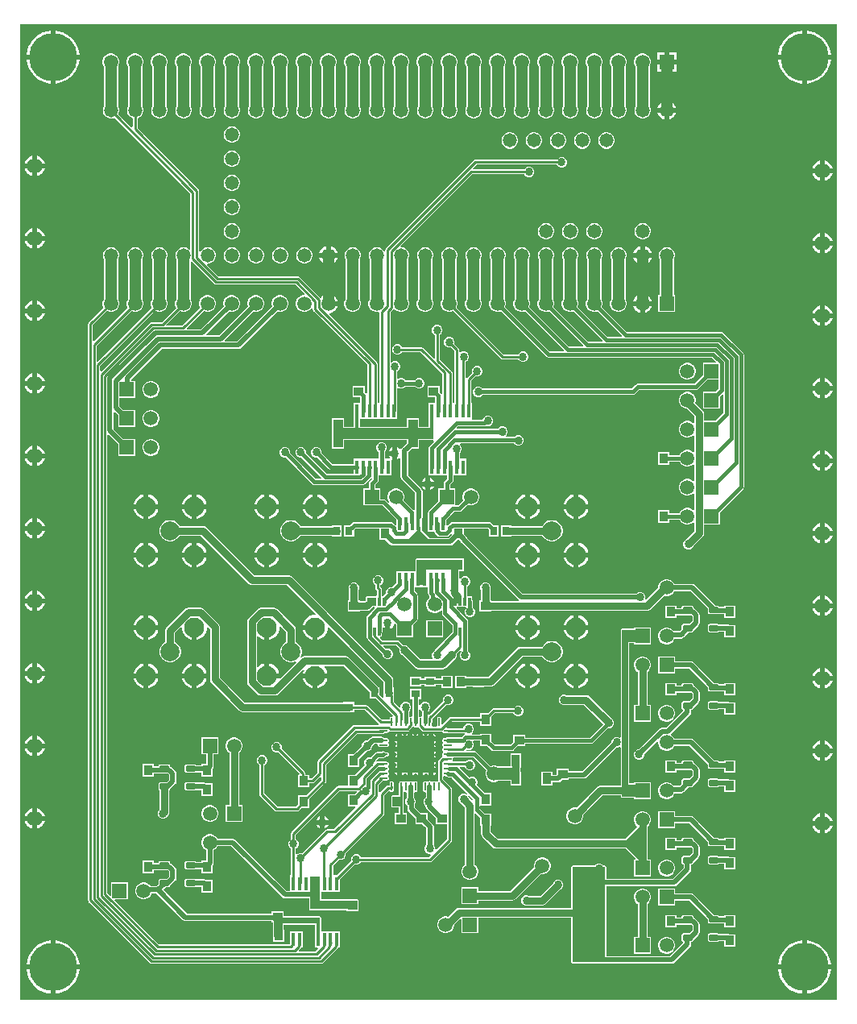
<source format=gtl>
G04*
G04 #@! TF.GenerationSoftware,Altium Limited,Altium Designer,22.3.1 (43)*
G04*
G04 Layer_Physical_Order=1*
G04 Layer_Color=255*
%FSLAX25Y25*%
%MOIN*%
G70*
G04*
G04 #@! TF.SameCoordinates,A476BA3E-0ACD-4873-8504-19A6DC85AD4C*
G04*
G04*
G04 #@! TF.FilePolarity,Positive*
G04*
G01*
G75*
%ADD12C,0.01000*%
%ADD36R,0.03150X0.03740*%
%ADD37R,0.03740X0.03150*%
%ADD38R,0.03740X0.04134*%
%ADD39R,0.01772X0.05807*%
G04:AMPARAMS|DCode=40|XSize=23.62mil|YSize=39.37mil|CornerRadius=2.01mil|HoleSize=0mil|Usage=FLASHONLY|Rotation=90.000|XOffset=0mil|YOffset=0mil|HoleType=Round|Shape=RoundedRectangle|*
%AMROUNDEDRECTD40*
21,1,0.02362,0.03535,0,0,90.0*
21,1,0.01961,0.03937,0,0,90.0*
1,1,0.00402,0.01768,0.00980*
1,1,0.00402,0.01768,-0.00980*
1,1,0.00402,-0.01768,-0.00980*
1,1,0.00402,-0.01768,0.00980*
%
%ADD40ROUNDEDRECTD40*%
%ADD41R,0.04134X0.03740*%
%ADD42R,0.01181X0.03347*%
%ADD43R,0.03583X0.04803*%
%ADD44O,0.00787X0.03543*%
%ADD45O,0.03543X0.00787*%
%ADD46R,0.15748X0.15748*%
%ADD47C,0.02000*%
%ADD48C,0.03000*%
%ADD49C,0.01500*%
%ADD50R,0.04000X0.04000*%
%ADD51R,0.01500X0.02500*%
%ADD52R,0.03500X0.03500*%
%ADD53R,0.05000X0.20500*%
%ADD54R,0.05000X0.20000*%
%ADD55R,0.13500X0.39500*%
%ADD56R,0.21500X0.04500*%
%ADD57C,0.05906*%
%ADD58R,0.05906X0.05906*%
%ADD59C,0.20000*%
%ADD60C,0.07874*%
%ADD61C,0.08268*%
%ADD62R,0.05906X0.05906*%
%ADD63C,0.05800*%
%ADD64C,0.03400*%
%ADD65C,0.06500*%
%ADD66C,0.02500*%
G36*
X339471Y1529D02*
X1529D01*
Y404971D01*
X339471D01*
Y1529D01*
D02*
G37*
%LPC*%
G36*
X327000Y402479D02*
Y392500D01*
X336979D01*
X336729Y394076D01*
X336194Y395723D01*
X335408Y397265D01*
X334390Y398666D01*
X333166Y399890D01*
X331765Y400908D01*
X330223Y401694D01*
X328576Y402229D01*
X327000Y402479D01*
D02*
G37*
G36*
X16000D02*
Y392500D01*
X25979D01*
X25729Y394076D01*
X25194Y395723D01*
X24408Y397265D01*
X23390Y398666D01*
X22166Y399890D01*
X20765Y400908D01*
X19222Y401694D01*
X17576Y402229D01*
X16000Y402479D01*
D02*
G37*
G36*
X325000D02*
X323424Y402229D01*
X321778Y401694D01*
X320235Y400908D01*
X318834Y399890D01*
X317610Y398666D01*
X316592Y397265D01*
X315806Y395723D01*
X315271Y394076D01*
X315021Y392500D01*
X325000D01*
Y402479D01*
D02*
G37*
G36*
X14000D02*
X12424Y402229D01*
X10778Y401694D01*
X9235Y400908D01*
X7834Y399890D01*
X6610Y398666D01*
X5592Y397265D01*
X4806Y395723D01*
X4271Y394076D01*
X4021Y392500D01*
X14000D01*
Y402479D01*
D02*
G37*
G36*
X272953Y393453D02*
X270000D01*
Y390500D01*
X272953D01*
Y393453D01*
D02*
G37*
G36*
X268000D02*
X265047D01*
Y390500D01*
X268000D01*
Y393453D01*
D02*
G37*
G36*
X272953Y388500D02*
X270000D01*
Y385547D01*
X272953D01*
Y388500D01*
D02*
G37*
G36*
X268000D02*
X265047D01*
Y385547D01*
X268000D01*
Y388500D01*
D02*
G37*
G36*
X336979Y390500D02*
X327000D01*
Y380521D01*
X328576Y380771D01*
X330223Y381306D01*
X331765Y382092D01*
X333166Y383110D01*
X334390Y384334D01*
X335408Y385735D01*
X336194Y387278D01*
X336729Y388924D01*
X336979Y390500D01*
D02*
G37*
G36*
X25979D02*
X16000D01*
Y380521D01*
X17576Y380771D01*
X19222Y381306D01*
X20765Y382092D01*
X22166Y383110D01*
X23390Y384334D01*
X24408Y385735D01*
X25194Y387278D01*
X25729Y388924D01*
X25979Y390500D01*
D02*
G37*
G36*
X325000D02*
X315021D01*
X315271Y388924D01*
X315806Y387278D01*
X316592Y385735D01*
X317610Y384334D01*
X318834Y383110D01*
X320235Y382092D01*
X321778Y381306D01*
X323424Y380771D01*
X325000Y380521D01*
Y390500D01*
D02*
G37*
G36*
X14000D02*
X4021D01*
X4271Y388924D01*
X4806Y387278D01*
X5592Y385735D01*
X6610Y384334D01*
X7834Y383110D01*
X9235Y382092D01*
X10778Y381306D01*
X12424Y380771D01*
X14000Y380521D01*
Y390500D01*
D02*
G37*
G36*
X270000Y373270D02*
Y370500D01*
X272770D01*
X272634Y371005D01*
X272121Y371895D01*
X271395Y372621D01*
X270505Y373134D01*
X270000Y373270D01*
D02*
G37*
G36*
X268000D02*
X267495Y373134D01*
X266605Y372621D01*
X265879Y371895D01*
X265366Y371005D01*
X265230Y370500D01*
X268000D01*
Y373270D01*
D02*
G37*
G36*
X259455Y392953D02*
X258545D01*
X257667Y392718D01*
X256880Y392263D01*
X256237Y391620D01*
X255783Y390833D01*
X255547Y389955D01*
Y389045D01*
X255783Y388167D01*
X255959Y387862D01*
Y371033D01*
X255832Y370812D01*
X255600Y369948D01*
Y369052D01*
X255832Y368188D01*
X256279Y367412D01*
X256912Y366779D01*
X257688Y366332D01*
X258552Y366100D01*
X259448D01*
X260312Y366332D01*
X261088Y366779D01*
X261721Y367412D01*
X262168Y368188D01*
X262400Y369052D01*
Y369948D01*
X262168Y370812D01*
X262041Y371033D01*
Y387862D01*
X262217Y388167D01*
X262453Y389045D01*
Y389955D01*
X262217Y390833D01*
X261763Y391620D01*
X261120Y392263D01*
X260333Y392718D01*
X259455Y392953D01*
D02*
G37*
G36*
X249455D02*
X248545D01*
X247667Y392718D01*
X246880Y392263D01*
X246237Y391620D01*
X245782Y390833D01*
X245547Y389955D01*
Y389045D01*
X245782Y388167D01*
X245959Y387862D01*
Y371033D01*
X245832Y370812D01*
X245600Y369948D01*
Y369052D01*
X245832Y368188D01*
X246279Y367412D01*
X246912Y366779D01*
X247688Y366332D01*
X248552Y366100D01*
X249448D01*
X250312Y366332D01*
X251088Y366779D01*
X251721Y367412D01*
X252168Y368188D01*
X252400Y369052D01*
Y369948D01*
X252168Y370812D01*
X252041Y371033D01*
Y387862D01*
X252218Y388167D01*
X252453Y389045D01*
Y389955D01*
X252218Y390833D01*
X251763Y391620D01*
X251120Y392263D01*
X250333Y392718D01*
X249455Y392953D01*
D02*
G37*
G36*
X239455D02*
X238545D01*
X237667Y392718D01*
X236880Y392263D01*
X236237Y391620D01*
X235783Y390833D01*
X235547Y389955D01*
Y389045D01*
X235783Y388167D01*
X235959Y387862D01*
Y371033D01*
X235832Y370812D01*
X235600Y369948D01*
Y369052D01*
X235832Y368188D01*
X236006Y367885D01*
X236117Y367617D01*
X236175Y367594D01*
X236279Y367412D01*
X236912Y366779D01*
X237688Y366332D01*
X238552Y366100D01*
X239448D01*
X240312Y366332D01*
X241088Y366779D01*
X241721Y367412D01*
X241825Y367594D01*
X241883Y367617D01*
X241994Y367885D01*
X242168Y368188D01*
X242400Y369052D01*
Y369948D01*
X242168Y370812D01*
X242041Y371033D01*
Y387862D01*
X242217Y388167D01*
X242453Y389045D01*
Y389955D01*
X242217Y390833D01*
X241763Y391620D01*
X241120Y392263D01*
X240333Y392718D01*
X239455Y392953D01*
D02*
G37*
G36*
X229455D02*
X228545D01*
X227667Y392718D01*
X226880Y392263D01*
X226237Y391620D01*
X225782Y390833D01*
X225547Y389955D01*
Y389045D01*
X225782Y388167D01*
X225959Y387862D01*
Y371033D01*
X225832Y370812D01*
X225600Y369948D01*
Y369052D01*
X225832Y368188D01*
X226279Y367412D01*
X226912Y366779D01*
X227688Y366332D01*
X228552Y366100D01*
X229448D01*
X230312Y366332D01*
X231088Y366779D01*
X231721Y367412D01*
X232168Y368188D01*
X232400Y369052D01*
Y369948D01*
X232168Y370812D01*
X232041Y371033D01*
Y387862D01*
X232218Y388167D01*
X232453Y389045D01*
Y389955D01*
X232218Y390833D01*
X231763Y391620D01*
X231120Y392263D01*
X230333Y392718D01*
X229455Y392953D01*
D02*
G37*
G36*
X219455D02*
X218545D01*
X217667Y392718D01*
X216880Y392263D01*
X216237Y391620D01*
X215782Y390833D01*
X215547Y389955D01*
Y389045D01*
X215782Y388167D01*
X215959Y387862D01*
Y371033D01*
X215832Y370812D01*
X215600Y369948D01*
Y369052D01*
X215832Y368188D01*
X216279Y367412D01*
X216912Y366779D01*
X217688Y366332D01*
X218552Y366100D01*
X219448D01*
X220312Y366332D01*
X221088Y366779D01*
X221721Y367412D01*
X222168Y368188D01*
X222400Y369052D01*
Y369948D01*
X222168Y370812D01*
X222041Y371033D01*
Y387862D01*
X222217Y388167D01*
X222453Y389045D01*
Y389955D01*
X222217Y390833D01*
X221763Y391620D01*
X221120Y392263D01*
X220333Y392718D01*
X219455Y392953D01*
D02*
G37*
G36*
X209455D02*
X208545D01*
X207667Y392718D01*
X206880Y392263D01*
X206237Y391620D01*
X205783Y390833D01*
X205547Y389955D01*
Y389045D01*
X205783Y388167D01*
X205959Y387862D01*
Y371033D01*
X205832Y370812D01*
X205600Y369948D01*
Y369052D01*
X205832Y368188D01*
X206279Y367412D01*
X206912Y366779D01*
X207688Y366332D01*
X208552Y366100D01*
X209448D01*
X210312Y366332D01*
X211088Y366779D01*
X211721Y367412D01*
X212168Y368188D01*
X212400Y369052D01*
Y369948D01*
X212168Y370812D01*
X212041Y371033D01*
Y387862D01*
X212217Y388167D01*
X212453Y389045D01*
Y389955D01*
X212217Y390833D01*
X211763Y391620D01*
X211120Y392263D01*
X210333Y392718D01*
X209455Y392953D01*
D02*
G37*
G36*
X199455D02*
X198545D01*
X197667Y392718D01*
X196880Y392263D01*
X196237Y391620D01*
X195782Y390833D01*
X195547Y389955D01*
Y389045D01*
X195782Y388167D01*
X195959Y387862D01*
Y371033D01*
X195832Y370812D01*
X195600Y369948D01*
Y369052D01*
X195832Y368188D01*
X196279Y367412D01*
X196912Y366779D01*
X197688Y366332D01*
X198552Y366100D01*
X199448D01*
X200312Y366332D01*
X201088Y366779D01*
X201721Y367412D01*
X202168Y368188D01*
X202400Y369052D01*
Y369948D01*
X202168Y370812D01*
X202041Y371033D01*
Y387862D01*
X202218Y388167D01*
X202453Y389045D01*
Y389955D01*
X202218Y390833D01*
X201763Y391620D01*
X201120Y392263D01*
X200333Y392718D01*
X199455Y392953D01*
D02*
G37*
G36*
X189455D02*
X188545D01*
X187667Y392718D01*
X186880Y392263D01*
X186237Y391620D01*
X185783Y390833D01*
X185547Y389955D01*
Y389045D01*
X185783Y388167D01*
X185959Y387862D01*
Y371033D01*
X185832Y370812D01*
X185600Y369948D01*
Y369052D01*
X185832Y368188D01*
X186279Y367412D01*
X186912Y366779D01*
X187688Y366332D01*
X188552Y366100D01*
X189448D01*
X190312Y366332D01*
X191088Y366779D01*
X191721Y367412D01*
X192168Y368188D01*
X192400Y369052D01*
Y369948D01*
X192168Y370812D01*
X192041Y371033D01*
Y387862D01*
X192218Y388167D01*
X192453Y389045D01*
Y389955D01*
X192218Y390833D01*
X191763Y391620D01*
X191120Y392263D01*
X190333Y392718D01*
X189455Y392953D01*
D02*
G37*
G36*
X179455D02*
X178545D01*
X177667Y392718D01*
X176880Y392263D01*
X176237Y391620D01*
X175783Y390833D01*
X175547Y389955D01*
Y389045D01*
X175783Y388167D01*
X175959Y387862D01*
Y371033D01*
X175832Y370812D01*
X175600Y369948D01*
Y369052D01*
X175832Y368188D01*
X176279Y367412D01*
X176912Y366779D01*
X177688Y366332D01*
X178552Y366100D01*
X179448D01*
X180312Y366332D01*
X181088Y366779D01*
X181721Y367412D01*
X182168Y368188D01*
X182400Y369052D01*
Y369948D01*
X182168Y370812D01*
X182041Y371033D01*
Y387862D01*
X182218Y388167D01*
X182453Y389045D01*
Y389955D01*
X182218Y390833D01*
X181763Y391620D01*
X181120Y392263D01*
X180333Y392718D01*
X179455Y392953D01*
D02*
G37*
G36*
X169455D02*
X168545D01*
X167667Y392718D01*
X166880Y392263D01*
X166237Y391620D01*
X165782Y390833D01*
X165547Y389955D01*
Y389045D01*
X165782Y388167D01*
X165959Y387862D01*
Y371033D01*
X165832Y370812D01*
X165600Y369948D01*
Y369052D01*
X165832Y368188D01*
X166279Y367412D01*
X166912Y366779D01*
X167688Y366332D01*
X168552Y366100D01*
X169448D01*
X170312Y366332D01*
X171088Y366779D01*
X171721Y367412D01*
X172168Y368188D01*
X172400Y369052D01*
Y369948D01*
X172168Y370812D01*
X172041Y371033D01*
Y387862D01*
X172218Y388167D01*
X172453Y389045D01*
Y389955D01*
X172218Y390833D01*
X171763Y391620D01*
X171120Y392263D01*
X170333Y392718D01*
X169455Y392953D01*
D02*
G37*
G36*
X159455D02*
X158545D01*
X157667Y392718D01*
X156880Y392263D01*
X156237Y391620D01*
X155782Y390833D01*
X155547Y389955D01*
Y389045D01*
X155782Y388167D01*
X155959Y387862D01*
Y371033D01*
X155832Y370812D01*
X155600Y369948D01*
Y369052D01*
X155832Y368188D01*
X156279Y367412D01*
X156912Y366779D01*
X157688Y366332D01*
X158552Y366100D01*
X159448D01*
X160312Y366332D01*
X161088Y366779D01*
X161721Y367412D01*
X162168Y368188D01*
X162400Y369052D01*
Y369948D01*
X162168Y370812D01*
X162041Y371033D01*
Y387862D01*
X162217Y388167D01*
X162453Y389045D01*
Y389955D01*
X162217Y390833D01*
X161763Y391620D01*
X161120Y392263D01*
X160333Y392718D01*
X159455Y392953D01*
D02*
G37*
G36*
X149455D02*
X148545D01*
X147667Y392718D01*
X146880Y392263D01*
X146237Y391620D01*
X145782Y390833D01*
X145547Y389955D01*
Y389045D01*
X145782Y388167D01*
X145959Y387862D01*
Y371033D01*
X145832Y370812D01*
X145600Y369948D01*
Y369052D01*
X145832Y368188D01*
X146279Y367412D01*
X146912Y366779D01*
X147688Y366332D01*
X148552Y366100D01*
X149448D01*
X150312Y366332D01*
X151088Y366779D01*
X151721Y367412D01*
X152168Y368188D01*
X152400Y369052D01*
Y369948D01*
X152168Y370812D01*
X152041Y371033D01*
Y387862D01*
X152217Y388167D01*
X152453Y389045D01*
Y389955D01*
X152217Y390833D01*
X151763Y391620D01*
X151120Y392263D01*
X150333Y392718D01*
X149455Y392953D01*
D02*
G37*
G36*
X139455D02*
X138545D01*
X137667Y392718D01*
X136880Y392263D01*
X136237Y391620D01*
X135783Y390833D01*
X135547Y389955D01*
Y389045D01*
X135783Y388167D01*
X135959Y387862D01*
Y371033D01*
X135832Y370812D01*
X135600Y369948D01*
Y369052D01*
X135832Y368188D01*
X136279Y367412D01*
X136912Y366779D01*
X137688Y366332D01*
X138552Y366100D01*
X139448D01*
X140312Y366332D01*
X141088Y366779D01*
X141721Y367412D01*
X142168Y368188D01*
X142400Y369052D01*
Y369948D01*
X142168Y370812D01*
X142041Y371033D01*
Y387862D01*
X142218Y388167D01*
X142453Y389045D01*
Y389955D01*
X142218Y390833D01*
X141763Y391620D01*
X141120Y392263D01*
X140333Y392718D01*
X139455Y392953D01*
D02*
G37*
G36*
X129455D02*
X128545D01*
X127667Y392718D01*
X126880Y392263D01*
X126237Y391620D01*
X125783Y390833D01*
X125547Y389955D01*
Y389045D01*
X125783Y388167D01*
X125959Y387862D01*
Y371033D01*
X125832Y370812D01*
X125600Y369948D01*
Y369052D01*
X125832Y368188D01*
X126279Y367412D01*
X126912Y366779D01*
X127688Y366332D01*
X128552Y366100D01*
X129448D01*
X130312Y366332D01*
X131088Y366779D01*
X131721Y367412D01*
X132168Y368188D01*
X132400Y369052D01*
Y369948D01*
X132168Y370812D01*
X132041Y371033D01*
Y387862D01*
X132218Y388167D01*
X132453Y389045D01*
Y389955D01*
X132218Y390833D01*
X131763Y391620D01*
X131120Y392263D01*
X130333Y392718D01*
X129455Y392953D01*
D02*
G37*
G36*
X119455D02*
X118545D01*
X117667Y392718D01*
X116880Y392263D01*
X116237Y391620D01*
X115782Y390833D01*
X115547Y389955D01*
Y389045D01*
X115782Y388167D01*
X115959Y387862D01*
Y371033D01*
X115832Y370812D01*
X115600Y369948D01*
Y369052D01*
X115832Y368188D01*
X116279Y367412D01*
X116912Y366779D01*
X117688Y366332D01*
X118552Y366100D01*
X119448D01*
X120312Y366332D01*
X121088Y366779D01*
X121721Y367412D01*
X122168Y368188D01*
X122400Y369052D01*
Y369948D01*
X122168Y370812D01*
X122041Y371033D01*
Y387862D01*
X122218Y388167D01*
X122453Y389045D01*
Y389955D01*
X122218Y390833D01*
X121763Y391620D01*
X121120Y392263D01*
X120333Y392718D01*
X119455Y392953D01*
D02*
G37*
G36*
X109455D02*
X108545D01*
X107667Y392718D01*
X106880Y392263D01*
X106237Y391620D01*
X105782Y390833D01*
X105547Y389955D01*
Y389045D01*
X105782Y388167D01*
X105959Y387862D01*
Y371033D01*
X105832Y370812D01*
X105600Y369948D01*
Y369052D01*
X105832Y368188D01*
X106279Y367412D01*
X106912Y366779D01*
X107688Y366332D01*
X108552Y366100D01*
X109448D01*
X110312Y366332D01*
X111088Y366779D01*
X111721Y367412D01*
X112168Y368188D01*
X112400Y369052D01*
Y369948D01*
X112168Y370812D01*
X112041Y371033D01*
Y387862D01*
X112217Y388167D01*
X112453Y389045D01*
Y389955D01*
X112217Y390833D01*
X111763Y391620D01*
X111120Y392263D01*
X110333Y392718D01*
X109455Y392953D01*
D02*
G37*
G36*
X99455D02*
X98545D01*
X97667Y392718D01*
X96880Y392263D01*
X96237Y391620D01*
X95783Y390833D01*
X95547Y389955D01*
Y389045D01*
X95783Y388167D01*
X95959Y387862D01*
Y371033D01*
X95832Y370812D01*
X95600Y369948D01*
Y369052D01*
X95832Y368188D01*
X96279Y367412D01*
X96912Y366779D01*
X97688Y366332D01*
X98552Y366100D01*
X99448D01*
X100312Y366332D01*
X101088Y366779D01*
X101721Y367412D01*
X102168Y368188D01*
X102400Y369052D01*
Y369948D01*
X102168Y370812D01*
X102041Y371033D01*
Y387862D01*
X102217Y388167D01*
X102453Y389045D01*
Y389955D01*
X102217Y390833D01*
X101763Y391620D01*
X101120Y392263D01*
X100333Y392718D01*
X99455Y392953D01*
D02*
G37*
G36*
X89455D02*
X88545D01*
X87667Y392718D01*
X86880Y392263D01*
X86237Y391620D01*
X85783Y390833D01*
X85547Y389955D01*
Y389045D01*
X85783Y388167D01*
X85959Y387862D01*
Y371033D01*
X85832Y370812D01*
X85600Y369948D01*
Y369052D01*
X85832Y368188D01*
X86279Y367412D01*
X86912Y366779D01*
X87688Y366332D01*
X88552Y366100D01*
X89448D01*
X90312Y366332D01*
X91088Y366779D01*
X91721Y367412D01*
X92168Y368188D01*
X92400Y369052D01*
Y369948D01*
X92168Y370812D01*
X92041Y371033D01*
Y387862D01*
X92217Y388167D01*
X92453Y389045D01*
Y389955D01*
X92217Y390833D01*
X91763Y391620D01*
X91120Y392263D01*
X90333Y392718D01*
X89455Y392953D01*
D02*
G37*
G36*
X79455D02*
X78545D01*
X77667Y392718D01*
X76880Y392263D01*
X76237Y391620D01*
X75783Y390833D01*
X75547Y389955D01*
Y389045D01*
X75783Y388167D01*
X75959Y387862D01*
Y371033D01*
X75832Y370812D01*
X75600Y369948D01*
Y369052D01*
X75832Y368188D01*
X76279Y367412D01*
X76912Y366779D01*
X77688Y366332D01*
X78552Y366100D01*
X79448D01*
X80312Y366332D01*
X81088Y366779D01*
X81721Y367412D01*
X82168Y368188D01*
X82400Y369052D01*
Y369948D01*
X82168Y370812D01*
X82041Y371033D01*
Y387862D01*
X82217Y388167D01*
X82453Y389045D01*
Y389955D01*
X82217Y390833D01*
X81763Y391620D01*
X81120Y392263D01*
X80333Y392718D01*
X79455Y392953D01*
D02*
G37*
G36*
X69455D02*
X68545D01*
X67667Y392718D01*
X66880Y392263D01*
X66237Y391620D01*
X65783Y390833D01*
X65547Y389955D01*
Y389045D01*
X65783Y388167D01*
X65959Y387862D01*
Y371033D01*
X65832Y370812D01*
X65600Y369948D01*
Y369052D01*
X65832Y368188D01*
X66279Y367412D01*
X66912Y366779D01*
X67688Y366332D01*
X68552Y366100D01*
X69448D01*
X70312Y366332D01*
X71088Y366779D01*
X71721Y367412D01*
X72168Y368188D01*
X72400Y369052D01*
Y369948D01*
X72168Y370812D01*
X72041Y371033D01*
Y387862D01*
X72217Y388167D01*
X72453Y389045D01*
Y389955D01*
X72217Y390833D01*
X71763Y391620D01*
X71120Y392263D01*
X70333Y392718D01*
X69455Y392953D01*
D02*
G37*
G36*
X59455D02*
X58545D01*
X57667Y392718D01*
X56880Y392263D01*
X56237Y391620D01*
X55783Y390833D01*
X55547Y389955D01*
Y389045D01*
X55783Y388167D01*
X55959Y387862D01*
Y371033D01*
X55832Y370812D01*
X55600Y369948D01*
Y369052D01*
X55832Y368188D01*
X56279Y367412D01*
X56912Y366779D01*
X57688Y366332D01*
X58552Y366100D01*
X59448D01*
X60312Y366332D01*
X61088Y366779D01*
X61721Y367412D01*
X62168Y368188D01*
X62400Y369052D01*
Y369948D01*
X62168Y370812D01*
X62041Y371033D01*
Y387862D01*
X62217Y388167D01*
X62453Y389045D01*
Y389955D01*
X62217Y390833D01*
X61763Y391620D01*
X61120Y392263D01*
X60333Y392718D01*
X59455Y392953D01*
D02*
G37*
G36*
X272770Y368500D02*
X270000D01*
Y365730D01*
X270505Y365866D01*
X271395Y366379D01*
X272121Y367105D01*
X272634Y367995D01*
X272770Y368500D01*
D02*
G37*
G36*
X268000D02*
X265230D01*
X265366Y367995D01*
X265879Y367105D01*
X266605Y366379D01*
X267495Y365866D01*
X268000Y365730D01*
Y368500D01*
D02*
G37*
G36*
X49455Y392953D02*
X48545D01*
X47667Y392718D01*
X46880Y392263D01*
X46237Y391620D01*
X45783Y390833D01*
X45547Y389955D01*
Y389045D01*
X45783Y388167D01*
X45959Y387862D01*
Y371033D01*
X45832Y370812D01*
X45600Y369948D01*
Y369052D01*
X45832Y368188D01*
X46279Y367412D01*
X46912Y366779D01*
X47688Y366332D01*
X47980Y366253D01*
Y362615D01*
X47519Y362423D01*
X42017Y367925D01*
X42168Y368188D01*
X42400Y369052D01*
Y369948D01*
X42168Y370812D01*
X42041Y371033D01*
Y387862D01*
X42217Y388167D01*
X42453Y389045D01*
Y389955D01*
X42217Y390833D01*
X41763Y391620D01*
X41120Y392263D01*
X40333Y392718D01*
X39455Y392953D01*
X38545D01*
X37667Y392718D01*
X36880Y392263D01*
X36237Y391620D01*
X35783Y390833D01*
X35547Y389955D01*
Y389045D01*
X35783Y388167D01*
X35959Y387862D01*
Y371033D01*
X35832Y370812D01*
X35600Y369948D01*
Y369052D01*
X35832Y368188D01*
X36279Y367412D01*
X36912Y366779D01*
X37688Y366332D01*
X38552Y366100D01*
X39448D01*
X40312Y366332D01*
X40575Y366483D01*
X71880Y335178D01*
Y312135D01*
X71380Y311928D01*
X71088Y312221D01*
X70312Y312668D01*
X69448Y312900D01*
X68552D01*
X67688Y312668D01*
X66912Y312221D01*
X66279Y311588D01*
X65832Y310812D01*
X65600Y309948D01*
Y309052D01*
X65832Y308188D01*
X65959Y307967D01*
Y291138D01*
X65783Y290833D01*
X65547Y289955D01*
Y289045D01*
X65783Y288167D01*
X65945Y287887D01*
X59930Y281872D01*
X55832D01*
X55442Y281795D01*
X55111Y281574D01*
X35029Y261491D01*
X34567Y261683D01*
Y263625D01*
X57386Y286445D01*
X57667Y286282D01*
X58545Y286047D01*
X59455D01*
X60333Y286282D01*
X61120Y286737D01*
X61763Y287380D01*
X62217Y288167D01*
X62453Y289045D01*
Y289955D01*
X62217Y290833D01*
X62041Y291138D01*
Y307967D01*
X62168Y308188D01*
X62400Y309052D01*
Y309948D01*
X62168Y310812D01*
X61721Y311588D01*
X61088Y312221D01*
X60312Y312668D01*
X59448Y312900D01*
X58552D01*
X57688Y312668D01*
X56912Y312221D01*
X56279Y311588D01*
X55832Y310812D01*
X55600Y309948D01*
Y309052D01*
X55832Y308188D01*
X55959Y307967D01*
Y291138D01*
X55783Y290833D01*
X55547Y289955D01*
Y289045D01*
X55783Y288167D01*
X55945Y287887D01*
X33529Y265471D01*
X33067Y265662D01*
Y272125D01*
X47387Y286445D01*
X47667Y286282D01*
X48545Y286047D01*
X49455D01*
X50333Y286282D01*
X51120Y286737D01*
X51763Y287380D01*
X52217Y288167D01*
X52453Y289045D01*
Y289955D01*
X52217Y290833D01*
X52041Y291138D01*
Y307967D01*
X52168Y308188D01*
X52400Y309052D01*
Y309948D01*
X52168Y310812D01*
X51721Y311588D01*
X51088Y312221D01*
X50312Y312668D01*
X49448Y312900D01*
X48552D01*
X47688Y312668D01*
X46912Y312221D01*
X46279Y311588D01*
X45832Y310812D01*
X45600Y309948D01*
Y309052D01*
X45832Y308188D01*
X45959Y307967D01*
Y291138D01*
X45783Y290833D01*
X45547Y289955D01*
Y289045D01*
X45783Y288167D01*
X45945Y287887D01*
X32029Y273971D01*
X31567Y274162D01*
Y280625D01*
X37387Y286445D01*
X37667Y286282D01*
X38545Y286047D01*
X39455D01*
X40333Y286282D01*
X41120Y286737D01*
X41763Y287380D01*
X42217Y288167D01*
X42453Y289045D01*
Y289955D01*
X42217Y290833D01*
X42041Y291138D01*
Y307967D01*
X42168Y308188D01*
X42400Y309052D01*
Y309948D01*
X42168Y310812D01*
X41721Y311588D01*
X41088Y312221D01*
X40312Y312668D01*
X39448Y312900D01*
X38552D01*
X37688Y312668D01*
X36912Y312221D01*
X36279Y311588D01*
X35832Y310812D01*
X35600Y309948D01*
Y309052D01*
X35832Y308188D01*
X35959Y307967D01*
Y291138D01*
X35783Y290833D01*
X35547Y289955D01*
Y289045D01*
X35783Y288167D01*
X35945Y287887D01*
X29826Y281768D01*
X29605Y281437D01*
X29528Y281047D01*
Y42648D01*
X29605Y42258D01*
X29826Y41927D01*
X55071Y16683D01*
X55401Y16462D01*
X55791Y16384D01*
X126072D01*
X126462Y16462D01*
X126793Y16683D01*
X132792Y22682D01*
X133013Y23012D01*
X133016Y23030D01*
X133843D01*
Y29837D01*
X126041D01*
Y35500D01*
X125883Y35883D01*
X125500Y36041D01*
X110567D01*
Y38016D01*
X105433D01*
Y37029D01*
X70539D01*
X60616Y46953D01*
X61728Y48065D01*
X61765D01*
X62240Y47971D01*
X62714Y48065D01*
X62854D01*
X63128Y48119D01*
X63360Y48274D01*
X63514Y48506D01*
X63541Y48638D01*
X65637Y50734D01*
X65968Y51230D01*
X66084Y51815D01*
Y55185D01*
X65968Y55770D01*
X65637Y56266D01*
X64321Y57581D01*
X63825Y57913D01*
X63569Y57964D01*
Y58220D01*
X63514Y58494D01*
X63360Y58726D01*
X63128Y58881D01*
X62854Y58935D01*
X59319D01*
X59045Y58881D01*
X58814Y58726D01*
X58659Y58494D01*
X58604Y58220D01*
Y58029D01*
X56724D01*
Y59067D01*
X51984D01*
Y53933D01*
X56724D01*
Y54971D01*
X62606D01*
X63026Y54551D01*
Y52449D01*
X62032Y51455D01*
X59319D01*
X59045Y51400D01*
X58814Y51245D01*
X58659Y51014D01*
X58604Y50740D01*
Y49267D01*
X57819Y48482D01*
X55343D01*
X55263Y48620D01*
X54620Y49263D01*
X53833Y49718D01*
X52955Y49953D01*
X52045D01*
X51167Y49718D01*
X50380Y49263D01*
X49737Y48620D01*
X49283Y47833D01*
X49047Y46955D01*
Y46045D01*
X49283Y45167D01*
X49737Y44380D01*
X50380Y43737D01*
X51167Y43282D01*
X52045Y43047D01*
X52955D01*
X53833Y43282D01*
X54620Y43737D01*
X55263Y44380D01*
X55717Y45167D01*
X55786Y45423D01*
X57819D01*
X68824Y34419D01*
X69320Y34087D01*
X69906Y33971D01*
X105433D01*
Y33276D01*
X105959D01*
Y27500D01*
X105984Y27439D01*
Y25433D01*
X110724D01*
Y30567D01*
X110541D01*
Y32459D01*
X123459D01*
Y29837D01*
X123394D01*
Y23030D01*
X124484D01*
X124676Y22568D01*
X123531Y21423D01*
X116832D01*
X116641Y21885D01*
X117438Y22682D01*
X117658Y23012D01*
X117662Y23030D01*
X118488D01*
Y29837D01*
X113157D01*
Y26146D01*
X113138Y26047D01*
Y24423D01*
X58699D01*
X40537Y42585D01*
X40728Y43047D01*
X45953D01*
Y49953D01*
X39047D01*
Y44728D01*
X38585Y44537D01*
X37567Y45555D01*
Y235117D01*
X38029Y235308D01*
X42047Y231290D01*
Y226547D01*
X48953D01*
Y233453D01*
X44210D01*
X40077Y237586D01*
Y244607D01*
X40539Y244798D01*
X42047Y243290D01*
Y238547D01*
X48953D01*
Y245453D01*
X44210D01*
X42577Y247086D01*
Y250547D01*
X48953D01*
Y257453D01*
X47311D01*
Y258148D01*
X59986Y270823D01*
X91853D01*
X92438Y270940D01*
X92934Y271271D01*
X107887Y286224D01*
X108545Y286047D01*
X109455D01*
X110333Y286282D01*
X111120Y286737D01*
X111763Y287380D01*
X112217Y288167D01*
X112453Y289045D01*
Y289955D01*
X112217Y290833D01*
X111763Y291620D01*
X111120Y292263D01*
X110333Y292718D01*
X109455Y292953D01*
X108545D01*
X107667Y292718D01*
X106880Y292263D01*
X106237Y291620D01*
X105782Y290833D01*
X105547Y289955D01*
Y289045D01*
X105724Y288387D01*
X91219Y273882D01*
X86198D01*
X86007Y274344D01*
X97887Y286224D01*
X98545Y286047D01*
X99455D01*
X100333Y286282D01*
X101120Y286737D01*
X101763Y287380D01*
X102217Y288167D01*
X102453Y289045D01*
Y289955D01*
X102217Y290833D01*
X101763Y291620D01*
X101120Y292263D01*
X100333Y292718D01*
X99455Y292953D01*
X98545D01*
X97667Y292718D01*
X96880Y292263D01*
X96237Y291620D01*
X95783Y290833D01*
X95547Y289955D01*
Y289045D01*
X95724Y288387D01*
X83719Y276382D01*
X78698D01*
X78507Y276844D01*
X87887Y286224D01*
X88545Y286047D01*
X89455D01*
X90333Y286282D01*
X91120Y286737D01*
X91763Y287380D01*
X92217Y288167D01*
X92453Y289045D01*
Y289955D01*
X92217Y290833D01*
X91763Y291620D01*
X91120Y292263D01*
X90333Y292718D01*
X89455Y292953D01*
X88545D01*
X87667Y292718D01*
X86880Y292263D01*
X86237Y291620D01*
X85783Y290833D01*
X85547Y289955D01*
Y289045D01*
X85724Y288387D01*
X76219Y278882D01*
X70477D01*
X70286Y279344D01*
X77386Y286445D01*
X77667Y286282D01*
X78545Y286047D01*
X79455D01*
X80333Y286282D01*
X81120Y286737D01*
X81763Y287380D01*
X82217Y288167D01*
X82453Y289045D01*
Y289955D01*
X82217Y290833D01*
X81763Y291620D01*
X81120Y292263D01*
X80333Y292718D01*
X79455Y292953D01*
X78545D01*
X77667Y292718D01*
X76880Y292263D01*
X76237Y291620D01*
X75783Y290833D01*
X75547Y289955D01*
Y289045D01*
X75783Y288167D01*
X75945Y287887D01*
X68430Y280372D01*
X61967D01*
X61776Y280834D01*
X67387Y286445D01*
X67667Y286282D01*
X68545Y286047D01*
X69455D01*
X70333Y286282D01*
X71120Y286737D01*
X71763Y287380D01*
X72217Y288167D01*
X72453Y289045D01*
Y289955D01*
X72217Y290833D01*
X72041Y291138D01*
Y306673D01*
X72541Y306880D01*
X81768Y297653D01*
X82099Y297432D01*
X82489Y297355D01*
X115293D01*
X119195Y293453D01*
X118988Y292953D01*
X118545D01*
X117667Y292718D01*
X116880Y292263D01*
X116237Y291620D01*
X115782Y290833D01*
X115547Y289955D01*
Y289045D01*
X115782Y288167D01*
X116237Y287380D01*
X116880Y286737D01*
X117667Y286282D01*
X118545Y286047D01*
X119455D01*
X120333Y286282D01*
X121120Y286737D01*
X121763Y287380D01*
X122028Y287839D01*
X122528Y287705D01*
Y287241D01*
X122605Y286851D01*
X122826Y286520D01*
X144921Y264425D01*
Y252307D01*
X144421Y252155D01*
X144283Y252362D01*
X144067Y252578D01*
Y255516D01*
X138933D01*
Y250776D01*
X142107D01*
Y248470D01*
X139437D01*
Y241663D01*
X139459D01*
Y238541D01*
X135567D01*
Y242016D01*
X135061D01*
X135000Y242041D01*
X131000D01*
X130939Y242016D01*
X130433D01*
Y237276D01*
X130459D01*
Y234224D01*
X130433D01*
Y229484D01*
X130939D01*
X131000Y229459D01*
X135000D01*
X135061Y229484D01*
X135567D01*
Y232959D01*
X161433D01*
Y231647D01*
X160745Y230959D01*
X160285Y230651D01*
X159352Y229718D01*
X159117Y229367D01*
X159008Y229317D01*
X158660Y229274D01*
X158525Y229294D01*
X158158Y229661D01*
X157542Y230016D01*
X157500Y230027D01*
Y227500D01*
Y224973D01*
X157542Y224984D01*
X158158Y225340D01*
X158404Y225585D01*
X158904Y225378D01*
Y217799D01*
X159020Y217214D01*
X159352Y216717D01*
X164864Y211205D01*
Y204108D01*
X164520Y203954D01*
X164364Y203938D01*
X160187Y208115D01*
X160217Y208167D01*
X160453Y209045D01*
Y209955D01*
X160217Y210833D01*
X159763Y211620D01*
X159120Y212263D01*
X158333Y212718D01*
X157455Y212953D01*
X156545D01*
X155667Y212718D01*
X154880Y212263D01*
X154237Y211620D01*
X153782Y210833D01*
X153547Y209955D01*
Y209045D01*
X153782Y208167D01*
X154237Y207380D01*
X153869Y207061D01*
X152732Y208198D01*
X152319Y208475D01*
X151831Y208572D01*
X150453D01*
Y212953D01*
X148275D01*
Y214531D01*
X149401Y215658D01*
X149678Y216071D01*
X149775Y216559D01*
Y218530D01*
X155004D01*
Y224746D01*
X155353Y224948D01*
X155500Y224971D01*
Y226500D01*
X153973D01*
X153984Y226458D01*
X154340Y225842D01*
X154345Y225837D01*
X154138Y225337D01*
X152304D01*
Y228193D01*
X152865Y228754D01*
X153200Y229562D01*
Y230438D01*
X152865Y231246D01*
X152246Y231865D01*
X151438Y232200D01*
X150562D01*
X149754Y231865D01*
X149135Y231246D01*
X148800Y230438D01*
Y229562D01*
X149135Y228754D01*
X149754Y228135D01*
X149755Y228134D01*
Y225337D01*
X139437D01*
Y223208D01*
X130595D01*
X126200Y227602D01*
Y228438D01*
X125865Y229246D01*
X125246Y229865D01*
X124438Y230200D01*
X123562D01*
X122754Y229865D01*
X122135Y229246D01*
X121800Y228438D01*
Y227562D01*
X122135Y226754D01*
X122754Y226135D01*
X123562Y225800D01*
X124398D01*
X129166Y221032D01*
X129579Y220756D01*
X130067Y220659D01*
X139437D01*
Y219054D01*
X128248D01*
X119700Y227602D01*
Y228438D01*
X119365Y229246D01*
X118746Y229865D01*
X117938Y230200D01*
X117062D01*
X116254Y229865D01*
X115635Y229246D01*
X115300Y228438D01*
Y227562D01*
X115635Y226754D01*
X116254Y226135D01*
X117062Y225800D01*
X117898D01*
X126182Y217516D01*
X125990Y217054D01*
X123748D01*
X113200Y227602D01*
Y228438D01*
X112865Y229246D01*
X112246Y229865D01*
X111438Y230200D01*
X110562D01*
X109754Y229865D01*
X109135Y229246D01*
X108800Y228438D01*
Y227562D01*
X109135Y226754D01*
X109754Y226135D01*
X110562Y225800D01*
X111398D01*
X122319Y214878D01*
X122733Y214602D01*
X123221Y214505D01*
X143055D01*
X143543Y214602D01*
X143956Y214878D01*
X146639Y217561D01*
X146952Y217479D01*
X147134Y217368D01*
X147175Y217037D01*
X146099Y215960D01*
X145823Y215547D01*
X145726Y215059D01*
Y212953D01*
X143547D01*
Y206047D01*
X149080D01*
X149203Y206023D01*
X151303D01*
X157158Y200168D01*
Y197911D01*
X156658Y197704D01*
X155643Y198718D01*
X155230Y198994D01*
X154742Y199091D01*
X139581D01*
X139093Y198994D01*
X138680Y198718D01*
X137831Y197870D01*
X135484D01*
Y193130D01*
X139634D01*
Y196068D01*
X140109Y196542D01*
X149984D01*
Y191933D01*
X152561D01*
X154576Y189919D01*
X155072Y189587D01*
X155657Y189471D01*
X179342D01*
X179928Y189587D01*
X180424Y189919D01*
X182439Y191933D01*
X182853D01*
X183595Y191191D01*
X183903Y190730D01*
X207660Y166973D01*
X207779Y166893D01*
X207627Y166393D01*
X196567D01*
Y166724D01*
X196039D01*
Y171174D01*
X196200Y171562D01*
Y172438D01*
X195865Y173246D01*
X195246Y173865D01*
X194438Y174200D01*
X193562D01*
X192754Y173865D01*
X192135Y173246D01*
X191800Y172438D01*
Y171562D01*
X191961Y171174D01*
Y166724D01*
X191433D01*
Y161984D01*
X196567D01*
Y162315D01*
X260735D01*
X261515Y162470D01*
X262176Y162912D01*
X267967Y168702D01*
X268545Y168547D01*
X269455D01*
X270333Y168782D01*
X271120Y169237D01*
X271763Y169880D01*
X272104Y170471D01*
X278867D01*
X285931Y163406D01*
Y161760D01*
X285985Y161486D01*
X286140Y161255D01*
X286372Y161100D01*
X286646Y161045D01*
X288516D01*
X288595Y161030D01*
X292776D01*
Y159433D01*
X297516D01*
Y164567D01*
X292776D01*
Y164088D01*
X290778D01*
X290686Y164226D01*
X290455Y164381D01*
X290181Y164435D01*
X289228D01*
X280581Y173081D01*
X280085Y173413D01*
X279500Y173529D01*
X272104D01*
X271763Y174120D01*
X271120Y174763D01*
X270333Y175217D01*
X269455Y175453D01*
X268545D01*
X267667Y175217D01*
X266880Y174763D01*
X266237Y174120D01*
X265782Y173333D01*
X265547Y172455D01*
Y172051D01*
X260478Y166982D01*
X260054Y167265D01*
X260200Y167617D01*
Y168492D01*
X259865Y169300D01*
X259246Y169919D01*
X258438Y170254D01*
X257562D01*
X256754Y169919D01*
X256418Y169584D01*
X209375D01*
X186373Y192586D01*
X186066Y193046D01*
X185016Y194096D01*
Y196542D01*
X194891D01*
X195366Y196068D01*
Y193130D01*
X199516D01*
Y197870D01*
X197169D01*
X196320Y198718D01*
X195907Y198994D01*
X195419Y199091D01*
X180258D01*
X179770Y198994D01*
X179357Y198718D01*
X178342Y197704D01*
X177842Y197911D01*
Y200168D01*
X181089Y203414D01*
X183189D01*
X183677Y203511D01*
X184090Y203788D01*
X186615Y206313D01*
X186667Y206282D01*
X187545Y206047D01*
X188455D01*
X189333Y206282D01*
X190120Y206737D01*
X190763Y207380D01*
X191218Y208167D01*
X191453Y209045D01*
Y209955D01*
X191218Y210833D01*
X190763Y211620D01*
X190120Y212263D01*
X189333Y212718D01*
X188455Y212953D01*
X187545D01*
X186667Y212718D01*
X185880Y212263D01*
X185237Y211620D01*
X184783Y210833D01*
X184547Y209955D01*
Y209045D01*
X184783Y208167D01*
X184813Y208115D01*
X182661Y205963D01*
X181918D01*
X181453Y206047D01*
Y212953D01*
X179274D01*
Y214531D01*
X180401Y215658D01*
X180677Y216071D01*
X180774Y216559D01*
Y218530D01*
X186004D01*
Y225337D01*
X183304D01*
Y227693D01*
X183865Y228254D01*
X184200Y229062D01*
Y229938D01*
X183865Y230746D01*
X183386Y231225D01*
X183583Y231726D01*
X205740D01*
X205794Y231595D01*
X206413Y230976D01*
X207222Y230641D01*
X208097D01*
X208905Y230976D01*
X209524Y231595D01*
X209859Y232403D01*
Y233278D01*
X209524Y234087D01*
X208905Y234706D01*
X208097Y235041D01*
X207222D01*
X206413Y234706D01*
X205982Y234275D01*
X202583D01*
X202386Y234774D01*
X202865Y235254D01*
X203200Y236062D01*
Y236938D01*
X202865Y237746D01*
X202246Y238365D01*
X201438Y238700D01*
X200562D01*
X199754Y238365D01*
X199163Y237774D01*
X182230D01*
X182039Y238236D01*
X182528Y238725D01*
X193486D01*
X193974Y238823D01*
X194178Y238959D01*
X194562Y238800D01*
X195438D01*
X196246Y239135D01*
X196865Y239754D01*
X197200Y240562D01*
Y241438D01*
X196865Y242246D01*
X196246Y242865D01*
X195438Y243200D01*
X194562D01*
X193754Y242865D01*
X193135Y242246D01*
X192800Y241438D01*
Y241274D01*
X188831D01*
X188563Y241663D01*
Y248470D01*
X188197D01*
Y257755D01*
X189836Y259394D01*
X190062Y259300D01*
X190938D01*
X191746Y259635D01*
X192365Y260254D01*
X192700Y261062D01*
Y261938D01*
X192365Y262746D01*
X191746Y263365D01*
X190938Y263700D01*
X190062D01*
X189254Y263365D01*
X188635Y262746D01*
X188300Y261938D01*
Y261062D01*
X188394Y260836D01*
X186456Y258898D01*
X186329Y258707D01*
X185829Y258859D01*
Y265462D01*
X186246Y265635D01*
X186865Y266254D01*
X187200Y267062D01*
Y267938D01*
X186865Y268746D01*
X186246Y269365D01*
X185438Y269700D01*
X184562D01*
X183754Y269365D01*
X183579Y269190D01*
X183079Y269397D01*
Y270441D01*
X183001Y270831D01*
X182780Y271162D01*
X181106Y272836D01*
X181200Y273062D01*
Y273938D01*
X180865Y274746D01*
X180246Y275365D01*
X179438Y275700D01*
X178562D01*
X177754Y275365D01*
X177135Y274746D01*
X176800Y273938D01*
Y273062D01*
X177135Y272254D01*
X177754Y271635D01*
X178562Y271300D01*
X179438D01*
X179664Y271394D01*
X181040Y270019D01*
Y248470D01*
X180520D01*
Y260621D01*
X180442Y261012D01*
X180221Y261342D01*
X175220Y266344D01*
Y276624D01*
X175246Y276635D01*
X175865Y277254D01*
X176200Y278062D01*
Y278938D01*
X175865Y279746D01*
X175246Y280365D01*
X174438Y280700D01*
X173562D01*
X172754Y280365D01*
X172135Y279746D01*
X171800Y278938D01*
Y278062D01*
X172135Y277254D01*
X172754Y276635D01*
X173180Y276458D01*
Y266915D01*
X172719Y266723D01*
X168221Y271221D01*
X167890Y271442D01*
X167500Y271520D01*
X159459D01*
X159365Y271746D01*
X158746Y272365D01*
X157938Y272700D01*
X157062D01*
X156254Y272365D01*
X155635Y271746D01*
X155300Y270938D01*
Y270062D01*
X155635Y269254D01*
X156254Y268635D01*
X157062Y268300D01*
X157938D01*
X158746Y268635D01*
X159365Y269254D01*
X159459Y269480D01*
X167078D01*
X175951Y260607D01*
Y252262D01*
X175451Y252111D01*
X175283Y252362D01*
X175067Y252578D01*
Y255516D01*
X169933D01*
Y250776D01*
X173107D01*
Y248470D01*
X170437D01*
Y241663D01*
X170459D01*
Y238541D01*
X166567D01*
Y242016D01*
X166061D01*
X166000Y242041D01*
X162000D01*
X161939Y242016D01*
X161433D01*
Y238541D01*
X142041D01*
Y241663D01*
X157563D01*
Y248470D01*
X157358D01*
Y254416D01*
X157858Y254608D01*
X158601Y254300D01*
X159476D01*
X160285Y254635D01*
X160875Y255225D01*
X164663D01*
X165254Y254635D01*
X166062Y254300D01*
X166938D01*
X167746Y254635D01*
X168365Y255254D01*
X168700Y256062D01*
Y256938D01*
X168365Y257746D01*
X167746Y258365D01*
X166938Y258700D01*
X166062D01*
X165254Y258365D01*
X164663Y257774D01*
X160875D01*
X160285Y258365D01*
X159476Y258700D01*
X158601D01*
X157858Y258392D01*
X157358Y258584D01*
Y261474D01*
X157746Y261635D01*
X158365Y262254D01*
X158700Y263062D01*
Y263938D01*
X158365Y264746D01*
X157746Y265365D01*
X156938Y265700D01*
X156062D01*
X155254Y265365D01*
X155100Y265211D01*
X154638Y265402D01*
Y285984D01*
X155768Y287115D01*
X155792Y287151D01*
X155867Y287189D01*
X156412Y287205D01*
X156880Y286737D01*
X157667Y286282D01*
X158545Y286047D01*
X159455D01*
X160333Y286282D01*
X161120Y286737D01*
X161763Y287380D01*
X162217Y288167D01*
X162453Y289045D01*
Y289955D01*
X162217Y290833D01*
X162041Y291138D01*
Y307967D01*
X162168Y308188D01*
X162400Y309052D01*
Y309948D01*
X162168Y310812D01*
X161721Y311588D01*
X161088Y312221D01*
X160312Y312668D01*
X159448Y312900D01*
X159049D01*
X158842Y313400D01*
X188422Y342980D01*
X210041D01*
X210135Y342754D01*
X210754Y342135D01*
X211562Y341800D01*
X212438D01*
X213246Y342135D01*
X213865Y342754D01*
X214200Y343562D01*
Y344438D01*
X213865Y345246D01*
X213246Y345865D01*
X212438Y346200D01*
X211562D01*
X210754Y345865D01*
X210135Y345246D01*
X210041Y345020D01*
X188978D01*
X188787Y345481D01*
X190286Y346980D01*
X223541D01*
X223635Y346754D01*
X224254Y346135D01*
X225062Y345800D01*
X225938D01*
X226746Y346135D01*
X227365Y346754D01*
X227700Y347562D01*
Y348438D01*
X227365Y349246D01*
X226746Y349865D01*
X225938Y350200D01*
X225062D01*
X224254Y349865D01*
X223635Y349246D01*
X223541Y349020D01*
X189863D01*
X189473Y348942D01*
X189142Y348721D01*
X152826Y312405D01*
X152605Y312074D01*
X152528Y311684D01*
Y311190D01*
X152028Y311056D01*
X151721Y311588D01*
X151088Y312221D01*
X150312Y312668D01*
X149448Y312900D01*
X148552D01*
X147688Y312668D01*
X146912Y312221D01*
X146279Y311588D01*
X145832Y310812D01*
X145600Y309948D01*
Y309052D01*
X145832Y308188D01*
X145959Y307967D01*
Y291138D01*
X145782Y290833D01*
X145547Y289955D01*
Y289045D01*
X145782Y288167D01*
X146237Y287380D01*
X146880Y286737D01*
X147667Y286282D01*
X148545Y286047D01*
X149455D01*
X149586Y286083D01*
X150040Y285686D01*
Y248470D01*
X149520D01*
Y264410D01*
X149442Y264800D01*
X149221Y265131D01*
X129267Y285085D01*
X129458Y285547D01*
X129520D01*
X130526Y285817D01*
X131427Y286337D01*
X132163Y287073D01*
X132683Y287974D01*
X132824Y288500D01*
X129000D01*
Y289500D01*
X128000D01*
Y293324D01*
X127474Y293183D01*
X126573Y292663D01*
X126117Y292207D01*
X125824Y291936D01*
X125445Y292208D01*
X117058Y300595D01*
X116727Y300816D01*
X116337Y300894D01*
X83533D01*
X78826Y305600D01*
X79034Y306100D01*
X79448D01*
X80312Y306332D01*
X81088Y306779D01*
X81721Y307412D01*
X82168Y308188D01*
X82400Y309052D01*
Y309948D01*
X82168Y310812D01*
X81721Y311588D01*
X81088Y312221D01*
X80312Y312668D01*
X79448Y312900D01*
X78552D01*
X77688Y312668D01*
X76912Y312221D01*
X76279Y311588D01*
X75920Y310965D01*
X75420Y311099D01*
Y336221D01*
X75342Y336612D01*
X75121Y336942D01*
X50020Y362044D01*
Y366253D01*
X50312Y366332D01*
X51088Y366779D01*
X51721Y367412D01*
X52168Y368188D01*
X52400Y369052D01*
Y369948D01*
X52168Y370812D01*
X52041Y371033D01*
Y387862D01*
X52217Y388167D01*
X52453Y389045D01*
Y389955D01*
X52217Y390833D01*
X51763Y391620D01*
X51120Y392263D01*
X50333Y392718D01*
X49455Y392953D01*
D02*
G37*
G36*
X89448Y362900D02*
X88552D01*
X87688Y362668D01*
X86912Y362221D01*
X86279Y361588D01*
X85832Y360812D01*
X85600Y359948D01*
Y359052D01*
X85832Y358188D01*
X86279Y357412D01*
X86912Y356779D01*
X87688Y356332D01*
X88552Y356100D01*
X89448D01*
X90312Y356332D01*
X91088Y356779D01*
X91721Y357412D01*
X92168Y358188D01*
X92400Y359052D01*
Y359948D01*
X92168Y360812D01*
X91721Y361588D01*
X91088Y362221D01*
X90312Y362668D01*
X89448Y362900D01*
D02*
G37*
G36*
X244448Y360400D02*
X243552D01*
X242688Y360168D01*
X241912Y359721D01*
X241279Y359088D01*
X240832Y358312D01*
X240600Y357448D01*
Y356552D01*
X240832Y355688D01*
X241279Y354912D01*
X241912Y354279D01*
X242688Y353832D01*
X243552Y353600D01*
X244448D01*
X245312Y353832D01*
X246088Y354279D01*
X246721Y354912D01*
X247168Y355688D01*
X247400Y356552D01*
Y357448D01*
X247168Y358312D01*
X246721Y359088D01*
X246088Y359721D01*
X245312Y360168D01*
X244448Y360400D01*
D02*
G37*
G36*
X234448D02*
X233552D01*
X232688Y360168D01*
X231912Y359721D01*
X231279Y359088D01*
X230832Y358312D01*
X230600Y357448D01*
Y356552D01*
X230832Y355688D01*
X231279Y354912D01*
X231912Y354279D01*
X232688Y353832D01*
X233552Y353600D01*
X234448D01*
X235312Y353832D01*
X236088Y354279D01*
X236721Y354912D01*
X237168Y355688D01*
X237400Y356552D01*
Y357448D01*
X237168Y358312D01*
X236721Y359088D01*
X236088Y359721D01*
X235312Y360168D01*
X234448Y360400D01*
D02*
G37*
G36*
X224448D02*
X223552D01*
X222688Y360168D01*
X221912Y359721D01*
X221279Y359088D01*
X220832Y358312D01*
X220600Y357448D01*
Y356552D01*
X220832Y355688D01*
X221279Y354912D01*
X221912Y354279D01*
X222688Y353832D01*
X223552Y353600D01*
X224448D01*
X225312Y353832D01*
X226088Y354279D01*
X226721Y354912D01*
X227168Y355688D01*
X227400Y356552D01*
Y357448D01*
X227168Y358312D01*
X226721Y359088D01*
X226088Y359721D01*
X225312Y360168D01*
X224448Y360400D01*
D02*
G37*
G36*
X214448D02*
X213552D01*
X212688Y360168D01*
X211912Y359721D01*
X211279Y359088D01*
X210832Y358312D01*
X210600Y357448D01*
Y356552D01*
X210832Y355688D01*
X211279Y354912D01*
X211912Y354279D01*
X212688Y353832D01*
X213552Y353600D01*
X214448D01*
X215312Y353832D01*
X216088Y354279D01*
X216721Y354912D01*
X217168Y355688D01*
X217400Y356552D01*
Y357448D01*
X217168Y358312D01*
X216721Y359088D01*
X216088Y359721D01*
X215312Y360168D01*
X214448Y360400D01*
D02*
G37*
G36*
X204448D02*
X203552D01*
X202688Y360168D01*
X201912Y359721D01*
X201279Y359088D01*
X200832Y358312D01*
X200600Y357448D01*
Y356552D01*
X200832Y355688D01*
X201279Y354912D01*
X201912Y354279D01*
X202688Y353832D01*
X203552Y353600D01*
X204448D01*
X205312Y353832D01*
X206088Y354279D01*
X206721Y354912D01*
X207168Y355688D01*
X207400Y356552D01*
Y357448D01*
X207168Y358312D01*
X206721Y359088D01*
X206088Y359721D01*
X205312Y360168D01*
X204448Y360400D01*
D02*
G37*
G36*
X8500Y350632D02*
Y347500D01*
X11632D01*
X11460Y348140D01*
X10901Y349110D01*
X10110Y349901D01*
X9140Y350460D01*
X8500Y350632D01*
D02*
G37*
G36*
X6500D02*
X5860Y350460D01*
X4890Y349901D01*
X4099Y349110D01*
X3540Y348140D01*
X3368Y347500D01*
X6500D01*
Y350632D01*
D02*
G37*
G36*
X89448Y352900D02*
X88552D01*
X87688Y352668D01*
X86912Y352221D01*
X86279Y351588D01*
X85832Y350812D01*
X85600Y349948D01*
Y349052D01*
X85832Y348188D01*
X86279Y347412D01*
X86912Y346779D01*
X87688Y346332D01*
X88552Y346100D01*
X89448D01*
X90312Y346332D01*
X91088Y346779D01*
X91721Y347412D01*
X92168Y348188D01*
X92400Y349052D01*
Y349948D01*
X92168Y350812D01*
X91721Y351588D01*
X91088Y352221D01*
X90312Y352668D01*
X89448Y352900D01*
D02*
G37*
G36*
X334500Y348632D02*
Y345500D01*
X337632D01*
X337460Y346140D01*
X336901Y347110D01*
X336110Y347901D01*
X335140Y348460D01*
X334500Y348632D01*
D02*
G37*
G36*
X332500D02*
X331860Y348460D01*
X330890Y347901D01*
X330099Y347110D01*
X329540Y346140D01*
X329368Y345500D01*
X332500D01*
Y348632D01*
D02*
G37*
G36*
X11632Y345500D02*
X8500D01*
Y342368D01*
X9140Y342540D01*
X10110Y343099D01*
X10901Y343890D01*
X11460Y344860D01*
X11632Y345500D01*
D02*
G37*
G36*
X6500D02*
X3368D01*
X3540Y344860D01*
X4099Y343890D01*
X4890Y343099D01*
X5860Y342540D01*
X6500Y342368D01*
Y345500D01*
D02*
G37*
G36*
X337632Y343500D02*
X334500D01*
Y340368D01*
X335140Y340540D01*
X336110Y341099D01*
X336901Y341890D01*
X337460Y342860D01*
X337632Y343500D01*
D02*
G37*
G36*
X332500D02*
X329368D01*
X329540Y342860D01*
X330099Y341890D01*
X330890Y341099D01*
X331860Y340540D01*
X332500Y340368D01*
Y343500D01*
D02*
G37*
G36*
X89448Y342900D02*
X88552D01*
X87688Y342668D01*
X86912Y342221D01*
X86279Y341588D01*
X85832Y340812D01*
X85600Y339948D01*
Y339052D01*
X85832Y338188D01*
X86279Y337412D01*
X86912Y336779D01*
X87688Y336332D01*
X88552Y336100D01*
X89448D01*
X90312Y336332D01*
X91088Y336779D01*
X91721Y337412D01*
X92168Y338188D01*
X92400Y339052D01*
Y339948D01*
X92168Y340812D01*
X91721Y341588D01*
X91088Y342221D01*
X90312Y342668D01*
X89448Y342900D01*
D02*
G37*
G36*
Y332900D02*
X88552D01*
X87688Y332668D01*
X86912Y332221D01*
X86279Y331588D01*
X85832Y330812D01*
X85600Y329948D01*
Y329052D01*
X85832Y328188D01*
X86279Y327412D01*
X86912Y326779D01*
X87688Y326332D01*
X88552Y326100D01*
X89448D01*
X90312Y326332D01*
X91088Y326779D01*
X91721Y327412D01*
X92168Y328188D01*
X92400Y329052D01*
Y329948D01*
X92168Y330812D01*
X91721Y331588D01*
X91088Y332221D01*
X90312Y332668D01*
X89448Y332900D01*
D02*
G37*
G36*
X8500Y320632D02*
Y317500D01*
X11632D01*
X11460Y318140D01*
X10901Y319110D01*
X10110Y319901D01*
X9140Y320460D01*
X8500Y320632D01*
D02*
G37*
G36*
X6500D02*
X5860Y320460D01*
X4890Y319901D01*
X4099Y319110D01*
X3540Y318140D01*
X3368Y317500D01*
X6500D01*
Y320632D01*
D02*
G37*
G36*
X259448Y322900D02*
X258552D01*
X257688Y322668D01*
X256912Y322221D01*
X256279Y321588D01*
X255832Y320812D01*
X255600Y319948D01*
Y319052D01*
X255832Y318188D01*
X256279Y317412D01*
X256912Y316779D01*
X257688Y316332D01*
X258552Y316100D01*
X259448D01*
X260312Y316332D01*
X261088Y316779D01*
X261721Y317412D01*
X262168Y318188D01*
X262400Y319052D01*
Y319948D01*
X262168Y320812D01*
X261721Y321588D01*
X261088Y322221D01*
X260312Y322668D01*
X259448Y322900D01*
D02*
G37*
G36*
X239448D02*
X238552D01*
X237688Y322668D01*
X236912Y322221D01*
X236279Y321588D01*
X235832Y320812D01*
X235600Y319948D01*
Y319052D01*
X235832Y318188D01*
X236279Y317412D01*
X236912Y316779D01*
X237688Y316332D01*
X238552Y316100D01*
X239448D01*
X240312Y316332D01*
X241088Y316779D01*
X241721Y317412D01*
X242168Y318188D01*
X242400Y319052D01*
Y319948D01*
X242168Y320812D01*
X241721Y321588D01*
X241088Y322221D01*
X240312Y322668D01*
X239448Y322900D01*
D02*
G37*
G36*
X229448D02*
X228552D01*
X227688Y322668D01*
X226912Y322221D01*
X226279Y321588D01*
X225832Y320812D01*
X225600Y319948D01*
Y319052D01*
X225832Y318188D01*
X226279Y317412D01*
X226912Y316779D01*
X227688Y316332D01*
X228552Y316100D01*
X229448D01*
X230312Y316332D01*
X231088Y316779D01*
X231721Y317412D01*
X232168Y318188D01*
X232400Y319052D01*
Y319948D01*
X232168Y320812D01*
X231721Y321588D01*
X231088Y322221D01*
X230312Y322668D01*
X229448Y322900D01*
D02*
G37*
G36*
X219448D02*
X218552D01*
X217688Y322668D01*
X216912Y322221D01*
X216279Y321588D01*
X215832Y320812D01*
X215600Y319948D01*
Y319052D01*
X215832Y318188D01*
X216279Y317412D01*
X216912Y316779D01*
X217688Y316332D01*
X218552Y316100D01*
X219448D01*
X220312Y316332D01*
X221088Y316779D01*
X221721Y317412D01*
X222168Y318188D01*
X222400Y319052D01*
Y319948D01*
X222168Y320812D01*
X221721Y321588D01*
X221088Y322221D01*
X220312Y322668D01*
X219448Y322900D01*
D02*
G37*
G36*
X89448D02*
X88552D01*
X87688Y322668D01*
X86912Y322221D01*
X86279Y321588D01*
X85832Y320812D01*
X85600Y319948D01*
Y319052D01*
X85832Y318188D01*
X86279Y317412D01*
X86912Y316779D01*
X87688Y316332D01*
X88552Y316100D01*
X89448D01*
X90312Y316332D01*
X91088Y316779D01*
X91721Y317412D01*
X92168Y318188D01*
X92400Y319052D01*
Y319948D01*
X92168Y320812D01*
X91721Y321588D01*
X91088Y322221D01*
X90312Y322668D01*
X89448Y322900D01*
D02*
G37*
G36*
X334500Y318632D02*
Y315500D01*
X337632D01*
X337460Y316140D01*
X336901Y317110D01*
X336110Y317901D01*
X335140Y318460D01*
X334500Y318632D01*
D02*
G37*
G36*
X332500D02*
X331860Y318460D01*
X330890Y317901D01*
X330099Y317110D01*
X329540Y316140D01*
X329368Y315500D01*
X332500D01*
Y318632D01*
D02*
G37*
G36*
X11632Y315500D02*
X8500D01*
Y312368D01*
X9140Y312540D01*
X10110Y313099D01*
X10901Y313890D01*
X11460Y314860D01*
X11632Y315500D01*
D02*
G37*
G36*
X6500D02*
X3368D01*
X3540Y314860D01*
X4099Y313890D01*
X4890Y313099D01*
X5860Y312540D01*
X6500Y312368D01*
Y315500D01*
D02*
G37*
G36*
X130000Y313270D02*
Y310500D01*
X132770D01*
X132634Y311005D01*
X132121Y311895D01*
X131395Y312621D01*
X130505Y313134D01*
X130000Y313270D01*
D02*
G37*
G36*
X260000D02*
Y310500D01*
X262770D01*
X262634Y311005D01*
X262121Y311895D01*
X261395Y312621D01*
X260505Y313134D01*
X260000Y313270D01*
D02*
G37*
G36*
X128000D02*
X127495Y313134D01*
X126605Y312621D01*
X125879Y311895D01*
X125366Y311005D01*
X125230Y310500D01*
X128000D01*
Y313270D01*
D02*
G37*
G36*
X258000D02*
X257495Y313134D01*
X256605Y312621D01*
X255879Y311895D01*
X255366Y311005D01*
X255230Y310500D01*
X258000D01*
Y313270D01*
D02*
G37*
G36*
X337632Y313500D02*
X334500D01*
Y310368D01*
X335140Y310540D01*
X336110Y311099D01*
X336901Y311890D01*
X337460Y312860D01*
X337632Y313500D01*
D02*
G37*
G36*
X332500D02*
X329368D01*
X329540Y312860D01*
X330099Y311890D01*
X330890Y311099D01*
X331860Y310540D01*
X332500Y310368D01*
Y313500D01*
D02*
G37*
G36*
X119448Y312900D02*
X118552D01*
X117688Y312668D01*
X116912Y312221D01*
X116279Y311588D01*
X115832Y310812D01*
X115600Y309948D01*
Y309052D01*
X115832Y308188D01*
X116279Y307412D01*
X116912Y306779D01*
X117688Y306332D01*
X118552Y306100D01*
X119448D01*
X120312Y306332D01*
X121088Y306779D01*
X121721Y307412D01*
X122168Y308188D01*
X122400Y309052D01*
Y309948D01*
X122168Y310812D01*
X121721Y311588D01*
X121088Y312221D01*
X120312Y312668D01*
X119448Y312900D01*
D02*
G37*
G36*
X109448D02*
X108552D01*
X107688Y312668D01*
X106912Y312221D01*
X106279Y311588D01*
X105832Y310812D01*
X105600Y309948D01*
Y309052D01*
X105832Y308188D01*
X106279Y307412D01*
X106912Y306779D01*
X107688Y306332D01*
X108552Y306100D01*
X109448D01*
X110312Y306332D01*
X111088Y306779D01*
X111721Y307412D01*
X112168Y308188D01*
X112400Y309052D01*
Y309948D01*
X112168Y310812D01*
X111721Y311588D01*
X111088Y312221D01*
X110312Y312668D01*
X109448Y312900D01*
D02*
G37*
G36*
X99448D02*
X98552D01*
X97688Y312668D01*
X96912Y312221D01*
X96279Y311588D01*
X95832Y310812D01*
X95600Y309948D01*
Y309052D01*
X95832Y308188D01*
X96279Y307412D01*
X96912Y306779D01*
X97688Y306332D01*
X98552Y306100D01*
X99448D01*
X100312Y306332D01*
X101088Y306779D01*
X101721Y307412D01*
X102168Y308188D01*
X102400Y309052D01*
Y309948D01*
X102168Y310812D01*
X101721Y311588D01*
X101088Y312221D01*
X100312Y312668D01*
X99448Y312900D01*
D02*
G37*
G36*
X89448D02*
X88552D01*
X87688Y312668D01*
X86912Y312221D01*
X86279Y311588D01*
X85832Y310812D01*
X85600Y309948D01*
Y309052D01*
X85832Y308188D01*
X86279Y307412D01*
X86912Y306779D01*
X87688Y306332D01*
X88552Y306100D01*
X89448D01*
X90312Y306332D01*
X91088Y306779D01*
X91721Y307412D01*
X92168Y308188D01*
X92400Y309052D01*
Y309948D01*
X92168Y310812D01*
X91721Y311588D01*
X91088Y312221D01*
X90312Y312668D01*
X89448Y312900D01*
D02*
G37*
G36*
X262770Y308500D02*
X260000D01*
Y305730D01*
X260505Y305866D01*
X261395Y306379D01*
X262121Y307105D01*
X262634Y307995D01*
X262770Y308500D01*
D02*
G37*
G36*
X132770D02*
X130000D01*
Y305730D01*
X130505Y305866D01*
X131395Y306379D01*
X132121Y307105D01*
X132634Y307995D01*
X132770Y308500D01*
D02*
G37*
G36*
X258000D02*
X255230D01*
X255366Y307995D01*
X255879Y307105D01*
X256605Y306379D01*
X257495Y305866D01*
X258000Y305730D01*
Y308500D01*
D02*
G37*
G36*
X128000D02*
X125230D01*
X125366Y307995D01*
X125879Y307105D01*
X126605Y306379D01*
X127495Y305866D01*
X128000Y305730D01*
Y308500D01*
D02*
G37*
G36*
X130000Y293324D02*
Y290500D01*
X132824D01*
X132683Y291026D01*
X132163Y291927D01*
X131427Y292663D01*
X130526Y293183D01*
X130000Y293324D01*
D02*
G37*
G36*
X260000D02*
Y290500D01*
X262824D01*
X262683Y291026D01*
X262163Y291927D01*
X261427Y292663D01*
X260526Y293183D01*
X260000Y293324D01*
D02*
G37*
G36*
X258000D02*
X257474Y293183D01*
X256573Y292663D01*
X255837Y291927D01*
X255317Y291026D01*
X255176Y290500D01*
X258000D01*
Y293324D01*
D02*
G37*
G36*
X8500Y290632D02*
Y287500D01*
X11632D01*
X11460Y288140D01*
X10901Y289110D01*
X10110Y289901D01*
X9140Y290460D01*
X8500Y290632D01*
D02*
G37*
G36*
X6500D02*
X5860Y290460D01*
X4890Y289901D01*
X4099Y289110D01*
X3540Y288140D01*
X3368Y287500D01*
X6500D01*
Y290632D01*
D02*
G37*
G36*
X269448Y312900D02*
X268552D01*
X267688Y312668D01*
X266912Y312221D01*
X266279Y311588D01*
X265832Y310812D01*
X265600Y309948D01*
Y309052D01*
X265832Y308188D01*
X265959Y307967D01*
Y292953D01*
X265547D01*
Y286047D01*
X272453D01*
Y292953D01*
X272041D01*
Y307967D01*
X272168Y308188D01*
X272400Y309052D01*
Y309948D01*
X272168Y310812D01*
X271721Y311588D01*
X271088Y312221D01*
X270312Y312668D01*
X269448Y312900D01*
D02*
G37*
G36*
X249448D02*
X248552D01*
X247688Y312668D01*
X246912Y312221D01*
X246279Y311588D01*
X245832Y310812D01*
X245600Y309948D01*
Y309052D01*
X245832Y308188D01*
X245959Y307967D01*
Y291138D01*
X245782Y290833D01*
X245547Y289955D01*
Y289045D01*
X245782Y288167D01*
X246237Y287380D01*
X246880Y286737D01*
X247667Y286282D01*
X248545Y286047D01*
X249455D01*
X250333Y286282D01*
X251120Y286737D01*
X251763Y287380D01*
X252218Y288167D01*
X252453Y289045D01*
Y289955D01*
X252218Y290833D01*
X252041Y291138D01*
Y307967D01*
X252168Y308188D01*
X252400Y309052D01*
Y309948D01*
X252168Y310812D01*
X251721Y311588D01*
X251088Y312221D01*
X250312Y312668D01*
X249448Y312900D01*
D02*
G37*
G36*
X189448D02*
X188552D01*
X187688Y312668D01*
X186912Y312221D01*
X186279Y311588D01*
X185832Y310812D01*
X185600Y309948D01*
Y309052D01*
X185832Y308188D01*
X185959Y307967D01*
Y291138D01*
X185783Y290833D01*
X185547Y289955D01*
Y289045D01*
X185783Y288167D01*
X186237Y287380D01*
X186880Y286737D01*
X187667Y286282D01*
X188545Y286047D01*
X189455D01*
X190333Y286282D01*
X191120Y286737D01*
X191763Y287380D01*
X192218Y288167D01*
X192453Y289045D01*
Y289955D01*
X192218Y290833D01*
X192041Y291138D01*
Y307967D01*
X192168Y308188D01*
X192400Y309052D01*
Y309948D01*
X192168Y310812D01*
X191721Y311588D01*
X191088Y312221D01*
X190312Y312668D01*
X189448Y312900D01*
D02*
G37*
G36*
X169448D02*
X168552D01*
X167688Y312668D01*
X166912Y312221D01*
X166279Y311588D01*
X165832Y310812D01*
X165600Y309948D01*
Y309052D01*
X165832Y308188D01*
X165959Y307967D01*
Y291138D01*
X165782Y290833D01*
X165547Y289955D01*
Y289045D01*
X165782Y288167D01*
X166237Y287380D01*
X166880Y286737D01*
X167667Y286282D01*
X168545Y286047D01*
X169455D01*
X170333Y286282D01*
X171120Y286737D01*
X171763Y287380D01*
X172218Y288167D01*
X172453Y289045D01*
Y289955D01*
X172218Y290833D01*
X172041Y291138D01*
Y307967D01*
X172168Y308188D01*
X172400Y309052D01*
Y309948D01*
X172168Y310812D01*
X171721Y311588D01*
X171088Y312221D01*
X170312Y312668D01*
X169448Y312900D01*
D02*
G37*
G36*
X139448D02*
X138552D01*
X137688Y312668D01*
X136912Y312221D01*
X136279Y311588D01*
X135832Y310812D01*
X135600Y309948D01*
Y309052D01*
X135832Y308188D01*
X135959Y307967D01*
Y291138D01*
X135783Y290833D01*
X135547Y289955D01*
Y289045D01*
X135783Y288167D01*
X136237Y287380D01*
X136880Y286737D01*
X137667Y286282D01*
X138545Y286047D01*
X139455D01*
X140333Y286282D01*
X141120Y286737D01*
X141763Y287380D01*
X142218Y288167D01*
X142453Y289045D01*
Y289955D01*
X142218Y290833D01*
X142041Y291138D01*
Y307967D01*
X142168Y308188D01*
X142400Y309052D01*
Y309948D01*
X142168Y310812D01*
X141721Y311588D01*
X141088Y312221D01*
X140312Y312668D01*
X139448Y312900D01*
D02*
G37*
G36*
X262824Y288500D02*
X260000D01*
Y285676D01*
X260526Y285817D01*
X261427Y286337D01*
X262163Y287073D01*
X262683Y287974D01*
X262824Y288500D01*
D02*
G37*
G36*
X258000D02*
X255176D01*
X255317Y287974D01*
X255837Y287073D01*
X256573Y286337D01*
X257474Y285817D01*
X258000Y285676D01*
Y288500D01*
D02*
G37*
G36*
X334500Y288632D02*
Y285500D01*
X337632D01*
X337460Y286140D01*
X336901Y287110D01*
X336110Y287901D01*
X335140Y288460D01*
X334500Y288632D01*
D02*
G37*
G36*
X332500D02*
X331860Y288460D01*
X330890Y287901D01*
X330099Y287110D01*
X329540Y286140D01*
X329368Y285500D01*
X332500D01*
Y288632D01*
D02*
G37*
G36*
X11632Y285500D02*
X8500D01*
Y282368D01*
X9140Y282540D01*
X10110Y283099D01*
X10901Y283890D01*
X11460Y284860D01*
X11632Y285500D01*
D02*
G37*
G36*
X6500D02*
X3368D01*
X3540Y284860D01*
X4099Y283890D01*
X4890Y283099D01*
X5860Y282540D01*
X6500Y282368D01*
Y285500D01*
D02*
G37*
G36*
X337632Y283500D02*
X334500D01*
Y280368D01*
X335140Y280540D01*
X336110Y281099D01*
X336901Y281890D01*
X337460Y282860D01*
X337632Y283500D01*
D02*
G37*
G36*
X332500D02*
X329368D01*
X329540Y282860D01*
X330099Y281890D01*
X330890Y281099D01*
X331860Y280540D01*
X332500Y280368D01*
Y283500D01*
D02*
G37*
G36*
X239448Y312900D02*
X238552D01*
X237688Y312668D01*
X236912Y312221D01*
X236279Y311588D01*
X235832Y310812D01*
X235600Y309948D01*
Y309052D01*
X235832Y308188D01*
X235959Y307967D01*
Y291138D01*
X235783Y290833D01*
X235547Y289955D01*
Y289045D01*
X235783Y288167D01*
X236237Y287380D01*
X236880Y286737D01*
X237667Y286282D01*
X238545Y286047D01*
X239455D01*
X240333Y286282D01*
X240385Y286313D01*
X250461Y276236D01*
X250270Y275775D01*
X244528D01*
X232187Y288115D01*
X232218Y288167D01*
X232453Y289045D01*
Y289955D01*
X232218Y290833D01*
X232041Y291138D01*
Y307967D01*
X232168Y308188D01*
X232400Y309052D01*
Y309948D01*
X232168Y310812D01*
X231721Y311588D01*
X231088Y312221D01*
X230312Y312668D01*
X229448Y312900D01*
X228552D01*
X227688Y312668D01*
X226912Y312221D01*
X226279Y311588D01*
X225832Y310812D01*
X225600Y309948D01*
Y309052D01*
X225832Y308188D01*
X225959Y307967D01*
Y291138D01*
X225782Y290833D01*
X225547Y289955D01*
Y289045D01*
X225782Y288167D01*
X226237Y287380D01*
X226880Y286737D01*
X227667Y286282D01*
X228545Y286047D01*
X229455D01*
X230333Y286282D01*
X230385Y286313D01*
X242461Y274236D01*
X242270Y273775D01*
X236528D01*
X222187Y288115D01*
X222217Y288167D01*
X222453Y289045D01*
Y289955D01*
X222217Y290833D01*
X222041Y291138D01*
Y307967D01*
X222168Y308188D01*
X222400Y309052D01*
Y309948D01*
X222168Y310812D01*
X221721Y311588D01*
X221088Y312221D01*
X220312Y312668D01*
X219448Y312900D01*
X218552D01*
X217688Y312668D01*
X216912Y312221D01*
X216279Y311588D01*
X215832Y310812D01*
X215600Y309948D01*
Y309052D01*
X215832Y308188D01*
X215959Y307967D01*
Y291138D01*
X215782Y290833D01*
X215547Y289955D01*
Y289045D01*
X215782Y288167D01*
X216237Y287380D01*
X216880Y286737D01*
X217667Y286282D01*
X218545Y286047D01*
X219455D01*
X220333Y286282D01*
X220385Y286313D01*
X234461Y272236D01*
X234270Y271775D01*
X228528D01*
X212187Y288115D01*
X212217Y288167D01*
X212453Y289045D01*
Y289955D01*
X212217Y290833D01*
X212041Y291138D01*
Y307967D01*
X212168Y308188D01*
X212400Y309052D01*
Y309948D01*
X212168Y310812D01*
X211721Y311588D01*
X211088Y312221D01*
X210312Y312668D01*
X209448Y312900D01*
X208552D01*
X207688Y312668D01*
X206912Y312221D01*
X206279Y311588D01*
X205832Y310812D01*
X205600Y309948D01*
Y309052D01*
X205832Y308188D01*
X205959Y307967D01*
Y291138D01*
X205783Y290833D01*
X205547Y289955D01*
Y289045D01*
X205783Y288167D01*
X206237Y287380D01*
X206880Y286737D01*
X207667Y286282D01*
X208545Y286047D01*
X209455D01*
X210333Y286282D01*
X210385Y286313D01*
X226461Y270236D01*
X226270Y269775D01*
X220528D01*
X202187Y288115D01*
X202218Y288167D01*
X202453Y289045D01*
Y289955D01*
X202218Y290833D01*
X202041Y291138D01*
Y307967D01*
X202168Y308188D01*
X202400Y309052D01*
Y309948D01*
X202168Y310812D01*
X201721Y311588D01*
X201088Y312221D01*
X200312Y312668D01*
X199448Y312900D01*
X198552D01*
X197688Y312668D01*
X196912Y312221D01*
X196279Y311588D01*
X195832Y310812D01*
X195600Y309948D01*
Y309052D01*
X195832Y308188D01*
X195959Y307967D01*
Y291138D01*
X195782Y290833D01*
X195547Y289955D01*
Y289045D01*
X195782Y288167D01*
X196237Y287380D01*
X196880Y286737D01*
X197667Y286282D01*
X198545Y286047D01*
X199455D01*
X200333Y286282D01*
X200385Y286313D01*
X219099Y267599D01*
X219512Y267322D01*
X220000Y267226D01*
X287645D01*
X289456Y265415D01*
X289265Y264953D01*
X284047D01*
Y259850D01*
X280472Y256275D01*
X257000D01*
X256512Y256177D01*
X256099Y255901D01*
X254472Y254275D01*
X192837D01*
X192246Y254865D01*
X191438Y255200D01*
X190562D01*
X189754Y254865D01*
X189135Y254246D01*
X188800Y253438D01*
Y252562D01*
X189135Y251754D01*
X189754Y251135D01*
X190562Y250800D01*
X191438D01*
X192246Y251135D01*
X192837Y251726D01*
X255000D01*
X255488Y251822D01*
X255901Y252099D01*
X257528Y253726D01*
X281000D01*
X281488Y253822D01*
X281901Y254099D01*
X285850Y258047D01*
X290428D01*
Y254231D01*
X289150Y252953D01*
X284047D01*
Y246047D01*
X290953D01*
Y251150D01*
X291966Y252164D01*
X292428Y251973D01*
Y244231D01*
X289150Y240953D01*
X284492D01*
Y243913D01*
X284337Y244693D01*
X283895Y245355D01*
X280795Y248455D01*
X280953Y249045D01*
Y249955D01*
X280717Y250833D01*
X280263Y251620D01*
X279620Y252263D01*
X278833Y252717D01*
X277955Y252953D01*
X277045D01*
X276167Y252717D01*
X275380Y252263D01*
X274737Y251620D01*
X274283Y250833D01*
X274047Y249955D01*
Y249045D01*
X274283Y248167D01*
X274737Y247380D01*
X275380Y246737D01*
X276167Y246283D01*
X277045Y246047D01*
X277435D01*
X280414Y243068D01*
Y240177D01*
X279914Y239969D01*
X279620Y240263D01*
X278833Y240718D01*
X277955Y240953D01*
X277045D01*
X276167Y240718D01*
X275380Y240263D01*
X274737Y239620D01*
X274283Y238833D01*
X274047Y237955D01*
Y237045D01*
X274283Y236167D01*
X274737Y235380D01*
X275380Y234737D01*
X276167Y234282D01*
X277045Y234047D01*
X277955D01*
X278833Y234282D01*
X279620Y234737D01*
X279914Y235031D01*
X280414Y234823D01*
Y228176D01*
X279914Y227969D01*
X279620Y228263D01*
X278833Y228717D01*
X277955Y228953D01*
X277045D01*
X276167Y228717D01*
X275380Y228263D01*
X274737Y227620D01*
X274283Y226833D01*
X274267Y226775D01*
X270224D01*
Y228067D01*
X265484D01*
Y222933D01*
X270224D01*
Y224225D01*
X274267D01*
X274283Y224167D01*
X274737Y223380D01*
X275380Y222737D01*
X276167Y222283D01*
X277045Y222047D01*
X277955D01*
X278833Y222283D01*
X279620Y222737D01*
X279914Y223031D01*
X280414Y222824D01*
Y216177D01*
X279914Y215969D01*
X279620Y216263D01*
X278833Y216718D01*
X277955Y216953D01*
X277045D01*
X276167Y216718D01*
X275380Y216263D01*
X274737Y215620D01*
X274283Y214833D01*
X274047Y213955D01*
Y213045D01*
X274283Y212167D01*
X274737Y211380D01*
X275380Y210737D01*
X276167Y210282D01*
X277045Y210047D01*
X277955D01*
X278833Y210282D01*
X279620Y210737D01*
X279914Y211031D01*
X280414Y210823D01*
Y204176D01*
X279914Y203969D01*
X279620Y204263D01*
X278833Y204717D01*
X277955Y204953D01*
X277045D01*
X276167Y204717D01*
X275380Y204263D01*
X274737Y203620D01*
X274283Y202833D01*
X274267Y202775D01*
X270224D01*
Y204067D01*
X265484D01*
Y198933D01*
X270224D01*
Y200225D01*
X274267D01*
X274283Y200167D01*
X274737Y199380D01*
X275380Y198737D01*
X276167Y198283D01*
X277045Y198047D01*
X277955D01*
X278833Y198283D01*
X279620Y198737D01*
X279914Y199031D01*
X280414Y198824D01*
Y195297D01*
X277142Y192026D01*
X276754Y191865D01*
X276135Y191246D01*
X275800Y190438D01*
Y189562D01*
X276135Y188754D01*
X276754Y188135D01*
X277562Y187800D01*
X278438D01*
X279246Y188135D01*
X279865Y188754D01*
X280026Y189142D01*
X283895Y193011D01*
X284337Y193672D01*
X284492Y194453D01*
Y198047D01*
X290953D01*
Y203150D01*
X300604Y212802D01*
X300880Y213215D01*
X300977Y213703D01*
Y268284D01*
X300880Y268772D01*
X300604Y269185D01*
X292388Y277401D01*
X291975Y277677D01*
X291487Y277775D01*
X252528D01*
X242187Y288115D01*
X242217Y288167D01*
X242453Y289045D01*
Y289955D01*
X242217Y290833D01*
X242041Y291138D01*
Y307967D01*
X242168Y308188D01*
X242400Y309052D01*
Y309948D01*
X242168Y310812D01*
X241721Y311588D01*
X241088Y312221D01*
X240312Y312668D01*
X239448Y312900D01*
D02*
G37*
G36*
X179448D02*
X178552D01*
X177688Y312668D01*
X176912Y312221D01*
X176279Y311588D01*
X175832Y310812D01*
X175600Y309948D01*
Y309052D01*
X175832Y308188D01*
X175959Y307967D01*
Y291138D01*
X175783Y290833D01*
X175547Y289955D01*
Y289045D01*
X175783Y288167D01*
X176237Y287380D01*
X176880Y286737D01*
X177667Y286282D01*
X178545Y286047D01*
X179455D01*
X180333Y286282D01*
X180613Y286445D01*
X200279Y266779D01*
X200610Y266558D01*
X201000Y266480D01*
X207541D01*
X207635Y266254D01*
X208254Y265635D01*
X209062Y265300D01*
X209938D01*
X210746Y265635D01*
X211365Y266254D01*
X211700Y267062D01*
Y267938D01*
X211365Y268746D01*
X210746Y269365D01*
X209938Y269700D01*
X209062D01*
X208254Y269365D01*
X207635Y268746D01*
X207541Y268520D01*
X201422D01*
X182055Y287887D01*
X182218Y288167D01*
X182453Y289045D01*
Y289955D01*
X182218Y290833D01*
X182041Y291138D01*
Y307967D01*
X182168Y308188D01*
X182400Y309052D01*
Y309948D01*
X182168Y310812D01*
X181721Y311588D01*
X181088Y312221D01*
X180312Y312668D01*
X179448Y312900D01*
D02*
G37*
G36*
X277955Y264953D02*
X277045D01*
X276167Y264718D01*
X275380Y264263D01*
X274737Y263620D01*
X274283Y262833D01*
X274047Y261955D01*
Y261045D01*
X274283Y260167D01*
X274737Y259380D01*
X275380Y258737D01*
X276167Y258282D01*
X277045Y258047D01*
X277955D01*
X278833Y258282D01*
X279620Y258737D01*
X280263Y259380D01*
X280717Y260167D01*
X280953Y261045D01*
Y261955D01*
X280717Y262833D01*
X280263Y263620D01*
X279620Y264263D01*
X278833Y264718D01*
X277955Y264953D01*
D02*
G37*
G36*
X8500Y260632D02*
Y257500D01*
X11632D01*
X11460Y258140D01*
X10901Y259110D01*
X10110Y259901D01*
X9140Y260460D01*
X8500Y260632D01*
D02*
G37*
G36*
X6500D02*
X5860Y260460D01*
X4890Y259901D01*
X4099Y259110D01*
X3540Y258140D01*
X3368Y257500D01*
X6500D01*
Y260632D01*
D02*
G37*
G36*
X334500Y258632D02*
Y255500D01*
X337632D01*
X337460Y256140D01*
X336901Y257110D01*
X336110Y257901D01*
X335140Y258460D01*
X334500Y258632D01*
D02*
G37*
G36*
X332500D02*
X331860Y258460D01*
X330890Y257901D01*
X330099Y257110D01*
X329540Y256140D01*
X329368Y255500D01*
X332500D01*
Y258632D01*
D02*
G37*
G36*
X11632Y255500D02*
X8500D01*
Y252368D01*
X9140Y252540D01*
X10110Y253099D01*
X10901Y253890D01*
X11460Y254860D01*
X11632Y255500D01*
D02*
G37*
G36*
X6500D02*
X3368D01*
X3540Y254860D01*
X4099Y253890D01*
X4890Y253099D01*
X5860Y252540D01*
X6500Y252368D01*
Y255500D01*
D02*
G37*
G36*
X55955Y257453D02*
X55045D01*
X54167Y257218D01*
X53380Y256763D01*
X52737Y256120D01*
X52283Y255333D01*
X52047Y254455D01*
Y253545D01*
X52283Y252667D01*
X52737Y251880D01*
X53380Y251237D01*
X54167Y250782D01*
X55045Y250547D01*
X55955D01*
X56833Y250782D01*
X57620Y251237D01*
X58263Y251880D01*
X58717Y252667D01*
X58953Y253545D01*
Y254455D01*
X58717Y255333D01*
X58263Y256120D01*
X57620Y256763D01*
X56833Y257218D01*
X55955Y257453D01*
D02*
G37*
G36*
X337632Y253500D02*
X334500D01*
Y250368D01*
X335140Y250540D01*
X336110Y251099D01*
X336901Y251890D01*
X337460Y252860D01*
X337632Y253500D01*
D02*
G37*
G36*
X332500D02*
X329368D01*
X329540Y252860D01*
X330099Y251890D01*
X330890Y251099D01*
X331860Y250540D01*
X332500Y250368D01*
Y253500D01*
D02*
G37*
G36*
X55955Y245453D02*
X55045D01*
X54167Y245217D01*
X53380Y244763D01*
X52737Y244120D01*
X52283Y243333D01*
X52047Y242455D01*
Y241545D01*
X52283Y240667D01*
X52737Y239880D01*
X53380Y239237D01*
X54167Y238783D01*
X55045Y238547D01*
X55955D01*
X56833Y238783D01*
X57620Y239237D01*
X58263Y239880D01*
X58717Y240667D01*
X58953Y241545D01*
Y242455D01*
X58717Y243333D01*
X58263Y244120D01*
X57620Y244763D01*
X56833Y245217D01*
X55955Y245453D01*
D02*
G37*
G36*
X155500Y230027D02*
X155458Y230016D01*
X154842Y229661D01*
X154340Y229158D01*
X153984Y228542D01*
X153973Y228500D01*
X155500D01*
Y230027D01*
D02*
G37*
G36*
X8500Y230632D02*
Y227500D01*
X11632D01*
X11460Y228140D01*
X10901Y229110D01*
X10110Y229901D01*
X9140Y230460D01*
X8500Y230632D01*
D02*
G37*
G36*
X6500D02*
X5860Y230460D01*
X4890Y229901D01*
X4099Y229110D01*
X3540Y228140D01*
X3368Y227500D01*
X6500D01*
Y230632D01*
D02*
G37*
G36*
X55955Y233453D02*
X55045D01*
X54167Y233218D01*
X53380Y232763D01*
X52737Y232120D01*
X52283Y231333D01*
X52047Y230455D01*
Y229545D01*
X52283Y228667D01*
X52737Y227880D01*
X53380Y227237D01*
X54167Y226782D01*
X55045Y226547D01*
X55955D01*
X56833Y226782D01*
X57620Y227237D01*
X58263Y227880D01*
X58717Y228667D01*
X58953Y229545D01*
Y230455D01*
X58717Y231333D01*
X58263Y232120D01*
X57620Y232763D01*
X56833Y233218D01*
X55955Y233453D01*
D02*
G37*
G36*
X334500Y228632D02*
Y225500D01*
X337632D01*
X337460Y226140D01*
X336901Y227110D01*
X336110Y227901D01*
X335140Y228460D01*
X334500Y228632D01*
D02*
G37*
G36*
X332500D02*
X331860Y228460D01*
X330890Y227901D01*
X330099Y227110D01*
X329540Y226140D01*
X329368Y225500D01*
X332500D01*
Y228632D01*
D02*
G37*
G36*
X11632Y225500D02*
X8500D01*
Y222368D01*
X9140Y222540D01*
X10110Y223099D01*
X10901Y223890D01*
X11460Y224860D01*
X11632Y225500D01*
D02*
G37*
G36*
X6500D02*
X3368D01*
X3540Y224860D01*
X4099Y223890D01*
X4890Y223099D01*
X5860Y222540D01*
X6500Y222368D01*
Y225500D01*
D02*
G37*
G36*
X337632Y223500D02*
X334500D01*
Y220368D01*
X335140Y220540D01*
X336110Y221099D01*
X336901Y221890D01*
X337460Y222860D01*
X337632Y223500D01*
D02*
G37*
G36*
X332500D02*
X329368D01*
X329540Y222860D01*
X330099Y221890D01*
X330890Y221099D01*
X331860Y220540D01*
X332500Y220368D01*
Y223500D01*
D02*
G37*
G36*
X232500Y210547D02*
Y206500D01*
X236547D01*
X236284Y207482D01*
X235608Y208652D01*
X234652Y209608D01*
X233482Y210284D01*
X232500Y210547D01*
D02*
G37*
G36*
X230500D02*
X229518Y210284D01*
X228348Y209608D01*
X227392Y208652D01*
X226716Y207482D01*
X226453Y206500D01*
X230500D01*
Y210547D01*
D02*
G37*
G36*
X212500D02*
Y206500D01*
X216547D01*
X216284Y207482D01*
X215608Y208652D01*
X214652Y209608D01*
X213482Y210284D01*
X212500Y210547D01*
D02*
G37*
G36*
X210500D02*
X209518Y210284D01*
X208348Y209608D01*
X207392Y208652D01*
X206716Y207482D01*
X206453Y206500D01*
X210500D01*
Y210547D01*
D02*
G37*
G36*
X124500D02*
Y206500D01*
X128547D01*
X128284Y207482D01*
X127608Y208652D01*
X126652Y209608D01*
X125482Y210284D01*
X124500Y210547D01*
D02*
G37*
G36*
X122500D02*
X121518Y210284D01*
X120348Y209608D01*
X119392Y208652D01*
X118716Y207482D01*
X118453Y206500D01*
X122500D01*
Y210547D01*
D02*
G37*
G36*
X104500D02*
Y206500D01*
X108547D01*
X108284Y207482D01*
X107608Y208652D01*
X106652Y209608D01*
X105482Y210284D01*
X104500Y210547D01*
D02*
G37*
G36*
X102500D02*
X101518Y210284D01*
X100348Y209608D01*
X99392Y208652D01*
X98716Y207482D01*
X98453Y206500D01*
X102500D01*
Y210547D01*
D02*
G37*
G36*
X74500D02*
Y206500D01*
X78547D01*
X78284Y207482D01*
X77608Y208652D01*
X76652Y209608D01*
X75482Y210284D01*
X74500Y210547D01*
D02*
G37*
G36*
X72500D02*
X71518Y210284D01*
X70348Y209608D01*
X69392Y208652D01*
X68716Y207482D01*
X68453Y206500D01*
X72500D01*
Y210547D01*
D02*
G37*
G36*
X54500D02*
Y206500D01*
X58547D01*
X58284Y207482D01*
X57608Y208652D01*
X56652Y209608D01*
X55482Y210284D01*
X54500Y210547D01*
D02*
G37*
G36*
X52500D02*
X51518Y210284D01*
X50348Y209608D01*
X49392Y208652D01*
X48716Y207482D01*
X48453Y206500D01*
X52500D01*
Y210547D01*
D02*
G37*
G36*
X236547Y204500D02*
X232500D01*
Y200453D01*
X233482Y200716D01*
X234652Y201392D01*
X235608Y202348D01*
X236284Y203518D01*
X236547Y204500D01*
D02*
G37*
G36*
X230500D02*
X226453D01*
X226716Y203518D01*
X227392Y202348D01*
X228348Y201392D01*
X229518Y200716D01*
X230500Y200453D01*
Y204500D01*
D02*
G37*
G36*
X216547D02*
X212500D01*
Y200453D01*
X213482Y200716D01*
X214652Y201392D01*
X215608Y202348D01*
X216284Y203518D01*
X216547Y204500D01*
D02*
G37*
G36*
X210500D02*
X206453D01*
X206716Y203518D01*
X207392Y202348D01*
X208348Y201392D01*
X209518Y200716D01*
X210500Y200453D01*
Y204500D01*
D02*
G37*
G36*
X128547D02*
X124500D01*
Y200453D01*
X125482Y200716D01*
X126652Y201392D01*
X127608Y202348D01*
X128284Y203518D01*
X128547Y204500D01*
D02*
G37*
G36*
X122500D02*
X118453D01*
X118716Y203518D01*
X119392Y202348D01*
X120348Y201392D01*
X121518Y200716D01*
X122500Y200453D01*
Y204500D01*
D02*
G37*
G36*
X108547D02*
X104500D01*
Y200453D01*
X105482Y200716D01*
X106652Y201392D01*
X107608Y202348D01*
X108284Y203518D01*
X108547Y204500D01*
D02*
G37*
G36*
X102500D02*
X98453D01*
X98716Y203518D01*
X99392Y202348D01*
X100348Y201392D01*
X101518Y200716D01*
X102500Y200453D01*
Y204500D01*
D02*
G37*
G36*
X78547D02*
X74500D01*
Y200453D01*
X75482Y200716D01*
X76652Y201392D01*
X77608Y202348D01*
X78284Y203518D01*
X78547Y204500D01*
D02*
G37*
G36*
X72500D02*
X68453D01*
X68716Y203518D01*
X69392Y202348D01*
X70348Y201392D01*
X71518Y200716D01*
X72500Y200453D01*
Y204500D01*
D02*
G37*
G36*
X58547D02*
X54500D01*
Y200453D01*
X55482Y200716D01*
X56652Y201392D01*
X57608Y202348D01*
X58284Y203518D01*
X58547Y204500D01*
D02*
G37*
G36*
X52500D02*
X48453D01*
X48716Y203518D01*
X49392Y202348D01*
X50348Y201392D01*
X51518Y200716D01*
X52500Y200453D01*
Y204500D01*
D02*
G37*
G36*
X222084Y199937D02*
X220916D01*
X219787Y199635D01*
X218776Y199050D01*
X217950Y198224D01*
X217554Y197539D01*
X204634D01*
Y197870D01*
X200484D01*
Y195618D01*
X200461Y195500D01*
X200484Y195382D01*
Y193130D01*
X204634D01*
Y193461D01*
X217554D01*
X217950Y192776D01*
X218776Y191949D01*
X219787Y191365D01*
X220916Y191063D01*
X222084D01*
X223213Y191365D01*
X224224Y191949D01*
X225050Y192776D01*
X225635Y193787D01*
X225937Y194916D01*
Y196084D01*
X225635Y197213D01*
X225050Y198224D01*
X224224Y199050D01*
X223213Y199635D01*
X222084Y199937D01*
D02*
G37*
G36*
X8500Y200632D02*
Y197500D01*
X11632D01*
X11460Y198140D01*
X10901Y199110D01*
X10110Y199901D01*
X9140Y200460D01*
X8500Y200632D01*
D02*
G37*
G36*
X6500D02*
X5860Y200460D01*
X4890Y199901D01*
X4099Y199110D01*
X3540Y198140D01*
X3368Y197500D01*
X6500D01*
Y200632D01*
D02*
G37*
G36*
X334500Y198632D02*
Y195500D01*
X337632D01*
X337460Y196140D01*
X336901Y197110D01*
X336110Y197901D01*
X335140Y198460D01*
X334500Y198632D01*
D02*
G37*
G36*
X332500D02*
X331860Y198460D01*
X330890Y197901D01*
X330099Y197110D01*
X329540Y196140D01*
X329368Y195500D01*
X332500D01*
Y198632D01*
D02*
G37*
G36*
X114084Y199937D02*
X112916D01*
X111787Y199635D01*
X110776Y199050D01*
X109950Y198224D01*
X109365Y197213D01*
X109063Y196084D01*
Y194916D01*
X109365Y193787D01*
X109950Y192776D01*
X110776Y191949D01*
X111787Y191365D01*
X112916Y191063D01*
X114084D01*
X115213Y191365D01*
X116224Y191949D01*
X117051Y192776D01*
X117446Y193461D01*
X130366D01*
Y193130D01*
X134516D01*
Y195382D01*
X134539Y195500D01*
X134516Y195618D01*
Y197870D01*
X130366D01*
Y197539D01*
X117446D01*
X117051Y198224D01*
X116224Y199050D01*
X115213Y199635D01*
X114084Y199937D01*
D02*
G37*
G36*
X11632Y195500D02*
X8500D01*
Y192368D01*
X9140Y192540D01*
X10110Y193099D01*
X10901Y193890D01*
X11460Y194860D01*
X11632Y195500D01*
D02*
G37*
G36*
X6500D02*
X3368D01*
X3540Y194860D01*
X4099Y193890D01*
X4890Y193099D01*
X5860Y192540D01*
X6500Y192368D01*
Y195500D01*
D02*
G37*
G36*
X337632Y193500D02*
X334500D01*
Y190368D01*
X335140Y190540D01*
X336110Y191099D01*
X336901Y191890D01*
X337460Y192860D01*
X337632Y193500D01*
D02*
G37*
G36*
X332500D02*
X329368D01*
X329540Y192860D01*
X330099Y191890D01*
X330890Y191099D01*
X331860Y190540D01*
X332500Y190368D01*
Y193500D01*
D02*
G37*
G36*
X232500Y190547D02*
Y186500D01*
X236547D01*
X236284Y187482D01*
X235608Y188652D01*
X234652Y189608D01*
X233482Y190284D01*
X232500Y190547D01*
D02*
G37*
G36*
X230500D02*
X229518Y190284D01*
X228348Y189608D01*
X227392Y188652D01*
X226716Y187482D01*
X226453Y186500D01*
X230500D01*
Y190547D01*
D02*
G37*
G36*
X212500D02*
Y186500D01*
X216547D01*
X216284Y187482D01*
X215608Y188652D01*
X214652Y189608D01*
X213482Y190284D01*
X212500Y190547D01*
D02*
G37*
G36*
X210500D02*
X209518Y190284D01*
X208348Y189608D01*
X207392Y188652D01*
X206716Y187482D01*
X206453Y186500D01*
X210500D01*
Y190547D01*
D02*
G37*
G36*
X124500D02*
Y186500D01*
X128547D01*
X128284Y187482D01*
X127608Y188652D01*
X126652Y189608D01*
X125482Y190284D01*
X124500Y190547D01*
D02*
G37*
G36*
X122500D02*
X121518Y190284D01*
X120348Y189608D01*
X119392Y188652D01*
X118716Y187482D01*
X118453Y186500D01*
X122500D01*
Y190547D01*
D02*
G37*
G36*
X104500D02*
Y186500D01*
X108547D01*
X108284Y187482D01*
X107608Y188652D01*
X106652Y189608D01*
X105482Y190284D01*
X104500Y190547D01*
D02*
G37*
G36*
X102500D02*
X101518Y190284D01*
X100348Y189608D01*
X99392Y188652D01*
X98716Y187482D01*
X98453Y186500D01*
X102500D01*
Y190547D01*
D02*
G37*
G36*
X74500D02*
Y186500D01*
X78547D01*
X78284Y187482D01*
X77608Y188652D01*
X76652Y189608D01*
X75482Y190284D01*
X74500Y190547D01*
D02*
G37*
G36*
X72500D02*
X71518Y190284D01*
X70348Y189608D01*
X69392Y188652D01*
X68716Y187482D01*
X68453Y186500D01*
X72500D01*
Y190547D01*
D02*
G37*
G36*
X54500D02*
Y186500D01*
X58547D01*
X58284Y187482D01*
X57608Y188652D01*
X56652Y189608D01*
X55482Y190284D01*
X54500Y190547D01*
D02*
G37*
G36*
X52500D02*
X51518Y190284D01*
X50348Y189608D01*
X49392Y188652D01*
X48716Y187482D01*
X48453Y186500D01*
X52500D01*
Y190547D01*
D02*
G37*
G36*
X236547Y184500D02*
X232500D01*
Y180453D01*
X233482Y180716D01*
X234652Y181392D01*
X235608Y182348D01*
X236284Y183518D01*
X236547Y184500D01*
D02*
G37*
G36*
X230500D02*
X226453D01*
X226716Y183518D01*
X227392Y182348D01*
X228348Y181392D01*
X229518Y180716D01*
X230500Y180453D01*
Y184500D01*
D02*
G37*
G36*
X216547D02*
X212500D01*
Y180453D01*
X213482Y180716D01*
X214652Y181392D01*
X215608Y182348D01*
X216284Y183518D01*
X216547Y184500D01*
D02*
G37*
G36*
X210500D02*
X206453D01*
X206716Y183518D01*
X207392Y182348D01*
X208348Y181392D01*
X209518Y180716D01*
X210500Y180453D01*
Y184500D01*
D02*
G37*
G36*
X128547D02*
X124500D01*
Y180453D01*
X125482Y180716D01*
X126652Y181392D01*
X127608Y182348D01*
X128284Y183518D01*
X128547Y184500D01*
D02*
G37*
G36*
X122500D02*
X118453D01*
X118716Y183518D01*
X119392Y182348D01*
X120348Y181392D01*
X121518Y180716D01*
X122500Y180453D01*
Y184500D01*
D02*
G37*
G36*
X108547D02*
X104500D01*
Y180453D01*
X105482Y180716D01*
X106652Y181392D01*
X107608Y182348D01*
X108284Y183518D01*
X108547Y184500D01*
D02*
G37*
G36*
X102500D02*
X98453D01*
X98716Y183518D01*
X99392Y182348D01*
X100348Y181392D01*
X101518Y180716D01*
X102500Y180453D01*
Y184500D01*
D02*
G37*
G36*
X78547D02*
X74500D01*
Y180453D01*
X75482Y180716D01*
X76652Y181392D01*
X77608Y182348D01*
X78284Y183518D01*
X78547Y184500D01*
D02*
G37*
G36*
X72500D02*
X68453D01*
X68716Y183518D01*
X69392Y182348D01*
X70348Y181392D01*
X71518Y180716D01*
X72500Y180453D01*
Y184500D01*
D02*
G37*
G36*
X58547D02*
X54500D01*
Y180453D01*
X55482Y180716D01*
X56652Y181392D01*
X57608Y182348D01*
X58284Y183518D01*
X58547Y184500D01*
D02*
G37*
G36*
X52500D02*
X48453D01*
X48716Y183518D01*
X49392Y182348D01*
X50348Y181392D01*
X51518Y180716D01*
X52500Y180453D01*
Y184500D01*
D02*
G37*
G36*
X185016Y184067D02*
X180276D01*
Y184041D01*
X165500D01*
X165117Y183883D01*
X164959Y183500D01*
Y178837D01*
X157158D01*
Y173972D01*
X155386Y172200D01*
X154562D01*
X153754Y171865D01*
X153135Y171246D01*
X152800Y170438D01*
Y169614D01*
X151560Y168374D01*
X151012D01*
Y171283D01*
X150934Y171673D01*
X150713Y172003D01*
X150537Y172180D01*
Y173024D01*
X150764Y173117D01*
X151383Y173736D01*
X151717Y174545D01*
Y175420D01*
X151383Y176229D01*
X150764Y176848D01*
X149955Y177183D01*
X149080D01*
X148271Y176848D01*
X147652Y176229D01*
X147317Y175420D01*
Y174545D01*
X147652Y173736D01*
X148271Y173117D01*
X148498Y173024D01*
Y171757D01*
X148575Y171367D01*
X148796Y171036D01*
X148972Y170860D01*
Y168887D01*
X148500Y168541D01*
X145000D01*
X144617Y168383D01*
X144459Y168000D01*
Y166843D01*
X144010Y166393D01*
X142067D01*
Y166724D01*
X141539D01*
Y171174D01*
X141700Y171562D01*
Y172438D01*
X141365Y173246D01*
X140746Y173865D01*
X139938Y174200D01*
X139062D01*
X138254Y173865D01*
X137635Y173246D01*
X137300Y172438D01*
Y171562D01*
X137461Y171174D01*
Y166724D01*
X136933D01*
Y161984D01*
X142067D01*
Y162315D01*
X144854D01*
X145635Y162470D01*
X146296Y162912D01*
X147343Y163959D01*
X147949D01*
X148156Y163459D01*
X145146Y160448D01*
X144870Y160035D01*
X144773Y159547D01*
Y153799D01*
X144870Y153312D01*
X144901Y153265D01*
Y151455D01*
X144998Y150968D01*
X145274Y150554D01*
X151300Y144528D01*
Y144062D01*
X151635Y143254D01*
X152254Y142635D01*
X153062Y142300D01*
X153938D01*
X154746Y142635D01*
X155365Y143254D01*
X155700Y144062D01*
Y144938D01*
X155365Y145746D01*
X154746Y146365D01*
X153938Y146700D01*
X153062D01*
X152830Y146604D01*
X151685Y147748D01*
X151877Y148210D01*
X156849D01*
X158394Y146664D01*
X158300Y146438D01*
Y145562D01*
X158635Y144754D01*
X159254Y144135D01*
X159642Y143974D01*
X164758Y138858D01*
X165420Y138416D01*
X166200Y138261D01*
X176192D01*
X176972Y138416D01*
X177634Y138858D01*
X180673Y141898D01*
X181246Y142135D01*
X181865Y142754D01*
X182200Y143562D01*
Y144438D01*
X182106Y144664D01*
X183489Y146047D01*
X184019Y145870D01*
X184049Y145660D01*
X183635Y145246D01*
X183300Y144438D01*
Y143562D01*
X183635Y142754D01*
X184254Y142135D01*
X185062Y141800D01*
X185938D01*
X186746Y142135D01*
X187365Y142754D01*
X187700Y143562D01*
Y144438D01*
X187365Y145246D01*
X186767Y145845D01*
Y153791D01*
X186759Y153831D01*
Y158232D01*
X186662Y158720D01*
X186385Y159133D01*
X181953Y163566D01*
X182145Y164028D01*
X185709D01*
X185916Y163528D01*
X185635Y163246D01*
X185300Y162438D01*
Y161562D01*
X185635Y160754D01*
X186254Y160135D01*
X187062Y159800D01*
X187938D01*
X188746Y160135D01*
X189365Y160754D01*
X189700Y161562D01*
Y162438D01*
X189365Y163246D01*
X188751Y163860D01*
Y166177D01*
X188654Y166665D01*
X188543Y166830D01*
Y168374D01*
X186512D01*
Y172538D01*
X186746Y172635D01*
X187365Y173254D01*
X187700Y174062D01*
Y174938D01*
X187365Y175746D01*
X186746Y176365D01*
X185938Y176700D01*
X185062D01*
X184254Y176365D01*
X183706Y175817D01*
X183371Y175884D01*
X183206Y175970D01*
Y178933D01*
X185016D01*
Y179439D01*
X185041Y179500D01*
Y183500D01*
X185016Y183561D01*
Y184067D01*
D02*
G37*
G36*
X8500Y170632D02*
Y167500D01*
X11632D01*
X11460Y168140D01*
X10901Y169110D01*
X10110Y169901D01*
X9140Y170460D01*
X8500Y170632D01*
D02*
G37*
G36*
X6500D02*
X5860Y170460D01*
X4890Y169901D01*
X4099Y169110D01*
X3540Y168140D01*
X3368Y167500D01*
X6500D01*
Y170632D01*
D02*
G37*
G36*
X334500Y168632D02*
Y165500D01*
X337632D01*
X337460Y166140D01*
X336901Y167110D01*
X336110Y167901D01*
X335140Y168460D01*
X334500Y168632D01*
D02*
G37*
G36*
X332500D02*
X331860Y168460D01*
X330890Y167901D01*
X330099Y167110D01*
X329540Y166140D01*
X329368Y165500D01*
X332500D01*
Y168632D01*
D02*
G37*
G36*
X11632Y165500D02*
X8500D01*
Y162368D01*
X9140Y162540D01*
X10110Y163099D01*
X10901Y163890D01*
X11460Y164860D01*
X11632Y165500D01*
D02*
G37*
G36*
X6500D02*
X3368D01*
X3540Y164860D01*
X4099Y163890D01*
X4890Y163099D01*
X5860Y162540D01*
X6500Y162368D01*
Y165500D01*
D02*
G37*
G36*
X337632Y163500D02*
X334500D01*
Y160368D01*
X335140Y160540D01*
X336110Y161099D01*
X336901Y161890D01*
X337460Y162860D01*
X337632Y163500D01*
D02*
G37*
G36*
X332500D02*
X329368D01*
X329540Y162860D01*
X330099Y161890D01*
X330890Y161099D01*
X331860Y160540D01*
X332500Y160368D01*
Y163500D01*
D02*
G37*
G36*
X232500Y160547D02*
Y156500D01*
X236547D01*
X236284Y157482D01*
X235608Y158652D01*
X234652Y159608D01*
X233482Y160284D01*
X232500Y160547D01*
D02*
G37*
G36*
X230500D02*
X229518Y160284D01*
X228348Y159608D01*
X227392Y158652D01*
X226716Y157482D01*
X226453Y156500D01*
X230500D01*
Y160547D01*
D02*
G37*
G36*
X212500D02*
Y156500D01*
X216547D01*
X216284Y157482D01*
X215608Y158652D01*
X214652Y159608D01*
X213482Y160284D01*
X212500Y160547D01*
D02*
G37*
G36*
X210500D02*
X209518Y160284D01*
X208348Y159608D01*
X207392Y158652D01*
X206716Y157482D01*
X206453Y156500D01*
X210500D01*
Y160547D01*
D02*
G37*
G36*
X54500D02*
Y156500D01*
X58547D01*
X58284Y157482D01*
X57608Y158652D01*
X56652Y159608D01*
X55482Y160284D01*
X54500Y160547D01*
D02*
G37*
G36*
X52500D02*
X51518Y160284D01*
X50348Y159608D01*
X49392Y158652D01*
X48716Y157482D01*
X48453Y156500D01*
X52500D01*
Y160547D01*
D02*
G37*
G36*
X273224Y164567D02*
X268484D01*
Y159433D01*
X273224D01*
Y160471D01*
X279106D01*
X279526Y160051D01*
Y157949D01*
X278532Y156955D01*
X275819D01*
X275546Y156900D01*
X275314Y156745D01*
X275159Y156514D01*
X275104Y156240D01*
Y154767D01*
X274319Y153982D01*
X271843D01*
X271763Y154120D01*
X271120Y154763D01*
X270333Y155218D01*
X269455Y155453D01*
X268545D01*
X267667Y155218D01*
X266880Y154763D01*
X266237Y154120D01*
X265782Y153333D01*
X265547Y152455D01*
Y151545D01*
X265782Y150667D01*
X266237Y149880D01*
X266880Y149237D01*
X267667Y148783D01*
X268545Y148547D01*
X269455D01*
X270333Y148783D01*
X271120Y149237D01*
X271763Y149880D01*
X272217Y150667D01*
X272286Y150923D01*
X274953D01*
X275538Y151040D01*
X276034Y151371D01*
X278228Y153565D01*
X278265D01*
X278740Y153471D01*
X279215Y153565D01*
X279354D01*
X279628Y153619D01*
X279860Y153774D01*
X280014Y154006D01*
X280041Y154138D01*
X282137Y156234D01*
X282468Y156730D01*
X282585Y157315D01*
Y160685D01*
X282468Y161270D01*
X282137Y161766D01*
X280821Y163081D01*
X280325Y163413D01*
X280069Y163464D01*
Y163721D01*
X280014Y163994D01*
X279860Y164226D01*
X279628Y164381D01*
X279354Y164435D01*
X275819D01*
X275546Y164381D01*
X275314Y164226D01*
X275159Y163994D01*
X275104Y163721D01*
Y163529D01*
X273224D01*
Y164567D01*
D02*
G37*
G36*
X290181Y156955D02*
X286646D01*
X286372Y156900D01*
X286140Y156745D01*
X285985Y156514D01*
X285931Y156240D01*
Y154279D01*
X285985Y154006D01*
X286140Y153774D01*
X286372Y153619D01*
X286646Y153565D01*
X290181D01*
X290455Y153619D01*
X290621Y153730D01*
X292776D01*
Y151433D01*
X297516D01*
Y156567D01*
X294826D01*
X294668Y156673D01*
X294083Y156789D01*
X290621D01*
X290455Y156900D01*
X290181Y156955D01*
D02*
G37*
G36*
X236547Y154500D02*
X232500D01*
Y150453D01*
X233482Y150716D01*
X234652Y151392D01*
X235608Y152348D01*
X236284Y153518D01*
X236547Y154500D01*
D02*
G37*
G36*
X230500D02*
X226453D01*
X226716Y153518D01*
X227392Y152348D01*
X228348Y151392D01*
X229518Y150716D01*
X230500Y150453D01*
Y154500D01*
D02*
G37*
G36*
X216547D02*
X212500D01*
Y150453D01*
X213482Y150716D01*
X214652Y151392D01*
X215608Y152348D01*
X216284Y153518D01*
X216547Y154500D01*
D02*
G37*
G36*
X210500D02*
X206453D01*
X206716Y153518D01*
X207392Y152348D01*
X208348Y151392D01*
X209518Y150716D01*
X210500Y150453D01*
Y154500D01*
D02*
G37*
G36*
X122500D02*
X118453D01*
X118716Y153518D01*
X119392Y152348D01*
X120348Y151392D01*
X121518Y150716D01*
X122500Y150453D01*
Y154500D01*
D02*
G37*
G36*
X58547D02*
X54500D01*
Y150453D01*
X55482Y150716D01*
X56652Y151392D01*
X57608Y152348D01*
X58284Y153518D01*
X58547Y154500D01*
D02*
G37*
G36*
X52500D02*
X48453D01*
X48716Y153518D01*
X49392Y152348D01*
X50348Y151392D01*
X51518Y150716D01*
X52500Y150453D01*
Y154500D01*
D02*
G37*
G36*
X262453Y155453D02*
X255547D01*
Y155041D01*
X250500D01*
X250117Y154883D01*
X249959Y154500D01*
Y110106D01*
X249459Y109901D01*
X248738Y110200D01*
X247862D01*
X247054Y109865D01*
X246435Y109246D01*
X246100Y108438D01*
Y107963D01*
X234167Y96029D01*
X228567D01*
Y97016D01*
X223433D01*
Y94529D01*
X221728D01*
Y95902D01*
X217146D01*
Y90098D01*
X221728D01*
Y91471D01*
X224158D01*
X224743Y91587D01*
X225239Y91919D01*
X225596Y92276D01*
X228567D01*
Y92971D01*
X234800D01*
X235385Y93087D01*
X235881Y93419D01*
X248263Y105800D01*
X248738D01*
X249459Y106099D01*
X249959Y105894D01*
Y90039D01*
X241500D01*
X240720Y89884D01*
X240058Y89442D01*
X231545Y80929D01*
X231455Y80953D01*
X230545D01*
X229667Y80717D01*
X228880Y80263D01*
X228237Y79620D01*
X227783Y78833D01*
X227547Y77955D01*
Y77045D01*
X227783Y76167D01*
X228237Y75380D01*
X228880Y74737D01*
X229667Y74283D01*
X230545Y74047D01*
X231455D01*
X232333Y74283D01*
X233120Y74737D01*
X233763Y75380D01*
X234218Y76167D01*
X234453Y77045D01*
Y77955D01*
X234429Y78045D01*
X242345Y85961D01*
X249959D01*
Y85500D01*
X250117Y85117D01*
X250500Y84959D01*
X255547Y84959D01*
Y84547D01*
X262453D01*
Y91453D01*
X255547D01*
Y91041D01*
X253541D01*
Y148959D01*
X255547D01*
Y148547D01*
X262453D01*
Y155453D01*
D02*
G37*
G36*
X222084Y149937D02*
X220916D01*
X219787Y149635D01*
X218776Y149050D01*
X217950Y148224D01*
X217554Y147539D01*
X208453D01*
X207672Y147384D01*
X207011Y146942D01*
X195108Y135039D01*
X186224D01*
Y135567D01*
X181484D01*
Y130433D01*
X186224D01*
Y130961D01*
X188630D01*
Y130866D01*
X193370D01*
Y130961D01*
X195953D01*
X196733Y131116D01*
X197395Y131558D01*
X209297Y143461D01*
X217554D01*
X217950Y142776D01*
X218776Y141949D01*
X219787Y141365D01*
X220916Y141063D01*
X222084D01*
X223213Y141365D01*
X224224Y141949D01*
X225050Y142776D01*
X225635Y143787D01*
X225937Y144916D01*
Y146084D01*
X225635Y147213D01*
X225050Y148224D01*
X224224Y149050D01*
X223213Y149635D01*
X222084Y149937D01*
D02*
G37*
G36*
X8500Y140632D02*
Y137500D01*
X11632D01*
X11460Y138140D01*
X10901Y139110D01*
X10110Y139901D01*
X9140Y140460D01*
X8500Y140632D01*
D02*
G37*
G36*
X6500D02*
X5860Y140460D01*
X4890Y139901D01*
X4099Y139110D01*
X3540Y138140D01*
X3368Y137500D01*
X6500D01*
Y140632D01*
D02*
G37*
G36*
X232500Y140547D02*
Y136500D01*
X236547D01*
X236284Y137482D01*
X235608Y138652D01*
X234652Y139608D01*
X233482Y140284D01*
X232500Y140547D01*
D02*
G37*
G36*
X230500D02*
X229518Y140284D01*
X228348Y139608D01*
X227392Y138652D01*
X226716Y137482D01*
X226453Y136500D01*
X230500D01*
Y140547D01*
D02*
G37*
G36*
X212500D02*
Y136500D01*
X216547D01*
X216284Y137482D01*
X215608Y138652D01*
X214652Y139608D01*
X213482Y140284D01*
X212500Y140547D01*
D02*
G37*
G36*
X210500D02*
X209518Y140284D01*
X208348Y139608D01*
X207392Y138652D01*
X206716Y137482D01*
X206453Y136500D01*
X210500D01*
Y140547D01*
D02*
G37*
G36*
X74500D02*
Y136500D01*
X78547D01*
X78284Y137482D01*
X77608Y138652D01*
X76652Y139608D01*
X75482Y140284D01*
X74500Y140547D01*
D02*
G37*
G36*
X72500D02*
X71518Y140284D01*
X70348Y139608D01*
X69392Y138652D01*
X68716Y137482D01*
X68453Y136500D01*
X72500D01*
Y140547D01*
D02*
G37*
G36*
X54500D02*
Y136500D01*
X58547D01*
X58284Y137482D01*
X57608Y138652D01*
X56652Y139608D01*
X55482Y140284D01*
X54500Y140547D01*
D02*
G37*
G36*
X52500D02*
X51518Y140284D01*
X50348Y139608D01*
X49392Y138652D01*
X48716Y137482D01*
X48453Y136500D01*
X52500D01*
Y140547D01*
D02*
G37*
G36*
X334500Y138632D02*
Y135500D01*
X337632D01*
X337460Y136140D01*
X336901Y137110D01*
X336110Y137901D01*
X335140Y138460D01*
X334500Y138632D01*
D02*
G37*
G36*
X332500D02*
X331860Y138460D01*
X330890Y137901D01*
X330099Y137110D01*
X329540Y136140D01*
X329368Y135500D01*
X332500D01*
Y138632D01*
D02*
G37*
G36*
X180516Y135567D02*
X175776D01*
Y134304D01*
X173370D01*
Y135134D01*
X168630D01*
Y134304D01*
X167370D01*
Y135134D01*
X162630D01*
Y130984D01*
X167370D01*
Y131755D01*
X168630D01*
Y130984D01*
X173370D01*
Y131755D01*
X175776D01*
Y130433D01*
X180516D01*
Y135567D01*
D02*
G37*
G36*
X11632Y135500D02*
X8500D01*
Y132368D01*
X9140Y132540D01*
X10110Y133099D01*
X10901Y133890D01*
X11460Y134860D01*
X11632Y135500D01*
D02*
G37*
G36*
X6500D02*
X3368D01*
X3540Y134860D01*
X4099Y133890D01*
X4890Y133099D01*
X5860Y132540D01*
X6500Y132368D01*
Y135500D01*
D02*
G37*
G36*
X236547Y134500D02*
X232500D01*
Y130453D01*
X233482Y130716D01*
X234652Y131392D01*
X235608Y132348D01*
X236284Y133518D01*
X236547Y134500D01*
D02*
G37*
G36*
X230500D02*
X226453D01*
X226716Y133518D01*
X227392Y132348D01*
X228348Y131392D01*
X229518Y130716D01*
X230500Y130453D01*
Y134500D01*
D02*
G37*
G36*
X216547D02*
X212500D01*
Y130453D01*
X213482Y130716D01*
X214652Y131392D01*
X215608Y132348D01*
X216284Y133518D01*
X216547Y134500D01*
D02*
G37*
G36*
X210500D02*
X206453D01*
X206716Y133518D01*
X207392Y132348D01*
X208348Y131392D01*
X209518Y130716D01*
X210500Y130453D01*
Y134500D01*
D02*
G37*
G36*
X128547D02*
X124500D01*
Y130453D01*
X125482Y130716D01*
X126652Y131392D01*
X127608Y132348D01*
X128284Y133518D01*
X128547Y134500D01*
D02*
G37*
G36*
X122500D02*
X118453D01*
X118716Y133518D01*
X119392Y132348D01*
X120348Y131392D01*
X121518Y130716D01*
X122500Y130453D01*
Y134500D01*
D02*
G37*
G36*
X78547D02*
X74500D01*
Y130453D01*
X75482Y130716D01*
X76652Y131392D01*
X77608Y132348D01*
X78284Y133518D01*
X78547Y134500D01*
D02*
G37*
G36*
X72500D02*
X68453D01*
X68716Y133518D01*
X69392Y132348D01*
X70348Y131392D01*
X71518Y130716D01*
X72500Y130453D01*
Y134500D01*
D02*
G37*
G36*
X58547D02*
X54500D01*
Y130453D01*
X55482Y130716D01*
X56652Y131392D01*
X57608Y132348D01*
X58284Y133518D01*
X58547Y134500D01*
D02*
G37*
G36*
X52500D02*
X48453D01*
X48716Y133518D01*
X49392Y132348D01*
X50348Y131392D01*
X51518Y130716D01*
X52500Y130453D01*
Y134500D01*
D02*
G37*
G36*
X337632Y133500D02*
X334500D01*
Y130368D01*
X335140Y130540D01*
X336110Y131099D01*
X336901Y131890D01*
X337460Y132860D01*
X337632Y133500D01*
D02*
G37*
G36*
X332500D02*
X329368D01*
X329540Y132860D01*
X330099Y131890D01*
X330890Y131099D01*
X331860Y130540D01*
X332500Y130368D01*
Y133500D01*
D02*
G37*
G36*
X272453Y143453D02*
X265547D01*
Y136547D01*
X272453D01*
Y138471D01*
X278366D01*
X285931Y130906D01*
Y129760D01*
X285985Y129486D01*
X286140Y129255D01*
X286372Y129100D01*
X286646Y129045D01*
X288124D01*
X288500Y128971D01*
X288797Y129030D01*
X292776D01*
Y127433D01*
X297516D01*
Y132567D01*
X292776D01*
Y132088D01*
X290778D01*
X290686Y132226D01*
X290455Y132381D01*
X290181Y132435D01*
X288728D01*
X280081Y141081D01*
X279585Y141413D01*
X279000Y141529D01*
X272453D01*
Y143453D01*
D02*
G37*
G36*
X64084Y199937D02*
X62916D01*
X61787Y199635D01*
X60776Y199050D01*
X59949Y198224D01*
X59365Y197213D01*
X59063Y196084D01*
Y194916D01*
X59365Y193787D01*
X59949Y192776D01*
X60776Y191949D01*
X61787Y191365D01*
X62916Y191063D01*
X64084D01*
X65213Y191365D01*
X66224Y191949D01*
X67050Y192776D01*
X67446Y193461D01*
X76155D01*
X96058Y173558D01*
X96720Y173116D01*
X97500Y172961D01*
X111830D01*
X123695Y161096D01*
X123504Y160634D01*
X122824D01*
X121518Y160284D01*
X120348Y159608D01*
X119392Y158652D01*
X118716Y157482D01*
X118453Y156500D01*
X123500D01*
Y155500D01*
X124500D01*
Y150453D01*
X125482Y150716D01*
X126652Y151392D01*
X127608Y152348D01*
X128284Y153518D01*
X128634Y154824D01*
Y155504D01*
X129096Y155695D01*
X151827Y132964D01*
Y128634D01*
X151866Y128437D01*
Y126547D01*
X151366Y126340D01*
X150134Y127572D01*
Y130870D01*
X149633D01*
X149442Y131156D01*
X137522Y143076D01*
X136861Y143518D01*
X136080Y143673D01*
X119134D01*
X119134Y143673D01*
X118353Y143518D01*
X117870Y143195D01*
X117495Y143546D01*
X117635Y143787D01*
X117937Y144916D01*
Y146084D01*
X117635Y147213D01*
X117051Y148224D01*
X116224Y149050D01*
X115539Y149446D01*
Y154500D01*
X115384Y155280D01*
X114942Y155942D01*
X107808Y163076D01*
X107147Y163518D01*
X106366Y163673D01*
X101134D01*
X101134Y163673D01*
X100354Y163518D01*
X99692Y163076D01*
X99497Y162881D01*
X98971Y162529D01*
X95924Y159483D01*
X95482Y158821D01*
X95327Y158041D01*
Y132959D01*
X95482Y132179D01*
X95924Y131517D01*
X99517Y127924D01*
X100179Y127482D01*
X100959Y127327D01*
X106866D01*
X107647Y127482D01*
X108308Y127924D01*
X118512Y138128D01*
X118912Y137821D01*
X118716Y137482D01*
X118453Y136500D01*
X128547D01*
X128284Y137482D01*
X127608Y138652D01*
X127128Y139133D01*
X127319Y139595D01*
X135236D01*
X145984Y128846D01*
Y126130D01*
X148692D01*
X155647Y119175D01*
X155622Y118973D01*
X155157Y118577D01*
X154809Y118507D01*
X154513Y118310D01*
X154316Y118014D01*
X154246Y117665D01*
Y117307D01*
X151125D01*
X145211Y123221D01*
X144880Y123442D01*
X144490Y123520D01*
X139870D01*
Y124634D01*
X135130D01*
Y124598D01*
X94286D01*
X84039Y134845D01*
Y155675D01*
X83884Y156455D01*
X83442Y157116D01*
X83442Y157116D01*
X77483Y163076D01*
X76821Y163518D01*
X76041Y163673D01*
X70959D01*
X70179Y163518D01*
X69517Y163076D01*
X69517Y163076D01*
X62058Y155616D01*
X61616Y154955D01*
X61461Y154175D01*
Y149446D01*
X60776Y149050D01*
X59949Y148224D01*
X59365Y147213D01*
X59063Y146084D01*
Y144916D01*
X59365Y143787D01*
X59949Y142776D01*
X60776Y141949D01*
X61787Y141365D01*
X62916Y141063D01*
X64084D01*
X65213Y141365D01*
X66224Y141949D01*
X67050Y142776D01*
X67635Y143787D01*
X67937Y144916D01*
Y146084D01*
X67635Y147213D01*
X67050Y148224D01*
X66224Y149050D01*
X65539Y149446D01*
Y153330D01*
X67904Y155695D01*
X68366Y155504D01*
Y154824D01*
X68716Y153518D01*
X69392Y152348D01*
X70348Y151392D01*
X71518Y150716D01*
X72500Y150453D01*
Y155500D01*
X74500D01*
Y150453D01*
X75482Y150716D01*
X76652Y151392D01*
X77608Y152348D01*
X78284Y153518D01*
X78634Y154824D01*
Y155504D01*
X79096Y155695D01*
X79961Y154830D01*
Y134000D01*
X80116Y133220D01*
X80558Y132558D01*
X91999Y121117D01*
X92661Y120675D01*
X93441Y120520D01*
X93441Y120520D01*
X135130D01*
Y120484D01*
X139870D01*
Y121480D01*
X144068D01*
X149792Y115756D01*
X149585Y115256D01*
X139909D01*
X139519Y115178D01*
X139188Y114957D01*
X124761Y100530D01*
X124540Y100199D01*
X124463Y99809D01*
Y95405D01*
X122078Y93020D01*
X121224D01*
Y94567D01*
X119538D01*
Y94981D01*
X119461Y95371D01*
X119240Y95702D01*
X109606Y105336D01*
X109700Y105562D01*
Y106438D01*
X109365Y107246D01*
X108746Y107865D01*
X107938Y108200D01*
X107062D01*
X106254Y107865D01*
X105635Y107246D01*
X105300Y106438D01*
Y105562D01*
X105635Y104754D01*
X106254Y104135D01*
X107062Y103800D01*
X107938D01*
X108164Y103894D01*
X117029Y95029D01*
X116838Y94567D01*
X116484D01*
Y89433D01*
X121224D01*
Y90980D01*
X122500D01*
X122890Y91058D01*
X123221Y91279D01*
X125501Y93559D01*
X125963Y93367D01*
Y92247D01*
X119782Y86067D01*
X116484D01*
Y82375D01*
X115562Y81453D01*
X107989D01*
X102520Y86922D01*
Y98541D01*
X102746Y98635D01*
X103365Y99254D01*
X103700Y100062D01*
Y100938D01*
X103365Y101746D01*
X102746Y102365D01*
X101938Y102700D01*
X101062D01*
X100254Y102365D01*
X99635Y101746D01*
X99300Y100938D01*
Y100062D01*
X99635Y99254D01*
X100254Y98635D01*
X100480Y98541D01*
Y86500D01*
X100558Y86110D01*
X100779Y85779D01*
X106846Y79712D01*
X107177Y79491D01*
X107567Y79413D01*
X115984D01*
X116374Y79491D01*
X116705Y79712D01*
X117926Y80933D01*
X121224D01*
Y84625D01*
X127703Y91104D01*
X127924Y91435D01*
X128002Y91825D01*
Y98765D01*
X140717Y111480D01*
X151500D01*
X151890Y111558D01*
X152221Y111779D01*
X152323Y111931D01*
X153091D01*
X153439Y112001D01*
X153735Y112198D01*
X153932Y112494D01*
X154165Y112590D01*
X154190Y112574D01*
X154580Y112496D01*
X161640D01*
X162030Y112574D01*
X162361Y112795D01*
X163178Y113611D01*
X163399Y113942D01*
X163425Y114073D01*
X163497Y114146D01*
X163676Y114265D01*
X163730Y114346D01*
X164290D01*
X164309Y114334D01*
X164356Y114265D01*
X164651Y114068D01*
X165000Y113998D01*
X165349Y114068D01*
X165632Y114257D01*
X165649Y114265D01*
X166225Y114235D01*
X166279Y114155D01*
X167639Y112795D01*
X167970Y112574D01*
X168360Y112496D01*
X175612D01*
X176002Y112574D01*
X176056Y112551D01*
X176068Y112494D01*
X176265Y112198D01*
X176561Y112001D01*
X176909Y111931D01*
X177851D01*
X177897Y111900D01*
X178287Y111823D01*
X185207D01*
X185366Y111652D01*
X185324Y111362D01*
X185217Y111078D01*
X184877Y110851D01*
X184206Y110180D01*
X178287D01*
X177800Y110083D01*
X177401Y109817D01*
X176909D01*
X176561Y109747D01*
X176265Y109550D01*
X176068Y109254D01*
X175998Y108905D01*
X176068Y108557D01*
X176265Y108261D01*
X176346Y108207D01*
Y107635D01*
X176265Y107581D01*
X176068Y107286D01*
X175998Y106937D01*
X176068Y106588D01*
X176265Y106293D01*
X176346Y106239D01*
Y105667D01*
X176265Y105613D01*
X176068Y105317D01*
X175998Y104969D01*
X176068Y104620D01*
X176265Y104324D01*
X176346Y104270D01*
Y103698D01*
X176265Y103644D01*
X176068Y103349D01*
X175998Y103000D01*
X176068Y102651D01*
X176190Y102468D01*
X176139Y102133D01*
X176113Y102037D01*
X176047Y101900D01*
X175779Y101721D01*
X174795Y100737D01*
X174574Y100406D01*
X174496Y100016D01*
Y92388D01*
X174574Y91998D01*
X174551Y91944D01*
X174494Y91932D01*
X174198Y91735D01*
X174144Y91654D01*
X173572D01*
X173518Y91735D01*
X173223Y91932D01*
X172874Y92002D01*
X172525Y91932D01*
X172230Y91735D01*
X172176Y91654D01*
X171604D01*
X171550Y91735D01*
X171254Y91932D01*
X170905Y92002D01*
X170557Y91932D01*
X170261Y91735D01*
X170207Y91654D01*
X169635D01*
X169581Y91735D01*
X169286Y91932D01*
X168937Y92002D01*
X168588Y91932D01*
X168293Y91735D01*
X168095Y91439D01*
X168026Y91091D01*
Y88335D01*
X168095Y87986D01*
X168293Y87690D01*
X168588Y87493D01*
X168937Y87423D01*
X169376Y87001D01*
Y85416D01*
X169254Y85365D01*
X168635Y84746D01*
X168300Y83938D01*
Y83062D01*
X168635Y82254D01*
X169238Y81650D01*
Y81390D01*
X169355Y80804D01*
X169686Y80308D01*
X173433Y76561D01*
Y73984D01*
X178047D01*
Y67989D01*
X173700Y63642D01*
X173200Y63849D01*
Y64438D01*
X172865Y65246D01*
X172596Y65515D01*
Y73137D01*
X172480Y73722D01*
X172148Y74218D01*
X171215Y75151D01*
X170755Y75459D01*
X170067Y76147D01*
Y78724D01*
X167096D01*
X164797Y81023D01*
Y82186D01*
X164865Y82254D01*
X165200Y83062D01*
Y83938D01*
X164865Y84746D01*
X164545Y85066D01*
Y87008D01*
X165000Y87423D01*
X165349Y87493D01*
X165644Y87690D01*
X165842Y87986D01*
X165911Y88335D01*
Y91091D01*
X165842Y91439D01*
X165644Y91735D01*
X165349Y91932D01*
X165000Y92002D01*
X164651Y91932D01*
X164356Y91735D01*
X164302Y91654D01*
X163730D01*
X163676Y91735D01*
X163380Y91932D01*
X163031Y92002D01*
X162683Y91932D01*
X162387Y91735D01*
X162333Y91654D01*
X161761D01*
X161707Y91735D01*
X161412Y91932D01*
X161063Y92002D01*
X160714Y91932D01*
X160419Y91735D01*
X160365Y91654D01*
X159793D01*
X159739Y91735D01*
X159443Y91932D01*
X159095Y92002D01*
X158746Y91932D01*
X158450Y91735D01*
X158253Y91439D01*
X158183Y91091D01*
Y90149D01*
X158152Y90103D01*
X158075Y89713D01*
Y86041D01*
X155500D01*
X155117Y85883D01*
X154959Y85500D01*
Y81500D01*
X155117Y81117D01*
X155500Y80959D01*
X158075D01*
Y78724D01*
X156433D01*
Y73984D01*
X161567D01*
Y78724D01*
X160114D01*
Y87315D01*
X160614Y87560D01*
X160714Y87493D01*
X161063Y87423D01*
X161486Y86998D01*
Y85098D01*
X161135Y84746D01*
X160800Y83938D01*
Y83062D01*
X161135Y82254D01*
X161739Y81650D01*
Y80390D01*
X161855Y79804D01*
X162186Y79308D01*
X164933Y76561D01*
Y73984D01*
X167904D01*
X168900Y72989D01*
X169360Y72681D01*
X169537Y72504D01*
Y65649D01*
X169135Y65246D01*
X168800Y64438D01*
Y63562D01*
X169135Y62754D01*
X169754Y62135D01*
X170562Y61800D01*
X171151D01*
X171358Y61300D01*
X170578Y60520D01*
X142459D01*
X142365Y60746D01*
X141746Y61365D01*
X140938Y61700D01*
X140062D01*
X139254Y61365D01*
X138635Y60746D01*
X138300Y59938D01*
Y59062D01*
X138356Y58926D01*
X132401Y52970D01*
X130917D01*
Y56975D01*
X133336Y59394D01*
X133562Y59300D01*
X134438D01*
X135246Y59635D01*
X135865Y60254D01*
X136200Y61062D01*
Y61938D01*
X136106Y62164D01*
X151721Y77779D01*
X151942Y78110D01*
X152020Y78500D01*
Y86078D01*
X153827Y87885D01*
X153918Y87904D01*
X154444Y87795D01*
X154513Y87690D01*
X154809Y87493D01*
X155157Y87423D01*
X155506Y87493D01*
X155802Y87690D01*
X155999Y87986D01*
X156069Y88335D01*
Y88913D01*
X156099Y88959D01*
X156177Y89350D01*
Y89713D01*
X156099Y90103D01*
X156069Y90149D01*
Y91091D01*
X155999Y91439D01*
X155802Y91735D01*
X155506Y91932D01*
X155157Y92002D01*
X154809Y91932D01*
X154513Y91735D01*
X154316Y91439D01*
X154246Y91091D01*
Y90263D01*
X153743D01*
X153353Y90185D01*
X153022Y89964D01*
X150279Y87221D01*
X150270Y87207D01*
X149770Y87358D01*
Y90328D01*
X151688Y92246D01*
X153091D01*
X153439Y92316D01*
X153735Y92513D01*
X153932Y92809D01*
X154002Y93158D01*
X153932Y93506D01*
X153735Y93802D01*
X153654Y93856D01*
Y94428D01*
X153735Y94482D01*
X153932Y94777D01*
X154002Y95126D01*
X153932Y95475D01*
X153735Y95770D01*
X153654Y95824D01*
Y96396D01*
X153735Y96450D01*
X153932Y96746D01*
X154002Y97095D01*
X153932Y97443D01*
X153735Y97739D01*
X153654Y97793D01*
Y98365D01*
X153735Y98419D01*
X153932Y98714D01*
X154002Y99063D01*
X153932Y99412D01*
X153735Y99707D01*
X153439Y99905D01*
X153091Y99974D01*
X152149D01*
X152103Y100005D01*
X151713Y100083D01*
X149319D01*
X148958Y100011D01*
X148927Y100032D01*
X148737Y100496D01*
X149641Y101401D01*
X151388D01*
X151875Y101498D01*
X152289Y101774D01*
X152604Y102089D01*
X153091D01*
X153439Y102158D01*
X153735Y102356D01*
X153932Y102651D01*
X154002Y103000D01*
X153932Y103349D01*
X153735Y103644D01*
X153439Y103842D01*
X153091Y103911D01*
X152599D01*
X152200Y104177D01*
X151713Y104274D01*
X151225Y104177D01*
X150884Y103950D01*
X149113D01*
X148626Y103853D01*
X148212Y103576D01*
X146367Y101731D01*
X145531D01*
X144723Y101396D01*
X144104Y100777D01*
X143769Y99969D01*
Y99093D01*
X143968Y98613D01*
X139922Y94567D01*
X136984D01*
Y89953D01*
X133228D01*
X132837Y89875D01*
X132507Y89654D01*
X113779Y70926D01*
X113558Y70596D01*
X113480Y70206D01*
Y67959D01*
X113254Y67865D01*
X112635Y67246D01*
X112300Y66438D01*
Y65562D01*
X112635Y64754D01*
X113254Y64135D01*
X113502Y64032D01*
Y52970D01*
X113157D01*
Y46529D01*
X111634D01*
X90581Y67581D01*
X90085Y67913D01*
X89500Y68029D01*
X83104D01*
X82763Y68620D01*
X82120Y69263D01*
X81333Y69717D01*
X80455Y69953D01*
X79545D01*
X78667Y69717D01*
X77880Y69263D01*
X77237Y68620D01*
X76783Y67833D01*
X76547Y66955D01*
Y66045D01*
X76783Y65167D01*
X77237Y64380D01*
X77880Y63737D01*
X78471Y63396D01*
Y59067D01*
X76276D01*
Y58588D01*
X74278D01*
X74186Y58726D01*
X73954Y58881D01*
X73681Y58935D01*
X70146D01*
X69872Y58881D01*
X69640Y58726D01*
X69485Y58494D01*
X69431Y58220D01*
Y56260D01*
X69485Y55986D01*
X69640Y55755D01*
X69872Y55600D01*
X70146Y55545D01*
X72016D01*
X72095Y55530D01*
X76276D01*
Y53933D01*
X81016D01*
Y56904D01*
X81081Y56970D01*
X81413Y57466D01*
X81529Y58051D01*
Y63396D01*
X82120Y63737D01*
X82763Y64380D01*
X83104Y64971D01*
X88867D01*
X109919Y43919D01*
X110415Y43587D01*
X111000Y43471D01*
X120959D01*
Y39000D01*
X121117Y38617D01*
X121500Y38459D01*
X136433D01*
Y37984D01*
X141567D01*
Y42724D01*
X141448D01*
X141383Y42883D01*
X141000Y43041D01*
X126041D01*
Y46163D01*
X133843D01*
Y51529D01*
X139745Y57431D01*
X140062Y57300D01*
X140938D01*
X141746Y57635D01*
X142365Y58254D01*
X142459Y58480D01*
X171000D01*
X171390Y58558D01*
X171721Y58779D01*
X179788Y66846D01*
X180009Y67177D01*
X180087Y67567D01*
Y88837D01*
X180009Y89227D01*
X179788Y89558D01*
X176535Y92811D01*
Y93779D01*
X176909Y94215D01*
X177396D01*
X177711Y93900D01*
X178124Y93624D01*
X178612Y93527D01*
X179818D01*
X188876Y84469D01*
X188835Y84140D01*
X188328Y83948D01*
X187102Y85173D01*
X186865Y85746D01*
X186246Y86365D01*
X185438Y86700D01*
X184562D01*
X183754Y86365D01*
X183135Y85746D01*
X182800Y84938D01*
Y84062D01*
X183135Y83254D01*
X183754Y82635D01*
X183957Y82551D01*
X185461Y81047D01*
Y57310D01*
X185380Y57263D01*
X184737Y56620D01*
X184283Y55833D01*
X184047Y54955D01*
Y54045D01*
X184283Y53167D01*
X184737Y52380D01*
X185380Y51737D01*
X186167Y51283D01*
X187045Y51047D01*
X187955D01*
X188833Y51283D01*
X189620Y51737D01*
X190263Y52380D01*
X190717Y53167D01*
X190953Y54045D01*
Y54955D01*
X190717Y55833D01*
X190263Y56620D01*
X189620Y57263D01*
X189539Y57310D01*
Y78348D01*
X190001Y78539D01*
X191776Y76765D01*
Y73433D01*
X192106D01*
Y70146D01*
X192262Y69365D01*
X192704Y68704D01*
X196849Y64558D01*
X197511Y64116D01*
X198291Y63961D01*
X252024D01*
X256070Y59915D01*
X255879Y59453D01*
X255547D01*
Y52547D01*
X262453D01*
Y59453D01*
X261039D01*
Y66000D01*
Y73190D01*
X261120Y73237D01*
X261763Y73880D01*
X262217Y74667D01*
X262453Y75545D01*
Y76455D01*
X262217Y77333D01*
X261763Y78120D01*
X261120Y78763D01*
X260333Y79217D01*
X259455Y79453D01*
X258545D01*
X257667Y79217D01*
X256880Y78763D01*
X256237Y78120D01*
X255783Y77333D01*
X255547Y76455D01*
Y75545D01*
X255783Y74667D01*
X256237Y73880D01*
X256572Y73545D01*
X256591Y72857D01*
X251774Y68039D01*
X199136D01*
X196185Y70990D01*
Y73433D01*
X196516D01*
Y78567D01*
X193578D01*
X191525Y80620D01*
Y81537D01*
X191776Y81933D01*
X196516D01*
Y87067D01*
X193578D01*
X190373Y90272D01*
X190700Y91062D01*
Y91938D01*
X190365Y92746D01*
X189746Y93365D01*
X188938Y93700D01*
X188062D01*
X187272Y93373D01*
X183208Y97437D01*
X183415Y97937D01*
X185352D01*
X185635Y97254D01*
X186254Y96635D01*
X187062Y96300D01*
X187938D01*
X188746Y96635D01*
X189365Y97254D01*
X189700Y98062D01*
Y98938D01*
X189365Y99746D01*
X188746Y100365D01*
X187938Y100700D01*
X187062D01*
X186254Y100365D01*
X185865Y99976D01*
X180591D01*
X180472Y100151D01*
X180369Y100476D01*
X180507Y100683D01*
X180577Y101031D01*
X180538Y101225D01*
X180777Y101631D01*
X180878Y101725D01*
X188972D01*
X194313Y96385D01*
X194282Y96333D01*
X194047Y95455D01*
Y94545D01*
X194282Y93667D01*
X194737Y92880D01*
X195380Y92237D01*
X196167Y91783D01*
X197045Y91547D01*
X197955D01*
X198833Y91783D01*
X199138Y91959D01*
X204272D01*
Y90098D01*
X208854D01*
Y95902D01*
X208541D01*
Y97598D01*
X208854D01*
Y103402D01*
X204272D01*
Y98041D01*
X199138D01*
X198833Y98217D01*
X197955Y98453D01*
X197045D01*
X196167Y98217D01*
X196115Y98187D01*
X190401Y103901D01*
X189988Y104177D01*
X189500Y104274D01*
X186124D01*
X185917Y104774D01*
X186124Y104982D01*
X186562Y104800D01*
X187438D01*
X188246Y105135D01*
X188865Y105754D01*
X189200Y106562D01*
Y107438D01*
X188894Y108176D01*
X189089Y108676D01*
X191776D01*
Y106433D01*
X194713D01*
X196365Y104782D01*
X196778Y104506D01*
X197266Y104409D01*
X204840D01*
X205328Y104506D01*
X205742Y104782D01*
X207236Y106276D01*
X210567D01*
Y107371D01*
X237646D01*
X238133Y107468D01*
X238547Y107745D01*
X244602Y113800D01*
X245438D01*
X246246Y114135D01*
X246865Y114754D01*
X247200Y115562D01*
Y116438D01*
X246865Y117246D01*
X246246Y117865D01*
X245858Y118026D01*
X236942Y126942D01*
X236280Y127384D01*
X235500Y127539D01*
X227326D01*
X226938Y127700D01*
X226062D01*
X225254Y127365D01*
X224635Y126746D01*
X224300Y125938D01*
Y125062D01*
X224635Y124254D01*
X225254Y123635D01*
X226062Y123300D01*
X226938D01*
X227326Y123461D01*
X234655D01*
X242657Y115459D01*
X237118Y109920D01*
X210567D01*
Y111016D01*
X205433D01*
Y108078D01*
X204313Y106958D01*
X197794D01*
X196516Y108236D01*
Y111567D01*
X191776D01*
Y111224D01*
X188489D01*
X188443Y111303D01*
X188336Y111724D01*
X188865Y112254D01*
X189200Y113062D01*
Y113938D01*
X188865Y114746D01*
X188246Y115365D01*
X187438Y115700D01*
X186562D01*
X185754Y115365D01*
X185135Y114746D01*
X184800Y113938D01*
Y113862D01*
X178287D01*
X178062Y113817D01*
X177816Y114278D01*
X180018Y116480D01*
X191776D01*
Y114933D01*
X196516D01*
Y118625D01*
X197871Y119980D01*
X205541D01*
X205635Y119754D01*
X206254Y119135D01*
X207062Y118800D01*
X207938D01*
X208746Y119135D01*
X209365Y119754D01*
X209700Y120562D01*
Y121438D01*
X209365Y122246D01*
X208746Y122865D01*
X207938Y123200D01*
X207062D01*
X206254Y122865D01*
X205635Y122246D01*
X205541Y122020D01*
X197449D01*
X197059Y121942D01*
X196728Y121721D01*
X195074Y120067D01*
X191776D01*
Y118520D01*
X179596D01*
X179206Y118442D01*
X178875Y118221D01*
X176216Y115562D01*
X175754Y115753D01*
Y117665D01*
X175684Y118014D01*
X175487Y118310D01*
X175191Y118507D01*
X174843Y118577D01*
X174494Y118507D01*
X174198Y118310D01*
X174001Y118014D01*
X173931Y117665D01*
Y114910D01*
X173496Y114535D01*
X172252D01*
X171817Y114910D01*
Y115851D01*
X171847Y115897D01*
X171925Y116287D01*
Y117656D01*
X177713Y123444D01*
X178062Y123300D01*
X178938D01*
X179746Y123635D01*
X180365Y124254D01*
X180700Y125062D01*
Y125938D01*
X180365Y126746D01*
X179746Y127365D01*
X178938Y127700D01*
X178062D01*
X177254Y127365D01*
X176635Y126746D01*
X176300Y125938D01*
Y125062D01*
X176343Y124958D01*
X170705Y119320D01*
X170243Y119511D01*
Y120634D01*
X170246Y120635D01*
X170865Y121254D01*
X171200Y122062D01*
Y122938D01*
X170865Y123746D01*
X170246Y124365D01*
X169438Y124700D01*
X168562D01*
X167754Y124365D01*
X167135Y123746D01*
X166800Y122938D01*
Y122062D01*
X167135Y121254D01*
X167694Y120695D01*
Y118857D01*
X167570Y118742D01*
X167194Y118532D01*
X166969Y118577D01*
X166774Y118538D01*
X166369Y118777D01*
X166274Y118878D01*
Y125866D01*
X167370D01*
Y130016D01*
X162630D01*
Y125866D01*
X163725D01*
Y118878D01*
X163631Y118777D01*
X163225Y118538D01*
X163031Y118577D01*
X162806Y118532D01*
X162430Y118742D01*
X162306Y118857D01*
Y120695D01*
X162865Y121254D01*
X163200Y122062D01*
Y122938D01*
X162865Y123746D01*
X162246Y124365D01*
X161438Y124700D01*
X160562D01*
X159754Y124365D01*
X159135Y123746D01*
X158800Y122938D01*
Y122696D01*
X158300Y122488D01*
X156035Y124753D01*
Y127425D01*
X156016Y127524D01*
Y128382D01*
X156039Y128500D01*
X156016Y128618D01*
Y130870D01*
X155905D01*
Y133808D01*
X155750Y134589D01*
X155308Y135250D01*
X114117Y176442D01*
X113455Y176884D01*
X112675Y177039D01*
X98345D01*
X78442Y196942D01*
X77780Y197384D01*
X77000Y197539D01*
X67446D01*
X67050Y198224D01*
X66224Y199050D01*
X65213Y199635D01*
X64084Y199937D01*
D02*
G37*
G36*
X290181Y124955D02*
X286646D01*
X286372Y124900D01*
X286140Y124745D01*
X285985Y124514D01*
X285931Y124240D01*
Y122280D01*
X285985Y122006D01*
X286140Y121774D01*
X286372Y121619D01*
X286646Y121565D01*
X290181D01*
X290455Y121619D01*
X290621Y121730D01*
X292776D01*
Y119433D01*
X297516D01*
Y124567D01*
X294826D01*
X294668Y124673D01*
X294083Y124789D01*
X290621D01*
X290455Y124900D01*
X290181Y124955D01*
D02*
G37*
G36*
X269455Y123453D02*
X268545D01*
X267667Y123217D01*
X266880Y122763D01*
X266237Y122120D01*
X265782Y121333D01*
X265547Y120455D01*
Y119545D01*
X265782Y118667D01*
X266237Y117880D01*
X266880Y117237D01*
X267667Y116782D01*
X268545Y116547D01*
X269455D01*
X270333Y116782D01*
X271120Y117237D01*
X271763Y117880D01*
X272217Y118667D01*
X272453Y119545D01*
Y120455D01*
X272217Y121333D01*
X271763Y122120D01*
X271120Y122763D01*
X270333Y123217D01*
X269455Y123453D01*
D02*
G37*
G36*
X259455Y143453D02*
X258545D01*
X257667Y143218D01*
X256880Y142763D01*
X256237Y142120D01*
X255783Y141333D01*
X255547Y140455D01*
Y139545D01*
X255783Y138667D01*
X256237Y137880D01*
X256880Y137237D01*
X256961Y137190D01*
Y123453D01*
X255547D01*
Y116547D01*
X262453D01*
Y123453D01*
X261039D01*
Y137190D01*
X261120Y137237D01*
X261763Y137880D01*
X262217Y138667D01*
X262453Y139545D01*
Y140455D01*
X262217Y141333D01*
X261763Y142120D01*
X261120Y142763D01*
X260333Y143218D01*
X259455Y143453D01*
D02*
G37*
G36*
X170496Y111517D02*
X170221Y111404D01*
X169589Y110771D01*
X169581Y110751D01*
X169081D01*
X169073Y110771D01*
X168440Y111404D01*
X168165Y111517D01*
Y109496D01*
X166165D01*
Y111517D01*
X165891Y111404D01*
X165258Y110771D01*
X165250Y110751D01*
X164750D01*
X164742Y110771D01*
X164109Y111404D01*
X163835Y111517D01*
Y109496D01*
X161835D01*
Y111517D01*
X161560Y111404D01*
X160927Y110771D01*
X160919Y110751D01*
X160419D01*
X160411Y110771D01*
X159778Y111404D01*
X159504Y111517D01*
Y109496D01*
X158504D01*
Y108496D01*
X156483D01*
X156597Y108221D01*
X157229Y107589D01*
X157248Y107581D01*
Y107081D01*
X157229Y107073D01*
X156597Y106440D01*
X156483Y106165D01*
X158504D01*
Y104165D01*
X156483D01*
X156597Y103891D01*
X157229Y103258D01*
X157248Y103250D01*
Y102750D01*
X157229Y102742D01*
X156597Y102109D01*
X156483Y101835D01*
X158504D01*
Y99835D01*
X156483D01*
X156597Y99560D01*
X157229Y98927D01*
X157248Y98919D01*
Y98419D01*
X157229Y98411D01*
X156597Y97778D01*
X156483Y97504D01*
X158504D01*
Y96504D01*
X159504D01*
Y94483D01*
X159778Y94596D01*
X160411Y95229D01*
X160419Y95249D01*
X160919D01*
X160927Y95229D01*
X161560Y94596D01*
X161835Y94483D01*
Y96504D01*
X163835D01*
Y94483D01*
X164109Y94596D01*
X164742Y95229D01*
X164750Y95249D01*
X165250D01*
X165258Y95229D01*
X165891Y94596D01*
X166165Y94483D01*
Y96504D01*
X168165D01*
Y94483D01*
X168440Y94596D01*
X169073Y95229D01*
X169081Y95249D01*
X169581D01*
X169589Y95229D01*
X170221Y94596D01*
X170496Y94483D01*
Y96504D01*
X171496D01*
Y97504D01*
X173517D01*
X173404Y97778D01*
X172771Y98411D01*
X172751Y98419D01*
Y98919D01*
X172771Y98927D01*
X173404Y99560D01*
X173517Y99835D01*
X171496D01*
Y101835D01*
X173517D01*
X173404Y102109D01*
X172771Y102742D01*
X172751Y102750D01*
Y103250D01*
X172771Y103258D01*
X173404Y103891D01*
X173517Y104165D01*
X171496D01*
Y106165D01*
X173517D01*
X173404Y106440D01*
X172771Y107073D01*
X172751Y107081D01*
Y107581D01*
X172771Y107589D01*
X173404Y108221D01*
X173517Y108496D01*
X171496D01*
Y109496D01*
X170496D01*
Y111517D01*
D02*
G37*
G36*
X172496D02*
Y110496D01*
X173517D01*
X173404Y110771D01*
X172771Y111404D01*
X172496Y111517D01*
D02*
G37*
G36*
X157504D02*
X157229Y111404D01*
X156597Y110771D01*
X156483Y110496D01*
X157504D01*
Y111517D01*
D02*
G37*
G36*
X8500Y110632D02*
Y107500D01*
X11632D01*
X11460Y108140D01*
X10901Y109110D01*
X10110Y109901D01*
X9140Y110460D01*
X8500Y110632D01*
D02*
G37*
G36*
X6500D02*
X5860Y110460D01*
X4890Y109901D01*
X4099Y109110D01*
X3540Y108140D01*
X3368Y107500D01*
X6500D01*
Y110632D01*
D02*
G37*
G36*
X150941Y110360D02*
X147331D01*
X146745Y110244D01*
X146249Y109912D01*
X145037Y108700D01*
X144562D01*
X143754Y108365D01*
X143135Y107746D01*
X142800Y106938D01*
Y106463D01*
X139404Y103067D01*
X136984D01*
Y97933D01*
X141724D01*
Y101061D01*
X144963Y104300D01*
X145438D01*
X146246Y104635D01*
X146865Y105254D01*
X147200Y106062D01*
Y106537D01*
X147964Y107301D01*
X148986D01*
X149423Y106937D01*
X149493Y106588D01*
X149690Y106293D01*
X149986Y106095D01*
X150335Y106026D01*
X153091D01*
X153439Y106095D01*
X153735Y106293D01*
X153932Y106588D01*
X154002Y106937D01*
X153932Y107286D01*
X153735Y107581D01*
X153654Y107635D01*
Y108207D01*
X153735Y108261D01*
X153932Y108557D01*
X154002Y108905D01*
X153932Y109254D01*
X153735Y109550D01*
X153439Y109747D01*
X153091Y109817D01*
X152086D01*
X152022Y109912D01*
X151526Y110244D01*
X150941Y110360D01*
D02*
G37*
G36*
X334500Y108632D02*
Y105500D01*
X337632D01*
X337460Y106140D01*
X336901Y107110D01*
X336110Y107901D01*
X335140Y108460D01*
X334500Y108632D01*
D02*
G37*
G36*
X332500D02*
X331860Y108460D01*
X330890Y107901D01*
X330099Y107110D01*
X329540Y106140D01*
X329368Y105500D01*
X332500D01*
Y108632D01*
D02*
G37*
G36*
X11632Y105500D02*
X8500D01*
Y102368D01*
X9140Y102540D01*
X10110Y103099D01*
X10901Y103890D01*
X11460Y104860D01*
X11632Y105500D01*
D02*
G37*
G36*
X6500D02*
X3368D01*
X3540Y104860D01*
X4099Y103890D01*
X4890Y103099D01*
X5860Y102540D01*
X6500Y102368D01*
Y105500D01*
D02*
G37*
G36*
X337632Y103500D02*
X334500D01*
Y100368D01*
X335140Y100540D01*
X336110Y101099D01*
X336901Y101890D01*
X337460Y102860D01*
X337632Y103500D01*
D02*
G37*
G36*
X332500D02*
X329368D01*
X329540Y102860D01*
X330099Y101890D01*
X330890Y101099D01*
X331860Y100540D01*
X332500Y100368D01*
Y103500D01*
D02*
G37*
G36*
X83453Y109953D02*
X76547D01*
Y103047D01*
X78471D01*
Y99067D01*
X76276D01*
Y98589D01*
X74278D01*
X74186Y98726D01*
X73954Y98881D01*
X73681Y98935D01*
X70146D01*
X69872Y98881D01*
X69640Y98726D01*
X69485Y98494D01*
X69431Y98220D01*
Y96260D01*
X69485Y95986D01*
X69640Y95755D01*
X69872Y95600D01*
X70146Y95545D01*
X72016D01*
X72095Y95530D01*
X76276D01*
Y93933D01*
X81016D01*
Y96904D01*
X81081Y96970D01*
X81413Y97466D01*
X81529Y98051D01*
Y103047D01*
X83453D01*
Y109953D01*
D02*
G37*
G36*
X273224Y132567D02*
X268484D01*
Y127433D01*
X273224D01*
Y128471D01*
X279106D01*
X279526Y128051D01*
Y125949D01*
X278532Y124955D01*
X275819D01*
X275546Y124900D01*
X275314Y124745D01*
X275159Y124514D01*
X275104Y124240D01*
Y122280D01*
X275159Y122006D01*
X275314Y121774D01*
X275546Y121619D01*
X275810Y121567D01*
X275827Y121514D01*
X275902Y121065D01*
X268819Y113982D01*
X266953D01*
X266368Y113866D01*
X265871Y113534D01*
X257537Y105200D01*
X257062D01*
X256254Y104865D01*
X255635Y104246D01*
X255300Y103438D01*
Y102562D01*
X255635Y101754D01*
X256254Y101135D01*
X257062Y100800D01*
X257938D01*
X258746Y101135D01*
X259365Y101754D01*
X259700Y102562D01*
Y103037D01*
X265047Y108384D01*
X265547Y108177D01*
Y107545D01*
X265782Y106667D01*
X266237Y105880D01*
X266880Y105237D01*
X267667Y104782D01*
X268545Y104547D01*
X269455D01*
X270333Y104782D01*
X271120Y105237D01*
X271763Y105880D01*
X272104Y106471D01*
X278366D01*
X285931Y98906D01*
Y97760D01*
X285985Y97486D01*
X286140Y97255D01*
X286372Y97100D01*
X286646Y97045D01*
X288516D01*
X288595Y97030D01*
X292776D01*
Y95433D01*
X297516D01*
Y100567D01*
X292776D01*
Y100089D01*
X290778D01*
X290686Y100226D01*
X290455Y100381D01*
X290181Y100435D01*
X288728D01*
X280081Y109081D01*
X279585Y109413D01*
X279000Y109529D01*
X272104D01*
X271763Y110120D01*
X271120Y110763D01*
X270800Y110948D01*
X270764Y111006D01*
X270729Y111566D01*
X278581Y119419D01*
X278913Y119915D01*
X279029Y120500D01*
Y121528D01*
X279215Y121565D01*
X279354D01*
X279628Y121619D01*
X279860Y121774D01*
X280014Y122006D01*
X280041Y122138D01*
X282137Y124234D01*
X282468Y124730D01*
X282585Y125315D01*
Y128685D01*
X282468Y129270D01*
X282137Y129766D01*
X280821Y131081D01*
X280325Y131413D01*
X280069Y131464D01*
Y131720D01*
X280014Y131994D01*
X279860Y132226D01*
X279628Y132381D01*
X279354Y132435D01*
X275819D01*
X275546Y132381D01*
X275314Y132226D01*
X275159Y131994D01*
X275104Y131720D01*
Y131529D01*
X273224D01*
Y132567D01*
D02*
G37*
G36*
X173517Y95504D02*
X172496D01*
Y94483D01*
X172771Y94596D01*
X173404Y95229D01*
X173517Y95504D01*
D02*
G37*
G36*
X157504D02*
X156483D01*
X156597Y95229D01*
X157229Y94596D01*
X157504Y94483D01*
Y95504D01*
D02*
G37*
G36*
X56724Y99067D02*
X51984D01*
Y93933D01*
X56724D01*
Y94971D01*
X62606D01*
X63026Y94551D01*
Y92449D01*
X62032Y91455D01*
X61215D01*
X61087Y91480D01*
X60959Y91455D01*
X59319D01*
X59045Y91400D01*
X58814Y91245D01*
X58659Y91014D01*
X58604Y90740D01*
Y88779D01*
X58659Y88506D01*
X58814Y88274D01*
X59045Y88119D01*
X59047Y88119D01*
Y80159D01*
X58635Y79746D01*
X58300Y78938D01*
Y78062D01*
X58635Y77254D01*
X59254Y76635D01*
X60062Y76300D01*
X60938D01*
X61746Y76635D01*
X62365Y77254D01*
X62642Y77923D01*
X62971Y78414D01*
X63126Y79195D01*
Y88119D01*
X63128Y88119D01*
X63360Y88274D01*
X63514Y88506D01*
X63541Y88638D01*
X65637Y90734D01*
X65968Y91230D01*
X66084Y91815D01*
Y95185D01*
X65968Y95770D01*
X65637Y96266D01*
X64321Y97581D01*
X63825Y97913D01*
X63569Y97964D01*
Y98220D01*
X63514Y98494D01*
X63360Y98726D01*
X63128Y98881D01*
X62854Y98935D01*
X59319D01*
X59045Y98881D01*
X58814Y98726D01*
X58659Y98494D01*
X58604Y98220D01*
Y98029D01*
X56724D01*
Y99067D01*
D02*
G37*
G36*
X273224Y100567D02*
X268484D01*
Y95433D01*
X273224D01*
Y96471D01*
X279106D01*
X279526Y96051D01*
Y93949D01*
X278532Y92955D01*
X275819D01*
X275546Y92900D01*
X275314Y92745D01*
X275159Y92514D01*
X275104Y92240D01*
Y90767D01*
X274319Y89982D01*
X271843D01*
X271763Y90120D01*
X271120Y90763D01*
X270333Y91217D01*
X269455Y91453D01*
X268545D01*
X267667Y91217D01*
X266880Y90763D01*
X266237Y90120D01*
X265782Y89333D01*
X265547Y88455D01*
Y87545D01*
X265782Y86667D01*
X266237Y85880D01*
X266880Y85237D01*
X267667Y84783D01*
X268545Y84547D01*
X269455D01*
X270333Y84783D01*
X271120Y85237D01*
X271763Y85880D01*
X272217Y86667D01*
X272286Y86923D01*
X274953D01*
X275538Y87040D01*
X276034Y87371D01*
X278228Y89565D01*
X278265D01*
X278740Y89471D01*
X279215Y89565D01*
X279354D01*
X279628Y89619D01*
X279860Y89774D01*
X280014Y90006D01*
X280041Y90138D01*
X282137Y92234D01*
X282468Y92730D01*
X282585Y93315D01*
Y96685D01*
X282468Y97270D01*
X282137Y97766D01*
X280821Y99081D01*
X280325Y99413D01*
X280069Y99464D01*
Y99721D01*
X280014Y99994D01*
X279860Y100226D01*
X279628Y100381D01*
X279354Y100435D01*
X275819D01*
X275546Y100381D01*
X275314Y100226D01*
X275159Y99994D01*
X275104Y99721D01*
Y99529D01*
X273224D01*
Y100567D01*
D02*
G37*
G36*
X290181Y92955D02*
X286646D01*
X286372Y92900D01*
X286140Y92745D01*
X285985Y92514D01*
X285931Y92240D01*
Y90280D01*
X285985Y90006D01*
X286140Y89774D01*
X286372Y89619D01*
X286646Y89565D01*
X290181D01*
X290455Y89619D01*
X290621Y89731D01*
X292776D01*
Y87433D01*
X297516D01*
Y92567D01*
X294826D01*
X294668Y92673D01*
X294083Y92789D01*
X290621D01*
X290455Y92900D01*
X290181Y92955D01*
D02*
G37*
G36*
X73681Y91455D02*
X70146D01*
X69872Y91400D01*
X69640Y91245D01*
X69485Y91014D01*
X69431Y90740D01*
Y88779D01*
X69485Y88506D01*
X69640Y88274D01*
X69872Y88119D01*
X70146Y88065D01*
X73681D01*
X73954Y88119D01*
X74121Y88231D01*
X76276D01*
Y85933D01*
X81016D01*
Y91067D01*
X78326D01*
X78168Y91173D01*
X77583Y91289D01*
X74121D01*
X73954Y91400D01*
X73681Y91455D01*
D02*
G37*
G36*
X8500Y80632D02*
Y77500D01*
X11632D01*
X11460Y78140D01*
X10901Y79110D01*
X10110Y79901D01*
X9140Y80460D01*
X8500Y80632D01*
D02*
G37*
G36*
X6500D02*
X5860Y80460D01*
X4890Y79901D01*
X4099Y79110D01*
X3540Y78140D01*
X3368Y77500D01*
X6500D01*
Y80632D01*
D02*
G37*
G36*
X334500Y78632D02*
Y75500D01*
X337632D01*
X337460Y76140D01*
X336901Y77110D01*
X336110Y77901D01*
X335140Y78460D01*
X334500Y78632D01*
D02*
G37*
G36*
X332500D02*
X331860Y78460D01*
X330890Y77901D01*
X330099Y77110D01*
X329540Y76140D01*
X329368Y75500D01*
X332500D01*
Y78632D01*
D02*
G37*
G36*
X90455Y109953D02*
X89545D01*
X88667Y109718D01*
X87880Y109263D01*
X87237Y108620D01*
X86783Y107833D01*
X86547Y106955D01*
Y106045D01*
X86783Y105167D01*
X87237Y104380D01*
X87880Y103737D01*
X87961Y103690D01*
Y81953D01*
X86547D01*
Y75047D01*
X93453D01*
Y81953D01*
X92039D01*
Y103690D01*
X92120Y103737D01*
X92763Y104380D01*
X93217Y105167D01*
X93453Y106045D01*
Y106955D01*
X93217Y107833D01*
X92763Y108620D01*
X92120Y109263D01*
X91333Y109718D01*
X90455Y109953D01*
D02*
G37*
G36*
X80455Y81953D02*
X79545D01*
X78667Y81717D01*
X77880Y81263D01*
X77237Y80620D01*
X76783Y79833D01*
X76547Y78955D01*
Y78045D01*
X76783Y77167D01*
X77237Y76380D01*
X77880Y75737D01*
X78667Y75283D01*
X79545Y75047D01*
X80455D01*
X81333Y75283D01*
X82120Y75737D01*
X82763Y76380D01*
X83217Y77167D01*
X83453Y78045D01*
Y78955D01*
X83217Y79833D01*
X82763Y80620D01*
X82120Y81263D01*
X81333Y81717D01*
X80455Y81953D01*
D02*
G37*
G36*
X11632Y75500D02*
X8500D01*
Y72368D01*
X9140Y72540D01*
X10110Y73099D01*
X10901Y73890D01*
X11460Y74860D01*
X11632Y75500D01*
D02*
G37*
G36*
X6500D02*
X3368D01*
X3540Y74860D01*
X4099Y73890D01*
X4890Y73099D01*
X5860Y72540D01*
X6500Y72368D01*
Y75500D01*
D02*
G37*
G36*
X337632Y73500D02*
X334500D01*
Y70368D01*
X335140Y70540D01*
X336110Y71099D01*
X336901Y71890D01*
X337460Y72860D01*
X337632Y73500D01*
D02*
G37*
G36*
X332500D02*
X329368D01*
X329540Y72860D01*
X330099Y71890D01*
X330890Y71099D01*
X331860Y70540D01*
X332500Y70368D01*
Y73500D01*
D02*
G37*
G36*
X272453Y79453D02*
X265547D01*
Y72547D01*
X272453D01*
Y74471D01*
X278366D01*
X285931Y66906D01*
Y65760D01*
X285985Y65486D01*
X286140Y65255D01*
X286372Y65100D01*
X286646Y65045D01*
X288124D01*
X288500Y64971D01*
X288797Y65030D01*
X292776D01*
Y63433D01*
X297516D01*
Y68567D01*
X292776D01*
Y68089D01*
X290778D01*
X290686Y68226D01*
X290455Y68381D01*
X290181Y68435D01*
X288728D01*
X280081Y77081D01*
X279585Y77413D01*
X279000Y77529D01*
X272453D01*
Y79453D01*
D02*
G37*
G36*
X290181Y60955D02*
X286646D01*
X286372Y60900D01*
X286140Y60745D01*
X285985Y60514D01*
X285931Y60240D01*
Y58280D01*
X285985Y58006D01*
X286140Y57774D01*
X286372Y57619D01*
X286646Y57565D01*
X290181D01*
X290455Y57619D01*
X290621Y57731D01*
X292776D01*
Y55433D01*
X297516D01*
Y60567D01*
X294826D01*
X294668Y60673D01*
X294083Y60789D01*
X290621D01*
X290455Y60900D01*
X290181Y60955D01*
D02*
G37*
G36*
X217928Y60319D02*
X217019D01*
X216141Y60084D01*
X215354Y59629D01*
X214711Y58986D01*
X214256Y58199D01*
X214021Y57321D01*
Y56411D01*
X214022Y56406D01*
X204155Y46539D01*
X190953D01*
Y47953D01*
X184047D01*
Y41047D01*
X190953D01*
Y42461D01*
X205000D01*
X205780Y42616D01*
X206442Y43058D01*
X216844Y53460D01*
X217019Y53413D01*
X217928D01*
X218806Y53649D01*
X219594Y54103D01*
X220237Y54746D01*
X220691Y55533D01*
X220926Y56411D01*
Y57321D01*
X220691Y58199D01*
X220237Y58986D01*
X219594Y59629D01*
X218806Y60084D01*
X217928Y60319D01*
D02*
G37*
G36*
X269455Y59453D02*
X268545D01*
X267667Y59217D01*
X266880Y58763D01*
X266237Y58120D01*
X265782Y57333D01*
X265547Y56455D01*
Y55545D01*
X265782Y54667D01*
X266237Y53880D01*
X266880Y53237D01*
X267667Y52783D01*
X268545Y52547D01*
X269455D01*
X270333Y52783D01*
X271120Y53237D01*
X271763Y53880D01*
X272217Y54667D01*
X272453Y55545D01*
Y56455D01*
X272217Y57333D01*
X271763Y58120D01*
X271120Y58763D01*
X270333Y59217D01*
X269455Y59453D01*
D02*
G37*
G36*
X273224Y68567D02*
X268484D01*
Y63433D01*
X273224D01*
Y64471D01*
X279106D01*
X279526Y64051D01*
Y61949D01*
X278606Y61029D01*
X277500D01*
X277124Y60955D01*
X275819D01*
X275546Y60900D01*
X275314Y60745D01*
X275159Y60514D01*
X275104Y60240D01*
Y58280D01*
X275159Y58006D01*
X275314Y57774D01*
X275546Y57619D01*
X275819Y57565D01*
X275971D01*
Y56134D01*
X271367Y51529D01*
X244041D01*
Y56500D01*
X243883Y56883D01*
X243500Y57041D01*
X242770D01*
X242246Y57565D01*
X241438Y57900D01*
X240562D01*
X239754Y57565D01*
X239230Y57041D01*
X230000D01*
X229617Y56883D01*
X229459Y56500D01*
Y39539D01*
X183040D01*
X182259Y39384D01*
X181598Y38942D01*
X178471Y35814D01*
X177955Y35953D01*
X177045D01*
X176167Y35717D01*
X175380Y35263D01*
X174737Y34620D01*
X174283Y33833D01*
X174047Y32955D01*
Y32045D01*
X174283Y31167D01*
X174737Y30380D01*
X175380Y29737D01*
X176167Y29283D01*
X177045Y29047D01*
X177955D01*
X178833Y29283D01*
X179620Y29737D01*
X180263Y30380D01*
X180718Y31167D01*
X180953Y32045D01*
Y32529D01*
X183547Y35124D01*
X184047Y34916D01*
Y29047D01*
X190953D01*
Y35461D01*
X229459D01*
Y17000D01*
X229617Y16617D01*
X230000Y16459D01*
X243500D01*
X243529Y16471D01*
X271000D01*
X271585Y16587D01*
X272081Y16919D01*
X278581Y23419D01*
X278913Y23915D01*
X279029Y24500D01*
Y25528D01*
X279215Y25565D01*
X279354D01*
X279628Y25619D01*
X279860Y25774D01*
X280014Y26006D01*
X280041Y26138D01*
X282137Y28234D01*
X282468Y28730D01*
X282585Y29315D01*
Y32685D01*
X282468Y33270D01*
X282137Y33766D01*
X280821Y35081D01*
X280325Y35413D01*
X280069Y35464D01*
Y35721D01*
X280014Y35994D01*
X279860Y36226D01*
X279628Y36381D01*
X279354Y36435D01*
X275819D01*
X275546Y36381D01*
X275314Y36226D01*
X275159Y35994D01*
X275104Y35721D01*
Y35529D01*
X273224D01*
Y36567D01*
X268484D01*
Y31433D01*
X273224D01*
Y32471D01*
X279106D01*
X279526Y32051D01*
Y29949D01*
X278532Y28955D01*
X275819D01*
X275546Y28900D01*
X275314Y28745D01*
X275159Y28514D01*
X275104Y28240D01*
Y26280D01*
X275159Y26006D01*
X275314Y25774D01*
X275546Y25619D01*
X275810Y25567D01*
X275827Y25514D01*
X275902Y25065D01*
X270367Y19529D01*
X244041D01*
Y48471D01*
X272000D01*
X272585Y48587D01*
X273081Y48919D01*
X278581Y54419D01*
X278913Y54915D01*
X279029Y55500D01*
Y57565D01*
X279354D01*
X279628Y57619D01*
X279860Y57774D01*
X280014Y58006D01*
X280062Y58245D01*
X280321Y58419D01*
X282137Y60234D01*
X282468Y60730D01*
X282585Y61315D01*
Y64685D01*
X282468Y65270D01*
X282137Y65766D01*
X280821Y67081D01*
X280325Y67413D01*
X280069Y67464D01*
Y67721D01*
X280014Y67994D01*
X279860Y68226D01*
X279628Y68381D01*
X279354Y68435D01*
X275819D01*
X275546Y68381D01*
X275314Y68226D01*
X275159Y67994D01*
X275104Y67721D01*
Y67529D01*
X273224D01*
Y68567D01*
D02*
G37*
G36*
X73681Y51455D02*
X70146D01*
X69872Y51400D01*
X69640Y51245D01*
X69485Y51014D01*
X69431Y50740D01*
Y48779D01*
X69485Y48506D01*
X69640Y48274D01*
X69872Y48119D01*
X70146Y48065D01*
X73681D01*
X73954Y48119D01*
X74121Y48230D01*
X76276D01*
Y45933D01*
X81016D01*
Y51067D01*
X78326D01*
X78168Y51173D01*
X77583Y51289D01*
X74121D01*
X73954Y51400D01*
X73681Y51455D01*
D02*
G37*
G36*
X224438Y51200D02*
X223562D01*
X222754Y50865D01*
X222135Y50246D01*
X221974Y49858D01*
X216655Y44539D01*
X211826D01*
X211438Y44700D01*
X210562D01*
X209754Y44365D01*
X209135Y43746D01*
X208800Y42938D01*
Y42062D01*
X209135Y41254D01*
X209754Y40635D01*
X210562Y40300D01*
X211438D01*
X211826Y40461D01*
X217500D01*
X218280Y40616D01*
X218942Y41058D01*
X224858Y46974D01*
X225246Y47135D01*
X225865Y47754D01*
X226200Y48562D01*
Y49438D01*
X225865Y50246D01*
X225246Y50865D01*
X224438Y51200D01*
D02*
G37*
G36*
X272453Y47453D02*
X265547D01*
Y40547D01*
X272453D01*
Y42471D01*
X278366D01*
X285931Y34906D01*
Y33760D01*
X285985Y33486D01*
X286140Y33255D01*
X286372Y33100D01*
X286646Y33045D01*
X288124D01*
X288500Y32971D01*
X288797Y33030D01*
X292776D01*
Y31433D01*
X297516D01*
Y36567D01*
X292776D01*
Y36088D01*
X290778D01*
X290686Y36226D01*
X290455Y36381D01*
X290181Y36435D01*
X288728D01*
X280081Y45081D01*
X279585Y45413D01*
X279000Y45529D01*
X272453D01*
Y47453D01*
D02*
G37*
G36*
X290181Y28955D02*
X286646D01*
X286372Y28900D01*
X286140Y28745D01*
X285985Y28514D01*
X285931Y28240D01*
Y26280D01*
X285985Y26006D01*
X286140Y25774D01*
X286372Y25619D01*
X286646Y25565D01*
X290181D01*
X290455Y25619D01*
X290621Y25730D01*
X292776D01*
Y23433D01*
X297516D01*
Y28567D01*
X294826D01*
X294668Y28673D01*
X294083Y28789D01*
X290621D01*
X290455Y28900D01*
X290181Y28955D01*
D02*
G37*
G36*
X269455Y27453D02*
X268545D01*
X267667Y27218D01*
X266880Y26763D01*
X266237Y26120D01*
X265782Y25333D01*
X265547Y24455D01*
Y23545D01*
X265782Y22667D01*
X266237Y21880D01*
X266880Y21237D01*
X267667Y20783D01*
X268545Y20547D01*
X269455D01*
X270333Y20783D01*
X271120Y21237D01*
X271763Y21880D01*
X272217Y22667D01*
X272453Y23545D01*
Y24455D01*
X272217Y25333D01*
X271763Y26120D01*
X271120Y26763D01*
X270333Y27218D01*
X269455Y27453D01*
D02*
G37*
G36*
X259455Y47453D02*
X258545D01*
X257667Y47218D01*
X256880Y46763D01*
X256237Y46120D01*
X255783Y45333D01*
X255547Y44455D01*
Y43545D01*
X255783Y42667D01*
X256237Y41880D01*
X256880Y41237D01*
X256961Y41190D01*
Y27453D01*
X255547D01*
Y20547D01*
X262453D01*
Y27453D01*
X261039D01*
Y41190D01*
X261120Y41237D01*
X261763Y41880D01*
X262217Y42667D01*
X262453Y43545D01*
Y44455D01*
X262217Y45333D01*
X261763Y46120D01*
X261120Y46763D01*
X260333Y47218D01*
X259455Y47453D01*
D02*
G37*
G36*
X327000Y25979D02*
Y16000D01*
X336979D01*
X336729Y17576D01*
X336194Y19222D01*
X335408Y20765D01*
X334390Y22166D01*
X333166Y23390D01*
X331765Y24408D01*
X330223Y25194D01*
X328576Y25729D01*
X327000Y25979D01*
D02*
G37*
G36*
X16000D02*
Y16000D01*
X25979D01*
X25729Y17576D01*
X25194Y19222D01*
X24408Y20765D01*
X23390Y22166D01*
X22166Y23390D01*
X20765Y24408D01*
X19222Y25194D01*
X17576Y25729D01*
X16000Y25979D01*
D02*
G37*
G36*
X325000D02*
X323424Y25729D01*
X321778Y25194D01*
X320235Y24408D01*
X318834Y23390D01*
X317610Y22166D01*
X316592Y20765D01*
X315806Y19222D01*
X315271Y17576D01*
X315021Y16000D01*
X325000D01*
Y25979D01*
D02*
G37*
G36*
X14000D02*
X12424Y25729D01*
X10778Y25194D01*
X9235Y24408D01*
X7834Y23390D01*
X6610Y22166D01*
X5592Y20765D01*
X4806Y19222D01*
X4271Y17576D01*
X4021Y16000D01*
X14000D01*
Y25979D01*
D02*
G37*
G36*
X25979Y14000D02*
X16000D01*
Y4021D01*
X17576Y4271D01*
X19222Y4806D01*
X20765Y5592D01*
X22166Y6610D01*
X23390Y7834D01*
X24408Y9235D01*
X25194Y10778D01*
X25729Y12424D01*
X25979Y14000D01*
D02*
G37*
G36*
X336979D02*
X327000D01*
Y4021D01*
X328576Y4271D01*
X330223Y4806D01*
X331765Y5592D01*
X333166Y6610D01*
X334390Y7834D01*
X335408Y9235D01*
X336194Y10778D01*
X336729Y12424D01*
X336979Y14000D01*
D02*
G37*
G36*
X325000D02*
X315021D01*
X315271Y12424D01*
X315806Y10778D01*
X316592Y9235D01*
X317610Y7834D01*
X318834Y6610D01*
X320235Y5592D01*
X321778Y4806D01*
X323424Y4271D01*
X325000Y4021D01*
Y14000D01*
D02*
G37*
G36*
X14000D02*
X4021D01*
X4271Y12424D01*
X4806Y10778D01*
X5592Y9235D01*
X6610Y7834D01*
X7834Y6610D01*
X9235Y5592D01*
X10778Y4806D01*
X12424Y4271D01*
X14000Y4021D01*
Y14000D01*
D02*
G37*
%LPD*%
G36*
X172500Y233500D02*
X166000D01*
Y230000D01*
X162000D01*
Y241500D01*
X166000D01*
Y238000D01*
X171000D01*
Y242500D01*
X172500D01*
Y233500D01*
D02*
G37*
G36*
X141500D02*
X135000D01*
Y230000D01*
X131000D01*
Y241500D01*
X135000D01*
Y238000D01*
X140000D01*
Y242500D01*
X141500D01*
Y233500D01*
D02*
G37*
G36*
X172556Y232828D02*
X172697Y232499D01*
X170922Y230724D01*
X170645Y230311D01*
X170548Y229823D01*
Y225337D01*
X170437D01*
Y218530D01*
X178226D01*
Y217087D01*
X177099Y215960D01*
X176822Y215547D01*
X176725Y215059D01*
Y212953D01*
X174547D01*
Y207850D01*
X170573Y203876D01*
X170297Y203462D01*
X170200Y202974D01*
Y201971D01*
X169953D01*
Y195163D01*
X172813D01*
X172856Y194945D01*
X173132Y194532D01*
X174152Y193512D01*
X174565Y193236D01*
X175053Y193139D01*
X177860D01*
X178348Y193236D01*
X178761Y193512D01*
X179476Y194227D01*
X180016Y194059D01*
X180051Y193871D01*
X178709Y192529D01*
X170736D01*
X167606Y195659D01*
Y200115D01*
X167807Y200415D01*
X167923Y201000D01*
Y211838D01*
X167807Y212423D01*
X167475Y212920D01*
X161962Y218432D01*
Y228004D01*
X162140Y228181D01*
X162600Y228489D01*
X163570Y229459D01*
X166000D01*
X166061Y229484D01*
X166567D01*
Y232959D01*
X172449D01*
X172556Y232828D01*
D02*
G37*
G36*
X171000Y191500D02*
X161500D01*
X166250Y196250D01*
X171000Y191500D01*
D02*
G37*
G36*
X125500Y29000D02*
X124000D01*
Y33000D01*
X110000D01*
Y27500D01*
X106500D01*
Y35500D01*
X125500D01*
Y29000D01*
D02*
G37*
%LPC*%
G36*
X171104Y217423D02*
Y215895D01*
X172631D01*
X172620Y215937D01*
X172264Y216553D01*
X171762Y217056D01*
X171146Y217411D01*
X171104Y217423D01*
D02*
G37*
G36*
X169104D02*
X169062Y217411D01*
X168446Y217056D01*
X167943Y216553D01*
X167588Y215937D01*
X167577Y215895D01*
X169104D01*
Y217423D01*
D02*
G37*
G36*
X172631Y213895D02*
X171104D01*
Y212368D01*
X171146Y212379D01*
X171762Y212735D01*
X172264Y213237D01*
X172620Y213853D01*
X172631Y213895D01*
D02*
G37*
G36*
X169104D02*
X167577D01*
X167588Y213853D01*
X167943Y213237D01*
X168446Y212735D01*
X169062Y212379D01*
X169104Y212368D01*
Y213895D01*
D02*
G37*
%LPD*%
G36*
X184500Y179500D02*
X169500D01*
Y173000D01*
X165500D01*
Y183500D01*
X184500D01*
Y179500D01*
D02*
G37*
G36*
X170226Y169615D02*
X170323Y169127D01*
X170599Y168714D01*
X170883Y168430D01*
Y167764D01*
X170880Y167763D01*
X170237Y167120D01*
X169782Y166333D01*
X169547Y165455D01*
Y164545D01*
X169782Y163667D01*
X170237Y162880D01*
X170880Y162237D01*
X171667Y161783D01*
X172545Y161547D01*
X173455D01*
X174333Y161783D01*
X175120Y162237D01*
X175428Y162545D01*
X175928Y162338D01*
Y161297D01*
X176025Y160810D01*
X176302Y160396D01*
X180273Y156425D01*
Y153563D01*
X173462Y146753D01*
X173186Y146339D01*
X173122Y146018D01*
X172754Y145865D01*
X172135Y145246D01*
X171800Y144438D01*
Y143562D01*
X172100Y142839D01*
X171896Y142339D01*
X167045D01*
X162526Y146858D01*
X162365Y147246D01*
X161746Y147865D01*
X160938Y148200D01*
X160062D01*
X159836Y148106D01*
X157992Y149950D01*
X157661Y150171D01*
X157271Y150249D01*
X151299D01*
X150383Y151164D01*
X150575Y151626D01*
X151075D01*
Y153174D01*
X151178Y153327D01*
X151275Y153815D01*
Y155044D01*
X151775Y155251D01*
X151842Y155183D01*
X152458Y154828D01*
X152500Y154816D01*
Y157344D01*
X154500D01*
Y154816D01*
X154542Y154828D01*
X155158Y155183D01*
X155660Y155686D01*
X156016Y156301D01*
X156158Y156832D01*
X156659Y157038D01*
X157047Y156650D01*
Y151547D01*
X163953D01*
Y156650D01*
X165604Y158302D01*
X165880Y158715D01*
X165977Y159203D01*
Y168778D01*
X165880Y169266D01*
X165604Y169679D01*
X164775Y170509D01*
Y172029D01*
X170226D01*
Y169615D01*
D02*
G37*
%LPC*%
G36*
X176453Y158453D02*
X169547D01*
Y151547D01*
X176453D01*
Y158453D01*
D02*
G37*
%LPD*%
G36*
X261500Y149500D02*
X253000D01*
Y90500D01*
X261500D01*
Y85500D01*
X250500Y85500D01*
Y154500D01*
X261500D01*
Y149500D01*
D02*
G37*
G36*
X111461Y153655D02*
Y149446D01*
X110776Y149050D01*
X109950Y148224D01*
X109365Y147213D01*
X109063Y146084D01*
Y144916D01*
X109365Y143787D01*
X109950Y142776D01*
X110776Y141949D01*
X111787Y141365D01*
X112916Y141063D01*
X114084D01*
X115213Y141365D01*
X115359Y141450D01*
X115666Y141050D01*
X109022Y134406D01*
X108858Y134500D01*
X103500D01*
Y135500D01*
X102500D01*
Y140547D01*
X101518Y140284D01*
X100348Y139608D01*
X99867Y139128D01*
X99405Y139319D01*
Y151681D01*
X99867Y151872D01*
X100348Y151392D01*
X101518Y150716D01*
X102500Y150453D01*
Y155500D01*
X104500D01*
Y150453D01*
X105482Y150716D01*
X106652Y151392D01*
X107608Y152348D01*
X108284Y153518D01*
X108634Y154824D01*
Y155775D01*
X109134Y155982D01*
X111461Y153655D01*
D02*
G37*
G36*
X208000Y92500D02*
X197500D01*
Y97500D01*
X205000D01*
Y99500D01*
X208000D01*
Y92500D01*
D02*
G37*
G36*
X140807Y87451D02*
X139922Y86567D01*
X136984D01*
Y81433D01*
X140043D01*
X140235Y80971D01*
X131272Y72009D01*
X128489D01*
X128099Y71931D01*
X127768Y71710D01*
X118164Y62106D01*
X117938Y62200D01*
X117062D01*
X116254Y61865D01*
X116041Y61652D01*
X115541Y61860D01*
Y64050D01*
X115746Y64135D01*
X116365Y64754D01*
X116700Y65562D01*
Y66438D01*
X116365Y67246D01*
X115746Y67865D01*
X115520Y67959D01*
Y69783D01*
X133650Y87914D01*
X140615D01*
X140807Y87451D01*
D02*
G37*
G36*
X258000Y58750D02*
X250625Y66125D01*
X258000Y73500D01*
Y58750D01*
D02*
G37*
G36*
X125500Y42500D02*
X141000D01*
Y39000D01*
X121500D01*
Y52500D01*
X125500D01*
Y42500D01*
D02*
G37*
%LPC*%
G36*
X104500Y140547D02*
Y136500D01*
X108547D01*
X108284Y137482D01*
X107608Y138652D01*
X106652Y139608D01*
X105482Y140284D01*
X104500Y140547D01*
D02*
G37*
G36*
X127500Y77371D02*
Y75844D01*
X129027D01*
X129016Y75886D01*
X128661Y76501D01*
X128158Y77004D01*
X127542Y77360D01*
X127500Y77371D01*
D02*
G37*
G36*
X125500D02*
X125458Y77360D01*
X124842Y77004D01*
X124339Y76501D01*
X123984Y75886D01*
X123973Y75844D01*
X125500D01*
Y77371D01*
D02*
G37*
G36*
X129027Y73844D02*
X127500D01*
Y72316D01*
X127542Y72328D01*
X128158Y72683D01*
X128661Y73186D01*
X129016Y73801D01*
X129027Y73844D01*
D02*
G37*
G36*
X125500D02*
X123973D01*
X123984Y73801D01*
X124339Y73186D01*
X124842Y72683D01*
X125458Y72328D01*
X125500Y72316D01*
Y73844D01*
D02*
G37*
%LPD*%
D12*
X155051Y89243D02*
X155157Y89350D01*
X151000Y86500D02*
X153743Y89243D01*
X151000Y78500D02*
Y86500D01*
X155157Y89350D02*
Y89713D01*
X153743Y89243D02*
X155051D01*
X201000Y267500D02*
X209500D01*
X179000Y289500D02*
X201000Y267500D01*
X184506Y104969D02*
X186538Y107000D01*
X187000D01*
X157500Y270500D02*
X167500D01*
X176971Y261030D01*
X174000Y278500D02*
X174200Y278300D01*
X182059Y245067D02*
Y270441D01*
X179000Y273500D02*
X182059Y270441D01*
X184618Y245067D02*
X184809Y245258D01*
Y267309D02*
X185000Y267500D01*
X174200Y265921D02*
Y278300D01*
X187177Y258177D02*
X190500Y261500D01*
X184809Y245258D02*
Y267309D01*
X187177Y245067D02*
Y258177D01*
X174200Y265921D02*
X179500Y260621D01*
Y245067D02*
Y260621D01*
X189863Y348000D02*
X225500D01*
X153547Y288457D02*
Y311684D01*
X189863Y348000D01*
X157385Y313400D02*
X157400D01*
X188000Y344000D01*
X155100Y311115D02*
X157385Y313400D01*
X156339Y245228D02*
Y263339D01*
X156500Y263500D01*
X156177Y245067D02*
X156339Y245228D01*
X153618Y245067D02*
Y286407D01*
X155047Y287836D01*
X151059Y245067D02*
Y285969D01*
X153547Y288457D01*
X155047Y311047D02*
X155100Y311100D01*
Y311115D01*
X155047Y287836D02*
Y311047D01*
X188000Y344000D02*
X212000D01*
X185492Y166209D02*
Y174992D01*
X185500Y175000D01*
X149517Y171757D02*
Y174983D01*
X149992Y166209D02*
Y171283D01*
X149517Y171757D02*
X149992Y171283D01*
X183516Y147516D02*
Y153799D01*
X180000Y144000D02*
X183516Y147516D01*
X157271Y149229D02*
X160500Y146000D01*
X150876Y149229D02*
X157271D01*
X148106Y151999D02*
Y153709D01*
X148016Y153799D02*
X148106Y153709D01*
Y151999D02*
X150876Y149229D01*
X194146Y117697D02*
X197449Y121000D01*
X194146Y117500D02*
Y117697D01*
X197449Y121000D02*
X207500D01*
X128489Y70989D02*
X131695D01*
X147250Y86544D02*
Y92044D01*
X131695Y70989D02*
X147250Y86544D01*
X107500Y106000D02*
X118519Y94981D01*
Y92335D02*
Y94981D01*
Y92335D02*
X118854Y92000D01*
X125482Y94982D02*
Y99809D01*
X122500Y92000D02*
X125482Y94982D01*
X119000Y92000D02*
X122500D01*
X118854D02*
X119000D01*
X118854Y83697D02*
X126982Y91825D01*
X115984Y80433D02*
X119500Y83949D01*
X101500Y86500D02*
X107567Y80433D01*
X115984D01*
X119500Y83949D02*
Y84000D01*
X101500Y86500D02*
Y100500D01*
X126982Y99188D02*
X140295Y112500D01*
X126982Y91825D02*
Y99188D01*
X140295Y112500D02*
X151500D01*
X125482Y99809D02*
X139909Y114236D01*
X153860D01*
X171000Y59500D02*
X179067Y67567D01*
Y88837D01*
X140500Y59500D02*
X171000D01*
X143750Y91044D02*
Y93494D01*
X141639Y88933D02*
X143750Y91044D01*
X133228Y88933D02*
X141639D01*
X159095Y77000D02*
Y89713D01*
X134000Y61500D02*
X151000Y78500D01*
X129898Y57398D02*
X134000Y61500D01*
X178287Y104969D02*
X184506D01*
X178394Y98957D02*
X187043D01*
X178287Y99063D02*
X178394Y98957D01*
X187043D02*
X187500Y98500D01*
X185693Y112843D02*
X186351Y113500D01*
X187000D01*
X178287Y112843D02*
X185693D01*
X178327Y125500D02*
X178500D01*
X170905Y118078D02*
X178327Y125500D01*
X170905Y116287D02*
Y118078D01*
X167000Y114875D02*
Y115000D01*
Y114875D02*
X168360Y113516D01*
X175612D01*
X179596Y117500D01*
X194146D01*
X176500Y101000D02*
X178000D01*
X175516Y100016D02*
X176500Y101000D01*
X175516Y92388D02*
Y100016D01*
Y92388D02*
X179067Y88837D01*
X148750Y85750D02*
Y90750D01*
X127000Y64000D02*
X148750Y85750D01*
Y90750D02*
X151000Y93000D01*
X143750Y93494D02*
X149319Y99063D01*
X151713D01*
X150332Y95126D02*
X151713D01*
X147250Y92044D02*
X150332Y95126D01*
X117500Y60000D02*
X128489Y70989D01*
X114500Y70206D02*
X133228Y88933D01*
X114500Y66000D02*
Y70206D01*
X114522Y49589D02*
X114543Y49567D01*
X114522Y49589D02*
Y65978D01*
X114500Y66000D02*
X114522Y65978D01*
X117301Y49766D02*
Y59801D01*
X117102Y49567D02*
X117301Y49766D01*
Y59801D02*
X117500Y60000D01*
X129898Y49567D02*
Y57398D01*
X132457Y51585D02*
X140372Y59500D01*
X140500D01*
X132457Y49567D02*
Y51585D01*
X127000Y64000D02*
X127169Y63831D01*
Y49736D02*
Y63831D01*
Y49736D02*
X127339Y49567D01*
X176971Y245096D02*
Y261030D01*
X176941Y245067D02*
X176971Y245096D01*
X125047Y287863D02*
X148500Y264410D01*
Y245067D02*
Y264410D01*
X145941Y245067D02*
Y264848D01*
X148500Y244987D02*
Y245067D01*
X148303Y244790D02*
X148500Y244987D01*
X123547Y287241D02*
X145941Y264848D01*
X116337Y299874D02*
X125047Y291164D01*
X115716Y298374D02*
X123547Y290543D01*
X83110Y299874D02*
X116337D01*
X72900Y307963D02*
X82489Y298374D01*
X74400Y308585D02*
X83110Y299874D01*
X82489Y298374D02*
X115716D01*
X123547Y287241D02*
Y290543D01*
X72900Y307963D02*
Y335600D01*
X125047Y287863D02*
Y291164D01*
X49000Y361621D02*
X74400Y336221D01*
Y308585D02*
Y336221D01*
X49000Y361621D02*
Y369500D01*
X39000D02*
X72900Y335600D01*
X149984Y166201D02*
X149992Y166209D01*
X185484Y166201D02*
X185492Y166209D01*
X159095Y117559D02*
Y120252D01*
X155016Y124331D02*
X159095Y120252D01*
X155016Y124331D02*
Y127425D01*
X148059Y128205D02*
X157000Y119264D01*
X153941Y128500D02*
X155016Y127425D01*
X157000Y116500D02*
Y119264D01*
X148059Y128205D02*
Y128500D01*
X137500Y122500D02*
X144490D01*
X150703Y116287D02*
X155157D01*
X144490Y122500D02*
X150703Y116287D01*
X153860Y114236D02*
X154580Y113516D01*
X161640D01*
X118854Y83500D02*
Y83697D01*
X162457Y114547D02*
X163031Y115122D01*
X162457Y114332D02*
Y114547D01*
X161640Y113516D02*
X162457Y114332D01*
X163031Y115122D02*
Y116287D01*
X36547Y254926D02*
Y259447D01*
X55832Y280853D02*
X60353D01*
X36547Y259447D02*
X56453Y279353D01*
X68853D01*
X35047Y44512D02*
Y260068D01*
X55832Y280853D01*
X36547Y45133D02*
Y254926D01*
X60353Y280853D02*
X68957Y289457D01*
X33547Y43890D02*
Y264047D01*
X32047Y43269D02*
Y272547D01*
X30547Y42648D02*
X55791Y17404D01*
X33547Y43890D02*
X57034Y20404D01*
X33547Y264047D02*
X59000Y289500D01*
X30547Y42648D02*
Y281047D01*
X39000Y289500D01*
X32047Y272547D02*
X49000Y289500D01*
X32047Y43269D02*
X56413Y18904D01*
X68853Y279353D02*
X79000Y289500D01*
X132071Y23403D02*
Y26047D01*
X126072Y17404D02*
X132071Y23403D01*
X55791Y17404D02*
X126072D01*
X132071Y26047D02*
X132457Y26433D01*
X35047Y44512D02*
X57655Y21904D01*
X36547Y45133D02*
X58277Y23404D01*
X125013Y18904D02*
X129512Y23403D01*
Y24512D01*
X56413Y18904D02*
X125013D01*
X129512Y24512D02*
X130000Y25000D01*
X57655Y21904D02*
X115217D01*
X58277Y23404D02*
X113572D01*
X57034Y20404D02*
X123954D01*
X126953Y23403D01*
Y26047D01*
X127339Y26433D01*
X113572Y23404D02*
X114157Y23989D01*
X115217Y21904D02*
X116717Y23403D01*
X114157Y26047D02*
X114543Y26433D01*
X114157Y23989D02*
Y26047D01*
X116717Y23403D02*
Y24716D01*
X117000Y25000D01*
D36*
X153941Y128500D02*
D03*
X159059D02*
D03*
X202559Y195500D02*
D03*
X197441D02*
D03*
X132441D02*
D03*
X137559D02*
D03*
X142941Y128500D02*
D03*
X148059D02*
D03*
D37*
X171000Y133059D02*
D03*
Y127941D02*
D03*
X191000Y132941D02*
D03*
Y138059D02*
D03*
X137500Y117441D02*
D03*
Y122559D02*
D03*
X165000Y127941D02*
D03*
Y133059D02*
D03*
D38*
X178146Y133000D02*
D03*
X183854D02*
D03*
X182646Y194500D02*
D03*
X188354D02*
D03*
X152354D02*
D03*
X146646D02*
D03*
X300854Y122000D02*
D03*
X295146D02*
D03*
X300854Y162000D02*
D03*
X295146D02*
D03*
X300854Y154000D02*
D03*
X295146D02*
D03*
X300854Y130000D02*
D03*
X295146D02*
D03*
X265146D02*
D03*
X270854D02*
D03*
X265146Y162000D02*
D03*
X270854D02*
D03*
X265146Y34000D02*
D03*
X270854D02*
D03*
X300854Y66000D02*
D03*
X295146D02*
D03*
X300854Y58000D02*
D03*
X295146D02*
D03*
X265146Y98000D02*
D03*
X270854D02*
D03*
X300854Y90000D02*
D03*
X295146D02*
D03*
X300854Y98000D02*
D03*
X295146D02*
D03*
X265146Y66000D02*
D03*
X270854D02*
D03*
X300854Y26000D02*
D03*
X295146D02*
D03*
X300854Y34000D02*
D03*
X295146D02*
D03*
X267854Y201500D02*
D03*
X262146D02*
D03*
X267854Y225500D02*
D03*
X262146D02*
D03*
X54354Y96500D02*
D03*
X48646D02*
D03*
X199854Y117500D02*
D03*
X194146D02*
D03*
X113146Y92000D02*
D03*
X118854D02*
D03*
X113146Y83500D02*
D03*
X118854D02*
D03*
X188354Y181500D02*
D03*
X182646D02*
D03*
X194146Y76000D02*
D03*
X199854D02*
D03*
Y84500D02*
D03*
X194146D02*
D03*
X133646Y84000D02*
D03*
X139354D02*
D03*
X133646Y92000D02*
D03*
X139354D02*
D03*
X133646Y100500D02*
D03*
X139354D02*
D03*
X199854Y109000D02*
D03*
X194146D02*
D03*
X102646Y28000D02*
D03*
X108354D02*
D03*
X78646Y48500D02*
D03*
X84354D02*
D03*
X78646Y56500D02*
D03*
X84354D02*
D03*
X78646Y88500D02*
D03*
X84354D02*
D03*
X78646Y96500D02*
D03*
X84354D02*
D03*
X54354Y56500D02*
D03*
X48646D02*
D03*
D39*
X158543Y198567D02*
D03*
X161102D02*
D03*
X163661D02*
D03*
X166220D02*
D03*
X168780D02*
D03*
X171339D02*
D03*
X173898D02*
D03*
X176457D02*
D03*
Y175433D02*
D03*
X173898D02*
D03*
X171339D02*
D03*
X168780D02*
D03*
X166220D02*
D03*
X163661D02*
D03*
X161102D02*
D03*
X158543D02*
D03*
X140823Y221933D02*
D03*
X143382D02*
D03*
X145941D02*
D03*
X148500D02*
D03*
X151059D02*
D03*
X153618D02*
D03*
X156177D02*
D03*
Y245067D02*
D03*
X153618D02*
D03*
X151059D02*
D03*
X148500D02*
D03*
X145941D02*
D03*
X143382D02*
D03*
X140823D02*
D03*
X171823Y221933D02*
D03*
X174382D02*
D03*
X176941D02*
D03*
X179500D02*
D03*
X182059D02*
D03*
X184618D02*
D03*
X187177D02*
D03*
Y245067D02*
D03*
X184618D02*
D03*
X182059D02*
D03*
X179500D02*
D03*
X176941D02*
D03*
X174382D02*
D03*
X171823D02*
D03*
X132457Y49567D02*
D03*
X129898D02*
D03*
X127339D02*
D03*
X124779D02*
D03*
X122221D02*
D03*
X119661D02*
D03*
X117102D02*
D03*
X114543D02*
D03*
Y26433D02*
D03*
X117102D02*
D03*
X119661D02*
D03*
X122221D02*
D03*
X124779D02*
D03*
X127339D02*
D03*
X129898D02*
D03*
X132457D02*
D03*
D40*
X277587Y162740D02*
D03*
Y159000D02*
D03*
Y155260D02*
D03*
X288413D02*
D03*
Y162740D02*
D03*
X277587Y130740D02*
D03*
Y127000D02*
D03*
Y123260D02*
D03*
X288413D02*
D03*
Y130740D02*
D03*
X277587Y66740D02*
D03*
Y63000D02*
D03*
Y59260D02*
D03*
X288413D02*
D03*
Y66740D02*
D03*
X277587Y98740D02*
D03*
Y95000D02*
D03*
Y91260D02*
D03*
X288413D02*
D03*
Y98740D02*
D03*
X277587Y34740D02*
D03*
Y31000D02*
D03*
Y27260D02*
D03*
X288413D02*
D03*
Y34740D02*
D03*
X71913Y97240D02*
D03*
Y89760D02*
D03*
X61087D02*
D03*
Y93500D02*
D03*
Y97240D02*
D03*
X71913Y57240D02*
D03*
Y49760D02*
D03*
X61087D02*
D03*
Y53500D02*
D03*
Y57240D02*
D03*
D41*
X194000Y164354D02*
D03*
Y158646D02*
D03*
X139500Y164354D02*
D03*
Y158646D02*
D03*
X172500Y253146D02*
D03*
Y258854D02*
D03*
X141500Y253146D02*
D03*
Y258854D02*
D03*
X159000Y70646D02*
D03*
Y76354D02*
D03*
X167500Y70646D02*
D03*
Y76354D02*
D03*
X176000Y70646D02*
D03*
Y76354D02*
D03*
X208000Y114354D02*
D03*
Y108646D02*
D03*
X133000Y231854D02*
D03*
Y226146D02*
D03*
Y239646D02*
D03*
Y245354D02*
D03*
X164000Y231854D02*
D03*
Y226146D02*
D03*
Y239646D02*
D03*
Y245354D02*
D03*
X139000Y40354D02*
D03*
Y34646D02*
D03*
X108000Y41354D02*
D03*
Y35646D02*
D03*
X226000Y100354D02*
D03*
Y94646D02*
D03*
D42*
X181547Y153799D02*
D03*
X183516D02*
D03*
X185484D02*
D03*
X187453D02*
D03*
Y166201D02*
D03*
X185484D02*
D03*
X183516D02*
D03*
X181547D02*
D03*
X146047Y153799D02*
D03*
X148016D02*
D03*
X149984D02*
D03*
X151953D02*
D03*
Y166201D02*
D03*
X149984D02*
D03*
X148016D02*
D03*
X146047D02*
D03*
D43*
X206563Y93000D02*
D03*
X219437D02*
D03*
Y100500D02*
D03*
X206563D02*
D03*
D44*
X155157Y89713D02*
D03*
X157126D02*
D03*
X159095D02*
D03*
X161063D02*
D03*
X163031D02*
D03*
X165000D02*
D03*
X166969D02*
D03*
X168937D02*
D03*
X170905D02*
D03*
X172874D02*
D03*
X174843D02*
D03*
Y116287D02*
D03*
X172874D02*
D03*
X170905D02*
D03*
X168937D02*
D03*
X166969D02*
D03*
X165000D02*
D03*
X163031D02*
D03*
X161063D02*
D03*
X159095D02*
D03*
X157126D02*
D03*
X155157D02*
D03*
D45*
X178287Y93158D02*
D03*
Y95126D02*
D03*
Y97095D02*
D03*
Y99063D02*
D03*
Y101031D02*
D03*
Y103000D02*
D03*
Y104969D02*
D03*
Y106937D02*
D03*
Y108905D02*
D03*
Y110874D02*
D03*
Y112843D02*
D03*
X151713D02*
D03*
Y110874D02*
D03*
Y108905D02*
D03*
Y106937D02*
D03*
Y104969D02*
D03*
Y103000D02*
D03*
Y101031D02*
D03*
Y99063D02*
D03*
Y97095D02*
D03*
Y95126D02*
D03*
Y93158D02*
D03*
D46*
X165000Y103000D02*
D03*
D47*
X288595Y162559D02*
X295441D01*
X169647Y215352D02*
X169852D01*
X170000Y215500D01*
X242000Y50000D02*
X272000D01*
X270854Y130000D02*
X279740D01*
X270854Y66000D02*
X279740D01*
X277587Y123000D02*
X278740D01*
X277500Y59500D02*
X279240D01*
X270854Y34000D02*
X279740D01*
X277587Y27000D02*
X278740D01*
X54354Y96500D02*
X63240D01*
X61000Y89500D02*
X62240D01*
X80000Y66500D02*
X89500D01*
X111000Y45000D02*
X123000D01*
X89500Y66500D02*
X111000Y45000D01*
X80000Y58051D02*
Y66500D01*
X78646Y56303D02*
Y56500D01*
X78059Y57059D02*
X78500Y57500D01*
X69906Y35500D02*
X107500D01*
X58453Y46953D02*
X69906Y35500D01*
X242000Y18000D02*
X271000D01*
X277500Y24500D01*
Y120500D02*
Y123173D01*
X257500Y103000D02*
X266953Y112453D01*
X269453D01*
X277500Y120500D01*
Y123173D02*
X277587Y123260D01*
X277500Y24500D02*
Y27173D01*
X277587Y27260D01*
X272000Y50000D02*
X277500Y55500D01*
Y59173D01*
X277587Y59260D01*
X225500Y94342D02*
Y94500D01*
X226000D02*
X234800D01*
X248300Y108000D01*
X219437Y93000D02*
X224158D01*
X225500Y94342D01*
X270854Y162000D02*
X279740D01*
X184984Y191812D02*
Y191965D01*
X208742Y168054D02*
X258000D01*
X182646Y194303D02*
X184984Y191965D01*
Y191812D02*
X208742Y168054D01*
X179342Y191000D02*
X182646Y194303D01*
Y194500D01*
X152354Y194303D02*
X155657Y191000D01*
X179342D01*
X161519Y229570D02*
X163803Y231854D01*
X161366Y229570D02*
X161519D01*
X160433Y228637D02*
X161366Y229570D01*
X160433Y217799D02*
X166394Y211838D01*
X163803Y231854D02*
X164000D01*
X160433Y217799D02*
Y228637D01*
X166394Y201000D02*
Y211838D01*
X152354Y194303D02*
Y194500D01*
X145000Y106500D02*
X147331Y108831D01*
X140224Y101724D02*
X145000Y106500D01*
X147331Y108831D02*
X150941D01*
X140224Y101567D02*
Y101724D01*
X139500Y100842D02*
X140224Y101567D01*
X167697Y76354D02*
X169981Y74070D01*
X170134D01*
X171067Y73137D01*
Y64067D02*
Y73137D01*
X171000Y64000D02*
X171067Y64067D01*
X167500Y76354D02*
X167697D01*
X170768Y81390D02*
X175803Y76354D01*
X170768Y81390D02*
Y83232D01*
X170905Y84284D02*
Y89713D01*
X170500Y83500D02*
X170768Y83232D01*
X170500Y83500D02*
Y83879D01*
X170905Y84284D01*
X163000Y83500D02*
X163268Y83232D01*
Y80390D02*
Y83232D01*
X163000Y83500D02*
X163016Y83516D01*
Y89697D01*
X163031Y89713D01*
X163268Y80390D02*
X166947Y76710D01*
X175803Y76354D02*
X176000D01*
X279240Y59500D02*
X281055Y61315D01*
X279740Y66000D02*
X281055Y64685D01*
Y61315D02*
Y64685D01*
X45781Y258781D02*
X59353Y272353D01*
X45781Y254281D02*
Y258781D01*
X41047Y253062D02*
Y257583D01*
X38547Y254098D02*
Y258618D01*
X59353Y272353D02*
X91853D01*
X58317Y274853D02*
X84353D01*
X41047Y257583D02*
X58317Y274853D01*
X38547Y258618D02*
X57282Y277353D01*
X76853D01*
X45500Y254000D02*
X45781Y254281D01*
X38547Y236953D02*
Y254098D01*
X41047Y246453D02*
Y253062D01*
Y246453D02*
X45500Y242000D01*
X84353Y274853D02*
X99000Y289500D01*
X288595Y98559D02*
X295441D01*
X269000Y108000D02*
X279000D01*
X288000Y99000D01*
X279500Y172000D02*
X288500Y163000D01*
X269000Y172000D02*
X279500D01*
X79000Y57000D02*
Y57051D01*
X80000Y58051D01*
X38547Y236953D02*
X45500Y230000D01*
X76853Y277353D02*
X89000Y289500D01*
X91853Y272353D02*
X109000Y289500D01*
X78500Y97000D02*
X78949D01*
X80000Y98051D01*
Y106500D01*
X78500Y48000D02*
Y48842D01*
X77583Y49760D02*
X78500Y48842D01*
X71913Y49760D02*
X77583D01*
X72095Y57059D02*
X78059D01*
X71913Y57240D02*
X72095Y57059D01*
X78342Y89000D02*
X79000D01*
X71913Y89760D02*
X77583D01*
X78342Y89000D01*
X72095Y97059D02*
X78441D01*
X78500Y97000D01*
X71913Y97240D02*
X72095Y97059D01*
X52953Y46953D02*
X58453D01*
X52500Y46500D02*
X52953Y46953D01*
X58453D02*
X61000Y49500D01*
X54354Y56500D02*
X63240D01*
X62240Y49500D02*
X64555Y51815D01*
Y55185D01*
X63240Y56500D02*
X64555Y55185D01*
Y91815D02*
Y95185D01*
X62240Y89500D02*
X64555Y91815D01*
X63240Y96500D02*
X64555Y95185D01*
X288413Y130740D02*
X288595Y130559D01*
X279000Y140000D02*
X288500Y130500D01*
X269000Y140000D02*
X279000D01*
X288413Y66740D02*
X288595Y66559D01*
X279000Y76000D02*
X288500Y66500D01*
X269000Y76000D02*
X279000D01*
X288413Y34740D02*
X288595Y34559D01*
X279000Y44000D02*
X288500Y34500D01*
X269000Y44000D02*
X279000D01*
X288595Y34559D02*
X294941D01*
X295000Y34500D01*
X288595Y66559D02*
X294941D01*
X295000Y66500D01*
X288413Y27260D02*
X294083D01*
X294843Y26500D01*
X295000D01*
X294843Y58500D02*
X295500D01*
X294083Y59260D02*
X294843Y58500D01*
X288413Y59260D02*
X294083D01*
X278740Y27000D02*
X281055Y29315D01*
Y32685D01*
X279740Y34000D02*
X281055Y32685D01*
X269453Y88453D02*
X274953D01*
X269000Y88000D02*
X269453Y88453D01*
X274953D02*
X277500Y91000D01*
X269453Y152453D02*
X274953D01*
X269000Y152000D02*
X269453Y152453D01*
X274953D02*
X277500Y155000D01*
X295441Y162559D02*
X295500Y162500D01*
X288413Y162740D02*
X288595Y162559D01*
Y130559D02*
X294941D01*
X295000Y130500D01*
X295441Y98559D02*
X295500Y98500D01*
X288413Y98740D02*
X288595Y98559D01*
X294843Y90500D02*
X295500D01*
X288413Y91260D02*
X294083D01*
X294843Y90500D01*
X294083Y123260D02*
X295500Y121843D01*
X288413Y123260D02*
X294083D01*
X295500Y121500D02*
Y121843D01*
X294083Y155260D02*
X295500Y153842D01*
X288413Y155260D02*
X294083D01*
X295500Y153500D02*
Y153842D01*
X270854Y98000D02*
X279740D01*
X281055Y96685D01*
Y93315D02*
Y96685D01*
X278740Y91000D02*
X281055Y93315D01*
X278740Y123000D02*
X281055Y125315D01*
Y128685D01*
X279740Y130000D02*
X281055Y128685D01*
Y157315D02*
Y160685D01*
X279740Y162000D02*
X281055Y160685D01*
X278740Y155000D02*
X281055Y157315D01*
D48*
X144854Y164354D02*
X147000Y166500D01*
X139500Y164354D02*
X144854D01*
X235500Y125500D02*
X245000Y116000D01*
X226500Y125500D02*
X235500D01*
X185000Y84392D02*
X187500Y81892D01*
Y54500D02*
Y81892D01*
X185000Y84392D02*
Y84500D01*
X211000Y42500D02*
X217500D01*
X224000Y49000D01*
X183040Y37500D02*
X233500D01*
X177500Y32500D02*
X178040D01*
X183040Y37500D01*
X60500Y78608D02*
X61087Y79195D01*
X60500Y78500D02*
Y78608D01*
X61087Y79195D02*
Y89441D01*
X187000Y32000D02*
X187500Y32500D01*
Y44500D02*
X205000D01*
X217366Y56866D01*
X241500Y88000D02*
X251500D01*
X231000Y77500D02*
X241500Y88000D01*
X278000Y190000D02*
X282453Y194453D01*
Y243913D01*
X277500Y248866D02*
X282453Y243913D01*
X277500Y248866D02*
Y249500D01*
X259000Y66000D02*
Y76000D01*
Y56000D02*
Y66000D01*
X198291D02*
X259000D01*
X194146Y70146D02*
X198291Y66000D01*
X194146Y70146D02*
Y76000D01*
X194000Y164354D02*
X260735D01*
X268380Y172000D01*
X181000Y180500D02*
X181167Y180333D01*
Y170742D02*
Y180333D01*
X194000Y164354D02*
Y172000D01*
X166200Y140300D02*
X176192D01*
X160500Y146000D02*
X166200Y140300D01*
X176192D02*
X179892Y144000D01*
X180000D01*
X181243Y169757D02*
Y170666D01*
X181167Y170742D02*
X181243Y170666D01*
Y169757D02*
X182500Y168500D01*
Y167000D02*
Y168500D01*
X139500Y164354D02*
Y172000D01*
X268380D02*
X269000D01*
X90000Y78500D02*
Y106500D01*
X259000Y24000D02*
Y44000D01*
Y120000D02*
Y140000D01*
X153866Y128634D02*
X154000Y128500D01*
X63500Y195500D02*
X77000D01*
X97500Y175000D02*
X112675D01*
X77000Y195500D02*
X97500Y175000D01*
X82000Y134000D02*
Y155675D01*
Y134000D02*
X93441Y122559D01*
X137441D01*
X76041Y161634D02*
X82000Y155675D01*
X70959Y161634D02*
X76041D01*
X63500Y154175D02*
X70959Y161634D01*
X63500Y145500D02*
Y154175D01*
X106866Y129366D02*
X119134Y141634D01*
X136080D01*
X148000Y129714D01*
Y129000D02*
Y129714D01*
X97366Y132959D02*
X100959Y129366D01*
X106866D01*
X97366Y132959D02*
Y158041D01*
X100413Y161087D01*
X100587D01*
X101134Y161634D01*
X106366D01*
X113500Y154500D01*
Y145500D02*
Y154500D01*
X153866Y128634D02*
Y133808D01*
X112675Y175000D02*
X153866Y133808D01*
X183854Y133000D02*
X195953D01*
X208453Y145500D02*
X221000D01*
X195953Y133000D02*
X208453Y145500D01*
X202559Y195500D02*
X221500D01*
X202500D02*
X202559D01*
X132441D02*
X132500D01*
X113500D02*
X132441D01*
D49*
X154500Y161000D02*
X160500Y155000D01*
X160967Y171410D02*
Y174467D01*
X156297Y166741D02*
X160967Y171410D01*
X146047Y159547D02*
X149530Y163031D01*
X152814D02*
X156297Y166514D01*
X150879Y161000D02*
X154500D01*
X150000Y160121D02*
X150879Y161000D01*
X150000Y153815D02*
Y160121D01*
X149530Y163031D02*
X152814D01*
X156297Y166514D02*
Y166741D01*
X146047Y153799D02*
Y159547D01*
X154994Y170006D02*
X155000Y170000D01*
X151953Y166965D02*
X154994Y170006D01*
X182000Y229500D02*
X182029Y229470D01*
Y221963D02*
Y229470D01*
X174382Y229382D02*
X181500Y236500D01*
X201000D01*
X181182Y233000D02*
X207500D01*
X176941Y228759D02*
X181182Y233000D01*
X174382Y221933D02*
Y229382D01*
X176941Y221933D02*
Y228759D01*
X181843Y97000D02*
X194146Y84697D01*
X190250Y80093D02*
X194000Y76342D01*
X190250Y80093D02*
Y84897D01*
X180346Y94801D02*
X190250Y84897D01*
X207500Y233000D02*
X207659Y232841D01*
X237646Y108646D02*
X245000Y116000D01*
X208000Y108646D02*
X237646D01*
X197266Y105683D02*
X204840D01*
X194146Y108803D02*
Y109000D01*
Y108803D02*
X197266Y105683D01*
X204840D02*
X207500Y108343D01*
Y108500D01*
X184734Y108905D02*
X185778Y109950D01*
X178287Y108905D02*
X184734D01*
X185778Y109950D02*
X193550D01*
X194000Y109500D01*
X255000Y253000D02*
X257000Y255000D01*
X281000D02*
X287500Y261500D01*
X257000Y255000D02*
X281000D01*
X191000Y253000D02*
X255000D01*
X159039Y256500D02*
X166500D01*
X193486Y240000D02*
X194486Y241000D01*
X195000D01*
X182000Y240000D02*
X193486D01*
X194000Y76000D02*
Y76342D01*
X174000Y144000D02*
X174364Y144363D01*
Y145852D01*
X181547Y153035D01*
Y156953D01*
X185492Y144008D02*
X185500Y144000D01*
X185484Y153799D02*
X185492Y153791D01*
Y144008D02*
Y153791D01*
X185484Y153799D02*
Y158232D01*
X146175Y151455D02*
X153131Y144500D01*
X146175Y151455D02*
Y153671D01*
X153131Y144500D02*
X153500D01*
X146047Y153799D02*
X146175Y153671D01*
X149984Y153799D02*
X150000Y153815D01*
X145500Y89490D02*
Y92769D01*
X144010Y88000D02*
X145500Y89490D01*
X144000Y88000D02*
X144010D01*
X142532Y87375D02*
X143898D01*
X144262Y87738D01*
X139657Y84500D02*
X142532Y87375D01*
X146000Y99500D02*
Y99562D01*
X149113Y102675D01*
X151388D01*
X151713Y103000D01*
X145606Y98448D02*
Y99167D01*
X145969Y99531D01*
X139354Y92000D02*
Y92197D01*
X145606Y98448D01*
X178287Y103000D02*
X189500D01*
X197500Y95000D01*
X179095Y97000D02*
X181843D01*
X178612Y94801D02*
X180346D01*
X178287Y95126D02*
X178612Y94801D01*
X194146Y84500D02*
Y84697D01*
X149826Y97095D02*
X151713D01*
X145500Y92769D02*
X149826Y97095D01*
X171823Y229823D02*
X182000Y240000D01*
X171823Y221933D02*
Y229823D01*
X182029Y221963D02*
X182059Y221933D01*
X127720Y217779D02*
X142226D01*
X117500Y228000D02*
X127720Y217779D01*
X142226D02*
X143246Y218799D01*
Y221797D01*
X143382Y221933D01*
X123221Y215779D02*
X143055D01*
X111000Y228000D02*
X123221Y215779D01*
X143055D02*
X145805Y218530D01*
Y221797D01*
X145941Y221933D01*
X130067D02*
X140823D01*
X124000Y228000D02*
X130067Y221933D01*
X151030Y221963D02*
Y229971D01*
X151000Y230000D02*
X151030Y229971D01*
Y221963D02*
X151059Y221933D01*
X172500Y253343D02*
X174382Y251461D01*
X172500Y253343D02*
Y253500D01*
X174382Y245067D02*
Y251461D01*
X141500Y253000D02*
X141842D01*
X143382Y245067D02*
Y251461D01*
X141842Y253000D02*
X143382Y251461D01*
X173898Y174898D02*
X174000Y175000D01*
X177203Y161297D02*
X181547Y156953D01*
X177203Y161297D02*
Y166741D01*
X179707Y164010D02*
Y167065D01*
Y164010D02*
X185484Y158232D01*
X187453Y166201D02*
X187476Y166177D01*
Y162024D02*
Y166177D01*
Y162024D02*
X187500Y162000D01*
X171500Y169615D02*
Y175500D01*
X154994Y170006D02*
X158268Y173280D01*
X180561Y204689D02*
X183189D01*
X176457Y198567D02*
Y200585D01*
X180561Y204689D01*
X183189D02*
X188000Y209500D01*
X163500Y199000D02*
Y203000D01*
X157000Y209500D02*
X163500Y203000D01*
X158543Y198567D02*
Y200585D01*
X151831Y207297D02*
X158543Y200585D01*
X149203Y207297D02*
X151831D01*
X147000Y209500D02*
X149203Y207297D01*
X147000Y209500D02*
Y215059D01*
X148500Y216559D01*
Y221500D01*
X177500Y209000D02*
X178000D01*
X179500Y221933D02*
Y222000D01*
Y216559D02*
Y221933D01*
X178000Y209500D02*
Y215059D01*
X179500Y216559D01*
X171339Y198567D02*
X171474Y198703D01*
Y202974D01*
X177500Y209000D01*
X137500Y195500D02*
Y195736D01*
X139581Y197817D02*
X154742D01*
X155941Y195612D02*
Y196618D01*
Y195612D02*
X157140Y194413D01*
X159947D01*
X154742Y197817D02*
X155941Y196618D01*
X159947Y194413D02*
X160967Y195433D01*
Y198431D01*
X161102Y198567D01*
X137500Y195736D02*
X139581Y197817D01*
X197500Y195500D02*
Y195736D01*
X180258Y197817D02*
X195419D01*
X179059Y196618D02*
X180258Y197817D01*
X177860Y194413D02*
X179059Y195612D01*
X175053Y194413D02*
X177860D01*
X195419Y197817D02*
X197500Y195736D01*
X174033Y195433D02*
X175053Y194413D01*
X179059Y195612D02*
Y196618D01*
X174033Y195433D02*
Y198431D01*
X173898Y198567D02*
X174033Y198431D01*
X161031Y116319D02*
X161063Y116287D01*
X161031Y116319D02*
Y122468D01*
X161000Y122500D02*
X161031Y122468D01*
X165030Y133029D02*
X178471D01*
X178500Y133000D01*
X165000Y133059D02*
X165030Y133029D01*
X176457Y170315D02*
X179707Y167065D01*
X176457Y170315D02*
Y175433D01*
X158407Y173280D02*
X158500Y173372D01*
Y175000D01*
X151953Y166201D02*
Y166965D01*
X158268Y173280D02*
X158407D01*
X160500Y155000D02*
X164703Y159203D01*
Y168778D01*
X163500Y169981D02*
Y175500D01*
Y169981D02*
X164703Y168778D01*
X172157Y165843D02*
X173000Y165000D01*
X172157Y165843D02*
Y168958D01*
X171500Y169615D02*
X172157Y168958D01*
X173898Y170046D02*
Y174898D01*
Y170046D02*
X177203Y166741D01*
X168968Y116319D02*
Y122468D01*
X169000Y122500D01*
X168937Y116287D02*
X168968Y116319D01*
X165000Y127941D02*
Y128000D01*
Y116287D02*
Y127941D01*
X239000Y289500D02*
X252000Y276500D01*
X291487D02*
X299703Y268284D01*
X252000Y276500D02*
X291487D01*
X229000Y289500D02*
X244000Y274500D01*
X290658D02*
X297703Y267456D01*
X244000Y274500D02*
X290658D01*
X236000Y272500D02*
X289830D01*
X219000Y289500D02*
X236000Y272500D01*
X289830D02*
X295703Y266627D01*
X287500Y201500D02*
X299703Y213703D01*
Y268284D01*
X295703Y233703D02*
Y266627D01*
X297703Y223703D02*
Y267456D01*
X287500Y213500D02*
X297703Y223703D01*
X289002Y270500D02*
X293703Y265799D01*
Y243703D02*
Y265799D01*
X220000Y268500D02*
X288173D01*
X228000Y270500D02*
X289002D01*
X291703Y253703D02*
Y264970D01*
X288173Y268500D02*
X291703Y264970D01*
X199000Y289500D02*
X220000Y268500D01*
X209000Y289500D02*
X228000Y270500D01*
X287500Y225500D02*
X295703Y233703D01*
X287500Y237500D02*
X293703Y243703D01*
X287500Y249500D02*
X291703Y253703D01*
X267854Y201500D02*
X277500D01*
X267854Y225500D02*
X277500D01*
D50*
X157500Y83500D02*
D03*
D51*
X166250Y195750D02*
D03*
D52*
X146750Y166250D02*
D03*
D53*
X269000Y299000D02*
D03*
X259000D02*
D03*
X249000D02*
D03*
X239000D02*
D03*
X229000D02*
D03*
X219000D02*
D03*
X209000D02*
D03*
X199000D02*
D03*
X189000D02*
D03*
X179000Y299250D02*
D03*
X169000D02*
D03*
X159000D02*
D03*
X149000Y298750D02*
D03*
X139000Y299250D02*
D03*
X129000Y299000D02*
D03*
X69000D02*
D03*
X59000D02*
D03*
X49000D02*
D03*
X39000D02*
D03*
D54*
X269000Y379500D02*
D03*
X249000D02*
D03*
X259000D02*
D03*
X239000Y378000D02*
D03*
X229000Y380500D02*
D03*
X219000Y379000D02*
D03*
X209000D02*
D03*
X199000Y379500D02*
D03*
X189000Y379000D02*
D03*
X179000Y379500D02*
D03*
X169000D02*
D03*
X159000Y380000D02*
D03*
X149000Y379000D02*
D03*
X139000Y379500D02*
D03*
X129000Y380000D02*
D03*
X119000Y379500D02*
D03*
X109000D02*
D03*
X79000D02*
D03*
X89000D02*
D03*
X99000D02*
D03*
X59000D02*
D03*
X69000D02*
D03*
X49000D02*
D03*
X39000D02*
D03*
D55*
X236750Y36750D02*
D03*
D56*
X151750Y235750D02*
D03*
D57*
X217474Y56866D02*
D03*
X187500Y54500D02*
D03*
X231000Y77500D02*
D03*
X197500Y95000D02*
D03*
X269000Y108000D02*
D03*
X80000Y66500D02*
D03*
X269000Y172000D02*
D03*
X188000Y209500D02*
D03*
X157000D02*
D03*
X269000Y24000D02*
D03*
X259000Y44000D02*
D03*
X269000Y56000D02*
D03*
X259000Y140000D02*
D03*
X269000Y152000D02*
D03*
Y120000D02*
D03*
Y88000D02*
D03*
X259000Y76000D02*
D03*
X55500Y254000D02*
D03*
Y242000D02*
D03*
Y230000D02*
D03*
X173000Y165000D02*
D03*
X160500D02*
D03*
X277500Y225500D02*
D03*
Y261500D02*
D03*
Y249500D02*
D03*
Y237500D02*
D03*
Y201500D02*
D03*
Y213500D02*
D03*
X39000Y389500D02*
D03*
X49000D02*
D03*
X59000D02*
D03*
X69000D02*
D03*
X79000D02*
D03*
X89000D02*
D03*
X99000D02*
D03*
X109000D02*
D03*
X119000D02*
D03*
X129000D02*
D03*
X139000D02*
D03*
X149000D02*
D03*
X159000D02*
D03*
X169000D02*
D03*
X179000D02*
D03*
X189000D02*
D03*
X199000D02*
D03*
X209000D02*
D03*
X219000D02*
D03*
X229000D02*
D03*
X239000D02*
D03*
X249000D02*
D03*
X259000D02*
D03*
X39000Y289500D02*
D03*
X49000D02*
D03*
X59000D02*
D03*
X69000D02*
D03*
X79000D02*
D03*
X89000D02*
D03*
X99000D02*
D03*
X109000D02*
D03*
X119000D02*
D03*
X129000D02*
D03*
X139000D02*
D03*
X149000D02*
D03*
X159000D02*
D03*
X169000D02*
D03*
X179000D02*
D03*
X189000D02*
D03*
X199000D02*
D03*
X209000D02*
D03*
X219000D02*
D03*
X229000D02*
D03*
X239000D02*
D03*
X249000D02*
D03*
X259000D02*
D03*
X52500Y46500D02*
D03*
X90000Y106500D02*
D03*
X177500Y32500D02*
D03*
X80000Y78500D02*
D03*
D58*
X187500Y44500D02*
D03*
X173000Y155000D02*
D03*
X160500D02*
D03*
D59*
X326000Y391500D02*
D03*
X15000D02*
D03*
X326000Y15000D02*
D03*
X15000D02*
D03*
D60*
X113500Y145500D02*
D03*
Y195500D02*
D03*
X221500D02*
D03*
X63500Y145500D02*
D03*
Y195500D02*
D03*
X221500Y145500D02*
D03*
D61*
X103500Y155500D02*
D03*
X123500D02*
D03*
Y135500D02*
D03*
X103500D02*
D03*
Y185500D02*
D03*
X123500D02*
D03*
Y205500D02*
D03*
X103500D02*
D03*
X211500Y185500D02*
D03*
X231500D02*
D03*
Y205500D02*
D03*
X211500D02*
D03*
X53500Y155500D02*
D03*
X73500D02*
D03*
Y135500D02*
D03*
X53500D02*
D03*
Y205500D02*
D03*
X73500D02*
D03*
Y185500D02*
D03*
X53500D02*
D03*
X211500Y155500D02*
D03*
X231500D02*
D03*
Y135500D02*
D03*
X211500D02*
D03*
D62*
X178000Y209500D02*
D03*
X147000D02*
D03*
X259000Y24000D02*
D03*
X269000Y44000D02*
D03*
X259000Y56000D02*
D03*
X269000Y140000D02*
D03*
X259000Y152000D02*
D03*
Y120000D02*
D03*
Y88000D02*
D03*
X269000Y76000D02*
D03*
X45500Y254000D02*
D03*
Y242000D02*
D03*
Y230000D02*
D03*
X287500Y225500D02*
D03*
Y261500D02*
D03*
Y249500D02*
D03*
Y237500D02*
D03*
Y201500D02*
D03*
Y213500D02*
D03*
X269000Y389500D02*
D03*
Y289500D02*
D03*
X42500Y46500D02*
D03*
X80000Y106500D02*
D03*
X187500Y32500D02*
D03*
X90000Y78500D02*
D03*
D63*
X204000Y357000D02*
D03*
X214000D02*
D03*
X224000D02*
D03*
X234000D02*
D03*
X244000D02*
D03*
X219000Y319500D02*
D03*
X229000D02*
D03*
X239000D02*
D03*
X259000D02*
D03*
X89000D02*
D03*
Y349500D02*
D03*
Y329500D02*
D03*
Y339500D02*
D03*
Y359500D02*
D03*
X119000Y309500D02*
D03*
X109000D02*
D03*
X99000D02*
D03*
X89000D02*
D03*
X79000D02*
D03*
X69000D02*
D03*
X59000D02*
D03*
X49000D02*
D03*
X39000D02*
D03*
Y369500D02*
D03*
X49000D02*
D03*
X59000D02*
D03*
X69000D02*
D03*
X79000D02*
D03*
X89000D02*
D03*
X99000D02*
D03*
X109000D02*
D03*
X119000D02*
D03*
X129000Y309500D02*
D03*
Y369500D02*
D03*
X269000Y309500D02*
D03*
Y369500D02*
D03*
X259000Y309500D02*
D03*
X249000D02*
D03*
X259000Y369500D02*
D03*
X239000Y309500D02*
D03*
X229000D02*
D03*
X219000D02*
D03*
X209000D02*
D03*
X199000D02*
D03*
X189000D02*
D03*
X179000D02*
D03*
X169000D02*
D03*
X159000D02*
D03*
X149000D02*
D03*
X139000D02*
D03*
Y369500D02*
D03*
X149000D02*
D03*
X159000D02*
D03*
X169000D02*
D03*
X179000D02*
D03*
X189000D02*
D03*
X199000D02*
D03*
X209000D02*
D03*
X219000D02*
D03*
X229000D02*
D03*
X239000D02*
D03*
X249000D02*
D03*
D64*
X153500Y157344D02*
D03*
X155000Y170000D02*
D03*
X126500Y74844D02*
D03*
X156500Y227500D02*
D03*
X170104Y214895D02*
D03*
X182000Y229500D02*
D03*
X226500Y125500D02*
D03*
X188500Y91500D02*
D03*
X185000Y84500D02*
D03*
X241000Y55700D02*
D03*
X224000Y49000D02*
D03*
X211000Y42500D02*
D03*
X60500Y78500D02*
D03*
X257500Y103000D02*
D03*
X209500Y267500D02*
D03*
X207659Y232841D02*
D03*
X245000Y116000D02*
D03*
X187000Y107000D02*
D03*
X191000Y253000D02*
D03*
X166500Y256500D02*
D03*
X159039D02*
D03*
X157500Y270500D02*
D03*
X195000Y241000D02*
D03*
X179000Y273500D02*
D03*
X190500Y261500D02*
D03*
X185000Y267500D02*
D03*
X174000Y278500D02*
D03*
X278000Y190000D02*
D03*
X248300Y108000D02*
D03*
X258000Y168054D02*
D03*
X156500Y263500D02*
D03*
X225500Y348000D02*
D03*
X212000Y344000D02*
D03*
X185500Y174500D02*
D03*
X149517Y174983D02*
D03*
X194000Y172000D02*
D03*
X174000Y144000D02*
D03*
X180000D02*
D03*
X185500D02*
D03*
X181167Y170742D02*
D03*
X139500Y172000D02*
D03*
X160500Y146000D02*
D03*
X153500Y144500D02*
D03*
X207500Y121000D02*
D03*
X144262Y87738D02*
D03*
X145969Y99531D02*
D03*
X145000Y106500D02*
D03*
X107500Y106000D02*
D03*
X101500Y100500D02*
D03*
X171000Y64000D02*
D03*
X157500Y83500D02*
D03*
X170500D02*
D03*
X163000D02*
D03*
X187500Y98500D02*
D03*
X187000Y113500D02*
D03*
X178500Y125500D02*
D03*
X114500Y66000D02*
D03*
X117500Y60000D02*
D03*
X134000Y61500D02*
D03*
X140500Y59500D02*
D03*
X127000Y64000D02*
D03*
X117500Y228000D02*
D03*
X111000D02*
D03*
X201000Y236500D02*
D03*
X124000Y228000D02*
D03*
X151000Y230000D02*
D03*
X187500Y162000D02*
D03*
X161000Y122500D02*
D03*
X169000D02*
D03*
D65*
X333500Y284500D02*
D03*
Y164500D02*
D03*
Y134500D02*
D03*
Y104500D02*
D03*
Y314500D02*
D03*
Y254500D02*
D03*
Y224500D02*
D03*
Y194500D02*
D03*
Y74500D02*
D03*
Y344500D02*
D03*
X7500Y76500D02*
D03*
Y106500D02*
D03*
Y136500D02*
D03*
Y166500D02*
D03*
Y196500D02*
D03*
Y226500D02*
D03*
Y256500D02*
D03*
Y286500D02*
D03*
Y316500D02*
D03*
Y346500D02*
D03*
D66*
X158504Y96504D02*
D03*
Y100835D02*
D03*
Y105165D02*
D03*
Y109496D02*
D03*
X162835Y96504D02*
D03*
Y100835D02*
D03*
Y105165D02*
D03*
Y109496D02*
D03*
X167165Y96504D02*
D03*
Y100835D02*
D03*
Y105165D02*
D03*
Y109496D02*
D03*
X171496Y96504D02*
D03*
Y100835D02*
D03*
Y105165D02*
D03*
Y109496D02*
D03*
M02*

</source>
